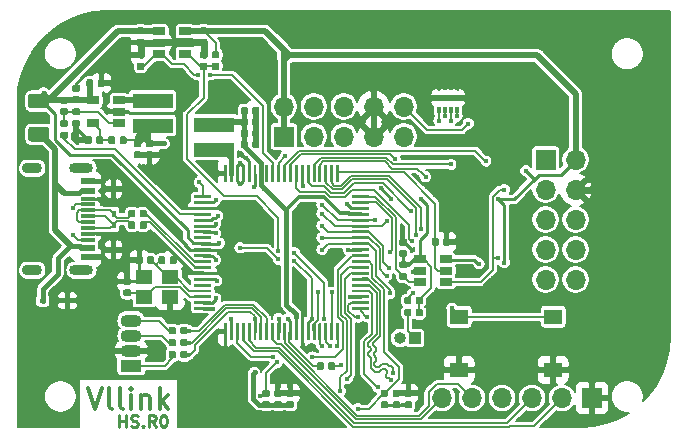
<source format=gbr>
G04 #@! TF.GenerationSoftware,KiCad,Pcbnew,(5.1.5)-3*
G04 #@! TF.CreationDate,2020-04-08T14:33:05+08:00*
G04 #@! TF.ProjectId,vllink_highspeed.r0,766c6c69-6e6b-45f6-9869-676873706565,rev?*
G04 #@! TF.SameCoordinates,Original*
G04 #@! TF.FileFunction,Copper,L1,Top*
G04 #@! TF.FilePolarity,Positive*
%FSLAX46Y46*%
G04 Gerber Fmt 4.6, Leading zero omitted, Abs format (unit mm)*
G04 Created by KiCad (PCBNEW (5.1.5)-3) date 2020-04-08 14:33:05*
%MOMM*%
%LPD*%
G04 APERTURE LIST*
%ADD10C,0.254000*%
%ADD11C,0.304800*%
%ADD12R,1.400000X1.200000*%
%ADD13C,0.101600*%
%ADD14O,1.700000X1.700000*%
%ADD15R,1.700000X1.700000*%
%ADD16R,1.550000X1.300000*%
%ADD17R,0.450000X0.600000*%
%ADD18R,0.600000X0.450000*%
%ADD19O,1.000000X1.000000*%
%ADD20R,1.000000X1.000000*%
%ADD21R,3.400000X1.300000*%
%ADD22R,1.060000X0.650000*%
%ADD23R,0.320000X0.500000*%
%ADD24R,1.160000X0.600000*%
%ADD25R,1.160000X0.300000*%
%ADD26O,1.700000X0.900000*%
%ADD27O,2.000000X0.900000*%
%ADD28O,1.800000X1.070000*%
%ADD29R,1.800000X1.070000*%
%ADD30C,0.406400*%
%ADD31C,0.609600*%
%ADD32C,0.508000*%
%ADD33C,0.406400*%
%ADD34C,0.152400*%
%ADD35C,0.203200*%
G04 APERTURE END LIST*
D10*
X108964790Y-135587619D02*
X108964790Y-134571619D01*
X108964790Y-135055428D02*
X109545361Y-135055428D01*
X109545361Y-135587619D02*
X109545361Y-134571619D01*
X109980790Y-135539238D02*
X110125933Y-135587619D01*
X110367838Y-135587619D01*
X110464600Y-135539238D01*
X110512980Y-135490857D01*
X110561361Y-135394095D01*
X110561361Y-135297333D01*
X110512980Y-135200571D01*
X110464600Y-135152190D01*
X110367838Y-135103809D01*
X110174314Y-135055428D01*
X110077552Y-135007047D01*
X110029171Y-134958666D01*
X109980790Y-134861904D01*
X109980790Y-134765142D01*
X110029171Y-134668380D01*
X110077552Y-134620000D01*
X110174314Y-134571619D01*
X110416219Y-134571619D01*
X110561361Y-134620000D01*
X110996790Y-135490857D02*
X111045171Y-135539238D01*
X110996790Y-135587619D01*
X110948409Y-135539238D01*
X110996790Y-135490857D01*
X110996790Y-135587619D01*
X112061171Y-135587619D02*
X111722504Y-135103809D01*
X111480600Y-135587619D02*
X111480600Y-134571619D01*
X111867647Y-134571619D01*
X111964409Y-134620000D01*
X112012790Y-134668380D01*
X112061171Y-134765142D01*
X112061171Y-134910285D01*
X112012790Y-135007047D01*
X111964409Y-135055428D01*
X111867647Y-135103809D01*
X111480600Y-135103809D01*
X112690123Y-134571619D02*
X112786885Y-134571619D01*
X112883647Y-134620000D01*
X112932028Y-134668380D01*
X112980409Y-134765142D01*
X113028790Y-134958666D01*
X113028790Y-135200571D01*
X112980409Y-135394095D01*
X112932028Y-135490857D01*
X112883647Y-135539238D01*
X112786885Y-135587619D01*
X112690123Y-135587619D01*
X112593361Y-135539238D01*
X112544980Y-135490857D01*
X112496600Y-135394095D01*
X112448219Y-135200571D01*
X112448219Y-134958666D01*
X112496600Y-134765142D01*
X112544980Y-134668380D01*
X112593361Y-134620000D01*
X112690123Y-134571619D01*
D11*
X106332866Y-132249333D02*
X106925533Y-134027333D01*
X107518200Y-132249333D01*
X108364866Y-134027333D02*
X108195533Y-133942666D01*
X108110866Y-133773333D01*
X108110866Y-132249333D01*
X109296200Y-134027333D02*
X109126866Y-133942666D01*
X109042200Y-133773333D01*
X109042200Y-132249333D01*
X109973533Y-134027333D02*
X109973533Y-132842000D01*
X109973533Y-132249333D02*
X109888866Y-132334000D01*
X109973533Y-132418666D01*
X110058200Y-132334000D01*
X109973533Y-132249333D01*
X109973533Y-132418666D01*
X110820200Y-132842000D02*
X110820200Y-134027333D01*
X110820200Y-133011333D02*
X110904866Y-132926666D01*
X111074200Y-132842000D01*
X111328200Y-132842000D01*
X111497533Y-132926666D01*
X111582200Y-133096000D01*
X111582200Y-134027333D01*
X112428866Y-134027333D02*
X112428866Y-132249333D01*
X112598200Y-133350000D02*
X113106200Y-134027333D01*
X113106200Y-132842000D02*
X112428866Y-133519333D01*
D12*
X113292000Y-124599000D03*
X111092000Y-124599000D03*
X111092000Y-122899000D03*
X113292000Y-122899000D03*
G04 #@! TA.AperFunction,SMDPad,CuDef*
D13*
G36*
X133206758Y-120612110D02*
G01*
X133221076Y-120614234D01*
X133235117Y-120617751D01*
X133248746Y-120622628D01*
X133261831Y-120628817D01*
X133274247Y-120636258D01*
X133285873Y-120644881D01*
X133296598Y-120654602D01*
X133306319Y-120665327D01*
X133314942Y-120676953D01*
X133322383Y-120689369D01*
X133328572Y-120702454D01*
X133333449Y-120716083D01*
X133336966Y-120730124D01*
X133339090Y-120744442D01*
X133339800Y-120758900D01*
X133339800Y-121053900D01*
X133339090Y-121068358D01*
X133336966Y-121082676D01*
X133333449Y-121096717D01*
X133328572Y-121110346D01*
X133322383Y-121123431D01*
X133314942Y-121135847D01*
X133306319Y-121147473D01*
X133296598Y-121158198D01*
X133285873Y-121167919D01*
X133274247Y-121176542D01*
X133261831Y-121183983D01*
X133248746Y-121190172D01*
X133235117Y-121195049D01*
X133221076Y-121198566D01*
X133206758Y-121200690D01*
X133192300Y-121201400D01*
X132847300Y-121201400D01*
X132832842Y-121200690D01*
X132818524Y-121198566D01*
X132804483Y-121195049D01*
X132790854Y-121190172D01*
X132777769Y-121183983D01*
X132765353Y-121176542D01*
X132753727Y-121167919D01*
X132743002Y-121158198D01*
X132733281Y-121147473D01*
X132724658Y-121135847D01*
X132717217Y-121123431D01*
X132711028Y-121110346D01*
X132706151Y-121096717D01*
X132702634Y-121082676D01*
X132700510Y-121068358D01*
X132699800Y-121053900D01*
X132699800Y-120758900D01*
X132700510Y-120744442D01*
X132702634Y-120730124D01*
X132706151Y-120716083D01*
X132711028Y-120702454D01*
X132717217Y-120689369D01*
X132724658Y-120676953D01*
X132733281Y-120665327D01*
X132743002Y-120654602D01*
X132753727Y-120644881D01*
X132765353Y-120636258D01*
X132777769Y-120628817D01*
X132790854Y-120622628D01*
X132804483Y-120617751D01*
X132818524Y-120614234D01*
X132832842Y-120612110D01*
X132847300Y-120611400D01*
X133192300Y-120611400D01*
X133206758Y-120612110D01*
G37*
G04 #@! TD.AperFunction*
G04 #@! TA.AperFunction,SMDPad,CuDef*
G36*
X133206758Y-119642110D02*
G01*
X133221076Y-119644234D01*
X133235117Y-119647751D01*
X133248746Y-119652628D01*
X133261831Y-119658817D01*
X133274247Y-119666258D01*
X133285873Y-119674881D01*
X133296598Y-119684602D01*
X133306319Y-119695327D01*
X133314942Y-119706953D01*
X133322383Y-119719369D01*
X133328572Y-119732454D01*
X133333449Y-119746083D01*
X133336966Y-119760124D01*
X133339090Y-119774442D01*
X133339800Y-119788900D01*
X133339800Y-120083900D01*
X133339090Y-120098358D01*
X133336966Y-120112676D01*
X133333449Y-120126717D01*
X133328572Y-120140346D01*
X133322383Y-120153431D01*
X133314942Y-120165847D01*
X133306319Y-120177473D01*
X133296598Y-120188198D01*
X133285873Y-120197919D01*
X133274247Y-120206542D01*
X133261831Y-120213983D01*
X133248746Y-120220172D01*
X133235117Y-120225049D01*
X133221076Y-120228566D01*
X133206758Y-120230690D01*
X133192300Y-120231400D01*
X132847300Y-120231400D01*
X132832842Y-120230690D01*
X132818524Y-120228566D01*
X132804483Y-120225049D01*
X132790854Y-120220172D01*
X132777769Y-120213983D01*
X132765353Y-120206542D01*
X132753727Y-120197919D01*
X132743002Y-120188198D01*
X132733281Y-120177473D01*
X132724658Y-120165847D01*
X132717217Y-120153431D01*
X132711028Y-120140346D01*
X132706151Y-120126717D01*
X132702634Y-120112676D01*
X132700510Y-120098358D01*
X132699800Y-120083900D01*
X132699800Y-119788900D01*
X132700510Y-119774442D01*
X132702634Y-119760124D01*
X132706151Y-119746083D01*
X132711028Y-119732454D01*
X132717217Y-119719369D01*
X132724658Y-119706953D01*
X132733281Y-119695327D01*
X132743002Y-119684602D01*
X132753727Y-119674881D01*
X132765353Y-119666258D01*
X132777769Y-119658817D01*
X132790854Y-119652628D01*
X132804483Y-119647751D01*
X132818524Y-119644234D01*
X132832842Y-119642110D01*
X132847300Y-119641400D01*
X133192300Y-119641400D01*
X133206758Y-119642110D01*
G37*
G04 #@! TD.AperFunction*
G04 #@! TA.AperFunction,SMDPad,CuDef*
G36*
X130101626Y-115953301D02*
G01*
X130107693Y-115954201D01*
X130113643Y-115955691D01*
X130119418Y-115957758D01*
X130124962Y-115960380D01*
X130130223Y-115963533D01*
X130135150Y-115967187D01*
X130139694Y-115971306D01*
X130143813Y-115975850D01*
X130147467Y-115980777D01*
X130150620Y-115986038D01*
X130153242Y-115991582D01*
X130155309Y-115997357D01*
X130156799Y-116003307D01*
X130157699Y-116009374D01*
X130158000Y-116015500D01*
X130158000Y-116140500D01*
X130157699Y-116146626D01*
X130156799Y-116152693D01*
X130155309Y-116158643D01*
X130153242Y-116164418D01*
X130150620Y-116169962D01*
X130147467Y-116175223D01*
X130143813Y-116180150D01*
X130139694Y-116184694D01*
X130135150Y-116188813D01*
X130130223Y-116192467D01*
X130124962Y-116195620D01*
X130119418Y-116198242D01*
X130113643Y-116200309D01*
X130107693Y-116201799D01*
X130101626Y-116202699D01*
X130095500Y-116203000D01*
X128745500Y-116203000D01*
X128739374Y-116202699D01*
X128733307Y-116201799D01*
X128727357Y-116200309D01*
X128721582Y-116198242D01*
X128716038Y-116195620D01*
X128710777Y-116192467D01*
X128705850Y-116188813D01*
X128701306Y-116184694D01*
X128697187Y-116180150D01*
X128693533Y-116175223D01*
X128690380Y-116169962D01*
X128687758Y-116164418D01*
X128685691Y-116158643D01*
X128684201Y-116152693D01*
X128683301Y-116146626D01*
X128683000Y-116140500D01*
X128683000Y-116015500D01*
X128683301Y-116009374D01*
X128684201Y-116003307D01*
X128685691Y-115997357D01*
X128687758Y-115991582D01*
X128690380Y-115986038D01*
X128693533Y-115980777D01*
X128697187Y-115975850D01*
X128701306Y-115971306D01*
X128705850Y-115967187D01*
X128710777Y-115963533D01*
X128716038Y-115960380D01*
X128721582Y-115957758D01*
X128727357Y-115955691D01*
X128733307Y-115954201D01*
X128739374Y-115953301D01*
X128745500Y-115953000D01*
X130095500Y-115953000D01*
X130101626Y-115953301D01*
G37*
G04 #@! TD.AperFunction*
G04 #@! TA.AperFunction,SMDPad,CuDef*
G36*
X130101626Y-116453301D02*
G01*
X130107693Y-116454201D01*
X130113643Y-116455691D01*
X130119418Y-116457758D01*
X130124962Y-116460380D01*
X130130223Y-116463533D01*
X130135150Y-116467187D01*
X130139694Y-116471306D01*
X130143813Y-116475850D01*
X130147467Y-116480777D01*
X130150620Y-116486038D01*
X130153242Y-116491582D01*
X130155309Y-116497357D01*
X130156799Y-116503307D01*
X130157699Y-116509374D01*
X130158000Y-116515500D01*
X130158000Y-116640500D01*
X130157699Y-116646626D01*
X130156799Y-116652693D01*
X130155309Y-116658643D01*
X130153242Y-116664418D01*
X130150620Y-116669962D01*
X130147467Y-116675223D01*
X130143813Y-116680150D01*
X130139694Y-116684694D01*
X130135150Y-116688813D01*
X130130223Y-116692467D01*
X130124962Y-116695620D01*
X130119418Y-116698242D01*
X130113643Y-116700309D01*
X130107693Y-116701799D01*
X130101626Y-116702699D01*
X130095500Y-116703000D01*
X128745500Y-116703000D01*
X128739374Y-116702699D01*
X128733307Y-116701799D01*
X128727357Y-116700309D01*
X128721582Y-116698242D01*
X128716038Y-116695620D01*
X128710777Y-116692467D01*
X128705850Y-116688813D01*
X128701306Y-116684694D01*
X128697187Y-116680150D01*
X128693533Y-116675223D01*
X128690380Y-116669962D01*
X128687758Y-116664418D01*
X128685691Y-116658643D01*
X128684201Y-116652693D01*
X128683301Y-116646626D01*
X128683000Y-116640500D01*
X128683000Y-116515500D01*
X128683301Y-116509374D01*
X128684201Y-116503307D01*
X128685691Y-116497357D01*
X128687758Y-116491582D01*
X128690380Y-116486038D01*
X128693533Y-116480777D01*
X128697187Y-116475850D01*
X128701306Y-116471306D01*
X128705850Y-116467187D01*
X128710777Y-116463533D01*
X128716038Y-116460380D01*
X128721582Y-116457758D01*
X128727357Y-116455691D01*
X128733307Y-116454201D01*
X128739374Y-116453301D01*
X128745500Y-116453000D01*
X130095500Y-116453000D01*
X130101626Y-116453301D01*
G37*
G04 #@! TD.AperFunction*
G04 #@! TA.AperFunction,SMDPad,CuDef*
G36*
X130101626Y-116953301D02*
G01*
X130107693Y-116954201D01*
X130113643Y-116955691D01*
X130119418Y-116957758D01*
X130124962Y-116960380D01*
X130130223Y-116963533D01*
X130135150Y-116967187D01*
X130139694Y-116971306D01*
X130143813Y-116975850D01*
X130147467Y-116980777D01*
X130150620Y-116986038D01*
X130153242Y-116991582D01*
X130155309Y-116997357D01*
X130156799Y-117003307D01*
X130157699Y-117009374D01*
X130158000Y-117015500D01*
X130158000Y-117140500D01*
X130157699Y-117146626D01*
X130156799Y-117152693D01*
X130155309Y-117158643D01*
X130153242Y-117164418D01*
X130150620Y-117169962D01*
X130147467Y-117175223D01*
X130143813Y-117180150D01*
X130139694Y-117184694D01*
X130135150Y-117188813D01*
X130130223Y-117192467D01*
X130124962Y-117195620D01*
X130119418Y-117198242D01*
X130113643Y-117200309D01*
X130107693Y-117201799D01*
X130101626Y-117202699D01*
X130095500Y-117203000D01*
X128745500Y-117203000D01*
X128739374Y-117202699D01*
X128733307Y-117201799D01*
X128727357Y-117200309D01*
X128721582Y-117198242D01*
X128716038Y-117195620D01*
X128710777Y-117192467D01*
X128705850Y-117188813D01*
X128701306Y-117184694D01*
X128697187Y-117180150D01*
X128693533Y-117175223D01*
X128690380Y-117169962D01*
X128687758Y-117164418D01*
X128685691Y-117158643D01*
X128684201Y-117152693D01*
X128683301Y-117146626D01*
X128683000Y-117140500D01*
X128683000Y-117015500D01*
X128683301Y-117009374D01*
X128684201Y-117003307D01*
X128685691Y-116997357D01*
X128687758Y-116991582D01*
X128690380Y-116986038D01*
X128693533Y-116980777D01*
X128697187Y-116975850D01*
X128701306Y-116971306D01*
X128705850Y-116967187D01*
X128710777Y-116963533D01*
X128716038Y-116960380D01*
X128721582Y-116957758D01*
X128727357Y-116955691D01*
X128733307Y-116954201D01*
X128739374Y-116953301D01*
X128745500Y-116953000D01*
X130095500Y-116953000D01*
X130101626Y-116953301D01*
G37*
G04 #@! TD.AperFunction*
G04 #@! TA.AperFunction,SMDPad,CuDef*
G36*
X130101626Y-117453301D02*
G01*
X130107693Y-117454201D01*
X130113643Y-117455691D01*
X130119418Y-117457758D01*
X130124962Y-117460380D01*
X130130223Y-117463533D01*
X130135150Y-117467187D01*
X130139694Y-117471306D01*
X130143813Y-117475850D01*
X130147467Y-117480777D01*
X130150620Y-117486038D01*
X130153242Y-117491582D01*
X130155309Y-117497357D01*
X130156799Y-117503307D01*
X130157699Y-117509374D01*
X130158000Y-117515500D01*
X130158000Y-117640500D01*
X130157699Y-117646626D01*
X130156799Y-117652693D01*
X130155309Y-117658643D01*
X130153242Y-117664418D01*
X130150620Y-117669962D01*
X130147467Y-117675223D01*
X130143813Y-117680150D01*
X130139694Y-117684694D01*
X130135150Y-117688813D01*
X130130223Y-117692467D01*
X130124962Y-117695620D01*
X130119418Y-117698242D01*
X130113643Y-117700309D01*
X130107693Y-117701799D01*
X130101626Y-117702699D01*
X130095500Y-117703000D01*
X128745500Y-117703000D01*
X128739374Y-117702699D01*
X128733307Y-117701799D01*
X128727357Y-117700309D01*
X128721582Y-117698242D01*
X128716038Y-117695620D01*
X128710777Y-117692467D01*
X128705850Y-117688813D01*
X128701306Y-117684694D01*
X128697187Y-117680150D01*
X128693533Y-117675223D01*
X128690380Y-117669962D01*
X128687758Y-117664418D01*
X128685691Y-117658643D01*
X128684201Y-117652693D01*
X128683301Y-117646626D01*
X128683000Y-117640500D01*
X128683000Y-117515500D01*
X128683301Y-117509374D01*
X128684201Y-117503307D01*
X128685691Y-117497357D01*
X128687758Y-117491582D01*
X128690380Y-117486038D01*
X128693533Y-117480777D01*
X128697187Y-117475850D01*
X128701306Y-117471306D01*
X128705850Y-117467187D01*
X128710777Y-117463533D01*
X128716038Y-117460380D01*
X128721582Y-117457758D01*
X128727357Y-117455691D01*
X128733307Y-117454201D01*
X128739374Y-117453301D01*
X128745500Y-117453000D01*
X130095500Y-117453000D01*
X130101626Y-117453301D01*
G37*
G04 #@! TD.AperFunction*
G04 #@! TA.AperFunction,SMDPad,CuDef*
G36*
X130101626Y-117953301D02*
G01*
X130107693Y-117954201D01*
X130113643Y-117955691D01*
X130119418Y-117957758D01*
X130124962Y-117960380D01*
X130130223Y-117963533D01*
X130135150Y-117967187D01*
X130139694Y-117971306D01*
X130143813Y-117975850D01*
X130147467Y-117980777D01*
X130150620Y-117986038D01*
X130153242Y-117991582D01*
X130155309Y-117997357D01*
X130156799Y-118003307D01*
X130157699Y-118009374D01*
X130158000Y-118015500D01*
X130158000Y-118140500D01*
X130157699Y-118146626D01*
X130156799Y-118152693D01*
X130155309Y-118158643D01*
X130153242Y-118164418D01*
X130150620Y-118169962D01*
X130147467Y-118175223D01*
X130143813Y-118180150D01*
X130139694Y-118184694D01*
X130135150Y-118188813D01*
X130130223Y-118192467D01*
X130124962Y-118195620D01*
X130119418Y-118198242D01*
X130113643Y-118200309D01*
X130107693Y-118201799D01*
X130101626Y-118202699D01*
X130095500Y-118203000D01*
X128745500Y-118203000D01*
X128739374Y-118202699D01*
X128733307Y-118201799D01*
X128727357Y-118200309D01*
X128721582Y-118198242D01*
X128716038Y-118195620D01*
X128710777Y-118192467D01*
X128705850Y-118188813D01*
X128701306Y-118184694D01*
X128697187Y-118180150D01*
X128693533Y-118175223D01*
X128690380Y-118169962D01*
X128687758Y-118164418D01*
X128685691Y-118158643D01*
X128684201Y-118152693D01*
X128683301Y-118146626D01*
X128683000Y-118140500D01*
X128683000Y-118015500D01*
X128683301Y-118009374D01*
X128684201Y-118003307D01*
X128685691Y-117997357D01*
X128687758Y-117991582D01*
X128690380Y-117986038D01*
X128693533Y-117980777D01*
X128697187Y-117975850D01*
X128701306Y-117971306D01*
X128705850Y-117967187D01*
X128710777Y-117963533D01*
X128716038Y-117960380D01*
X128721582Y-117957758D01*
X128727357Y-117955691D01*
X128733307Y-117954201D01*
X128739374Y-117953301D01*
X128745500Y-117953000D01*
X130095500Y-117953000D01*
X130101626Y-117953301D01*
G37*
G04 #@! TD.AperFunction*
G04 #@! TA.AperFunction,SMDPad,CuDef*
G36*
X130101626Y-118453301D02*
G01*
X130107693Y-118454201D01*
X130113643Y-118455691D01*
X130119418Y-118457758D01*
X130124962Y-118460380D01*
X130130223Y-118463533D01*
X130135150Y-118467187D01*
X130139694Y-118471306D01*
X130143813Y-118475850D01*
X130147467Y-118480777D01*
X130150620Y-118486038D01*
X130153242Y-118491582D01*
X130155309Y-118497357D01*
X130156799Y-118503307D01*
X130157699Y-118509374D01*
X130158000Y-118515500D01*
X130158000Y-118640500D01*
X130157699Y-118646626D01*
X130156799Y-118652693D01*
X130155309Y-118658643D01*
X130153242Y-118664418D01*
X130150620Y-118669962D01*
X130147467Y-118675223D01*
X130143813Y-118680150D01*
X130139694Y-118684694D01*
X130135150Y-118688813D01*
X130130223Y-118692467D01*
X130124962Y-118695620D01*
X130119418Y-118698242D01*
X130113643Y-118700309D01*
X130107693Y-118701799D01*
X130101626Y-118702699D01*
X130095500Y-118703000D01*
X128745500Y-118703000D01*
X128739374Y-118702699D01*
X128733307Y-118701799D01*
X128727357Y-118700309D01*
X128721582Y-118698242D01*
X128716038Y-118695620D01*
X128710777Y-118692467D01*
X128705850Y-118688813D01*
X128701306Y-118684694D01*
X128697187Y-118680150D01*
X128693533Y-118675223D01*
X128690380Y-118669962D01*
X128687758Y-118664418D01*
X128685691Y-118658643D01*
X128684201Y-118652693D01*
X128683301Y-118646626D01*
X128683000Y-118640500D01*
X128683000Y-118515500D01*
X128683301Y-118509374D01*
X128684201Y-118503307D01*
X128685691Y-118497357D01*
X128687758Y-118491582D01*
X128690380Y-118486038D01*
X128693533Y-118480777D01*
X128697187Y-118475850D01*
X128701306Y-118471306D01*
X128705850Y-118467187D01*
X128710777Y-118463533D01*
X128716038Y-118460380D01*
X128721582Y-118457758D01*
X128727357Y-118455691D01*
X128733307Y-118454201D01*
X128739374Y-118453301D01*
X128745500Y-118453000D01*
X130095500Y-118453000D01*
X130101626Y-118453301D01*
G37*
G04 #@! TD.AperFunction*
G04 #@! TA.AperFunction,SMDPad,CuDef*
G36*
X130101626Y-118953301D02*
G01*
X130107693Y-118954201D01*
X130113643Y-118955691D01*
X130119418Y-118957758D01*
X130124962Y-118960380D01*
X130130223Y-118963533D01*
X130135150Y-118967187D01*
X130139694Y-118971306D01*
X130143813Y-118975850D01*
X130147467Y-118980777D01*
X130150620Y-118986038D01*
X130153242Y-118991582D01*
X130155309Y-118997357D01*
X130156799Y-119003307D01*
X130157699Y-119009374D01*
X130158000Y-119015500D01*
X130158000Y-119140500D01*
X130157699Y-119146626D01*
X130156799Y-119152693D01*
X130155309Y-119158643D01*
X130153242Y-119164418D01*
X130150620Y-119169962D01*
X130147467Y-119175223D01*
X130143813Y-119180150D01*
X130139694Y-119184694D01*
X130135150Y-119188813D01*
X130130223Y-119192467D01*
X130124962Y-119195620D01*
X130119418Y-119198242D01*
X130113643Y-119200309D01*
X130107693Y-119201799D01*
X130101626Y-119202699D01*
X130095500Y-119203000D01*
X128745500Y-119203000D01*
X128739374Y-119202699D01*
X128733307Y-119201799D01*
X128727357Y-119200309D01*
X128721582Y-119198242D01*
X128716038Y-119195620D01*
X128710777Y-119192467D01*
X128705850Y-119188813D01*
X128701306Y-119184694D01*
X128697187Y-119180150D01*
X128693533Y-119175223D01*
X128690380Y-119169962D01*
X128687758Y-119164418D01*
X128685691Y-119158643D01*
X128684201Y-119152693D01*
X128683301Y-119146626D01*
X128683000Y-119140500D01*
X128683000Y-119015500D01*
X128683301Y-119009374D01*
X128684201Y-119003307D01*
X128685691Y-118997357D01*
X128687758Y-118991582D01*
X128690380Y-118986038D01*
X128693533Y-118980777D01*
X128697187Y-118975850D01*
X128701306Y-118971306D01*
X128705850Y-118967187D01*
X128710777Y-118963533D01*
X128716038Y-118960380D01*
X128721582Y-118957758D01*
X128727357Y-118955691D01*
X128733307Y-118954201D01*
X128739374Y-118953301D01*
X128745500Y-118953000D01*
X130095500Y-118953000D01*
X130101626Y-118953301D01*
G37*
G04 #@! TD.AperFunction*
G04 #@! TA.AperFunction,SMDPad,CuDef*
G36*
X130101626Y-119453301D02*
G01*
X130107693Y-119454201D01*
X130113643Y-119455691D01*
X130119418Y-119457758D01*
X130124962Y-119460380D01*
X130130223Y-119463533D01*
X130135150Y-119467187D01*
X130139694Y-119471306D01*
X130143813Y-119475850D01*
X130147467Y-119480777D01*
X130150620Y-119486038D01*
X130153242Y-119491582D01*
X130155309Y-119497357D01*
X130156799Y-119503307D01*
X130157699Y-119509374D01*
X130158000Y-119515500D01*
X130158000Y-119640500D01*
X130157699Y-119646626D01*
X130156799Y-119652693D01*
X130155309Y-119658643D01*
X130153242Y-119664418D01*
X130150620Y-119669962D01*
X130147467Y-119675223D01*
X130143813Y-119680150D01*
X130139694Y-119684694D01*
X130135150Y-119688813D01*
X130130223Y-119692467D01*
X130124962Y-119695620D01*
X130119418Y-119698242D01*
X130113643Y-119700309D01*
X130107693Y-119701799D01*
X130101626Y-119702699D01*
X130095500Y-119703000D01*
X128745500Y-119703000D01*
X128739374Y-119702699D01*
X128733307Y-119701799D01*
X128727357Y-119700309D01*
X128721582Y-119698242D01*
X128716038Y-119695620D01*
X128710777Y-119692467D01*
X128705850Y-119688813D01*
X128701306Y-119684694D01*
X128697187Y-119680150D01*
X128693533Y-119675223D01*
X128690380Y-119669962D01*
X128687758Y-119664418D01*
X128685691Y-119658643D01*
X128684201Y-119652693D01*
X128683301Y-119646626D01*
X128683000Y-119640500D01*
X128683000Y-119515500D01*
X128683301Y-119509374D01*
X128684201Y-119503307D01*
X128685691Y-119497357D01*
X128687758Y-119491582D01*
X128690380Y-119486038D01*
X128693533Y-119480777D01*
X128697187Y-119475850D01*
X128701306Y-119471306D01*
X128705850Y-119467187D01*
X128710777Y-119463533D01*
X128716038Y-119460380D01*
X128721582Y-119457758D01*
X128727357Y-119455691D01*
X128733307Y-119454201D01*
X128739374Y-119453301D01*
X128745500Y-119453000D01*
X130095500Y-119453000D01*
X130101626Y-119453301D01*
G37*
G04 #@! TD.AperFunction*
G04 #@! TA.AperFunction,SMDPad,CuDef*
G36*
X130101626Y-119953301D02*
G01*
X130107693Y-119954201D01*
X130113643Y-119955691D01*
X130119418Y-119957758D01*
X130124962Y-119960380D01*
X130130223Y-119963533D01*
X130135150Y-119967187D01*
X130139694Y-119971306D01*
X130143813Y-119975850D01*
X130147467Y-119980777D01*
X130150620Y-119986038D01*
X130153242Y-119991582D01*
X130155309Y-119997357D01*
X130156799Y-120003307D01*
X130157699Y-120009374D01*
X130158000Y-120015500D01*
X130158000Y-120140500D01*
X130157699Y-120146626D01*
X130156799Y-120152693D01*
X130155309Y-120158643D01*
X130153242Y-120164418D01*
X130150620Y-120169962D01*
X130147467Y-120175223D01*
X130143813Y-120180150D01*
X130139694Y-120184694D01*
X130135150Y-120188813D01*
X130130223Y-120192467D01*
X130124962Y-120195620D01*
X130119418Y-120198242D01*
X130113643Y-120200309D01*
X130107693Y-120201799D01*
X130101626Y-120202699D01*
X130095500Y-120203000D01*
X128745500Y-120203000D01*
X128739374Y-120202699D01*
X128733307Y-120201799D01*
X128727357Y-120200309D01*
X128721582Y-120198242D01*
X128716038Y-120195620D01*
X128710777Y-120192467D01*
X128705850Y-120188813D01*
X128701306Y-120184694D01*
X128697187Y-120180150D01*
X128693533Y-120175223D01*
X128690380Y-120169962D01*
X128687758Y-120164418D01*
X128685691Y-120158643D01*
X128684201Y-120152693D01*
X128683301Y-120146626D01*
X128683000Y-120140500D01*
X128683000Y-120015500D01*
X128683301Y-120009374D01*
X128684201Y-120003307D01*
X128685691Y-119997357D01*
X128687758Y-119991582D01*
X128690380Y-119986038D01*
X128693533Y-119980777D01*
X128697187Y-119975850D01*
X128701306Y-119971306D01*
X128705850Y-119967187D01*
X128710777Y-119963533D01*
X128716038Y-119960380D01*
X128721582Y-119957758D01*
X128727357Y-119955691D01*
X128733307Y-119954201D01*
X128739374Y-119953301D01*
X128745500Y-119953000D01*
X130095500Y-119953000D01*
X130101626Y-119953301D01*
G37*
G04 #@! TD.AperFunction*
G04 #@! TA.AperFunction,SMDPad,CuDef*
G36*
X130101626Y-120453301D02*
G01*
X130107693Y-120454201D01*
X130113643Y-120455691D01*
X130119418Y-120457758D01*
X130124962Y-120460380D01*
X130130223Y-120463533D01*
X130135150Y-120467187D01*
X130139694Y-120471306D01*
X130143813Y-120475850D01*
X130147467Y-120480777D01*
X130150620Y-120486038D01*
X130153242Y-120491582D01*
X130155309Y-120497357D01*
X130156799Y-120503307D01*
X130157699Y-120509374D01*
X130158000Y-120515500D01*
X130158000Y-120640500D01*
X130157699Y-120646626D01*
X130156799Y-120652693D01*
X130155309Y-120658643D01*
X130153242Y-120664418D01*
X130150620Y-120669962D01*
X130147467Y-120675223D01*
X130143813Y-120680150D01*
X130139694Y-120684694D01*
X130135150Y-120688813D01*
X130130223Y-120692467D01*
X130124962Y-120695620D01*
X130119418Y-120698242D01*
X130113643Y-120700309D01*
X130107693Y-120701799D01*
X130101626Y-120702699D01*
X130095500Y-120703000D01*
X128745500Y-120703000D01*
X128739374Y-120702699D01*
X128733307Y-120701799D01*
X128727357Y-120700309D01*
X128721582Y-120698242D01*
X128716038Y-120695620D01*
X128710777Y-120692467D01*
X128705850Y-120688813D01*
X128701306Y-120684694D01*
X128697187Y-120680150D01*
X128693533Y-120675223D01*
X128690380Y-120669962D01*
X128687758Y-120664418D01*
X128685691Y-120658643D01*
X128684201Y-120652693D01*
X128683301Y-120646626D01*
X128683000Y-120640500D01*
X128683000Y-120515500D01*
X128683301Y-120509374D01*
X128684201Y-120503307D01*
X128685691Y-120497357D01*
X128687758Y-120491582D01*
X128690380Y-120486038D01*
X128693533Y-120480777D01*
X128697187Y-120475850D01*
X128701306Y-120471306D01*
X128705850Y-120467187D01*
X128710777Y-120463533D01*
X128716038Y-120460380D01*
X128721582Y-120457758D01*
X128727357Y-120455691D01*
X128733307Y-120454201D01*
X128739374Y-120453301D01*
X128745500Y-120453000D01*
X130095500Y-120453000D01*
X130101626Y-120453301D01*
G37*
G04 #@! TD.AperFunction*
G04 #@! TA.AperFunction,SMDPad,CuDef*
G36*
X130101626Y-120953301D02*
G01*
X130107693Y-120954201D01*
X130113643Y-120955691D01*
X130119418Y-120957758D01*
X130124962Y-120960380D01*
X130130223Y-120963533D01*
X130135150Y-120967187D01*
X130139694Y-120971306D01*
X130143813Y-120975850D01*
X130147467Y-120980777D01*
X130150620Y-120986038D01*
X130153242Y-120991582D01*
X130155309Y-120997357D01*
X130156799Y-121003307D01*
X130157699Y-121009374D01*
X130158000Y-121015500D01*
X130158000Y-121140500D01*
X130157699Y-121146626D01*
X130156799Y-121152693D01*
X130155309Y-121158643D01*
X130153242Y-121164418D01*
X130150620Y-121169962D01*
X130147467Y-121175223D01*
X130143813Y-121180150D01*
X130139694Y-121184694D01*
X130135150Y-121188813D01*
X130130223Y-121192467D01*
X130124962Y-121195620D01*
X130119418Y-121198242D01*
X130113643Y-121200309D01*
X130107693Y-121201799D01*
X130101626Y-121202699D01*
X130095500Y-121203000D01*
X128745500Y-121203000D01*
X128739374Y-121202699D01*
X128733307Y-121201799D01*
X128727357Y-121200309D01*
X128721582Y-121198242D01*
X128716038Y-121195620D01*
X128710777Y-121192467D01*
X128705850Y-121188813D01*
X128701306Y-121184694D01*
X128697187Y-121180150D01*
X128693533Y-121175223D01*
X128690380Y-121169962D01*
X128687758Y-121164418D01*
X128685691Y-121158643D01*
X128684201Y-121152693D01*
X128683301Y-121146626D01*
X128683000Y-121140500D01*
X128683000Y-121015500D01*
X128683301Y-121009374D01*
X128684201Y-121003307D01*
X128685691Y-120997357D01*
X128687758Y-120991582D01*
X128690380Y-120986038D01*
X128693533Y-120980777D01*
X128697187Y-120975850D01*
X128701306Y-120971306D01*
X128705850Y-120967187D01*
X128710777Y-120963533D01*
X128716038Y-120960380D01*
X128721582Y-120957758D01*
X128727357Y-120955691D01*
X128733307Y-120954201D01*
X128739374Y-120953301D01*
X128745500Y-120953000D01*
X130095500Y-120953000D01*
X130101626Y-120953301D01*
G37*
G04 #@! TD.AperFunction*
G04 #@! TA.AperFunction,SMDPad,CuDef*
G36*
X130101626Y-121453301D02*
G01*
X130107693Y-121454201D01*
X130113643Y-121455691D01*
X130119418Y-121457758D01*
X130124962Y-121460380D01*
X130130223Y-121463533D01*
X130135150Y-121467187D01*
X130139694Y-121471306D01*
X130143813Y-121475850D01*
X130147467Y-121480777D01*
X130150620Y-121486038D01*
X130153242Y-121491582D01*
X130155309Y-121497357D01*
X130156799Y-121503307D01*
X130157699Y-121509374D01*
X130158000Y-121515500D01*
X130158000Y-121640500D01*
X130157699Y-121646626D01*
X130156799Y-121652693D01*
X130155309Y-121658643D01*
X130153242Y-121664418D01*
X130150620Y-121669962D01*
X130147467Y-121675223D01*
X130143813Y-121680150D01*
X130139694Y-121684694D01*
X130135150Y-121688813D01*
X130130223Y-121692467D01*
X130124962Y-121695620D01*
X130119418Y-121698242D01*
X130113643Y-121700309D01*
X130107693Y-121701799D01*
X130101626Y-121702699D01*
X130095500Y-121703000D01*
X128745500Y-121703000D01*
X128739374Y-121702699D01*
X128733307Y-121701799D01*
X128727357Y-121700309D01*
X128721582Y-121698242D01*
X128716038Y-121695620D01*
X128710777Y-121692467D01*
X128705850Y-121688813D01*
X128701306Y-121684694D01*
X128697187Y-121680150D01*
X128693533Y-121675223D01*
X128690380Y-121669962D01*
X128687758Y-121664418D01*
X128685691Y-121658643D01*
X128684201Y-121652693D01*
X128683301Y-121646626D01*
X128683000Y-121640500D01*
X128683000Y-121515500D01*
X128683301Y-121509374D01*
X128684201Y-121503307D01*
X128685691Y-121497357D01*
X128687758Y-121491582D01*
X128690380Y-121486038D01*
X128693533Y-121480777D01*
X128697187Y-121475850D01*
X128701306Y-121471306D01*
X128705850Y-121467187D01*
X128710777Y-121463533D01*
X128716038Y-121460380D01*
X128721582Y-121457758D01*
X128727357Y-121455691D01*
X128733307Y-121454201D01*
X128739374Y-121453301D01*
X128745500Y-121453000D01*
X130095500Y-121453000D01*
X130101626Y-121453301D01*
G37*
G04 #@! TD.AperFunction*
G04 #@! TA.AperFunction,SMDPad,CuDef*
G36*
X130101626Y-121953301D02*
G01*
X130107693Y-121954201D01*
X130113643Y-121955691D01*
X130119418Y-121957758D01*
X130124962Y-121960380D01*
X130130223Y-121963533D01*
X130135150Y-121967187D01*
X130139694Y-121971306D01*
X130143813Y-121975850D01*
X130147467Y-121980777D01*
X130150620Y-121986038D01*
X130153242Y-121991582D01*
X130155309Y-121997357D01*
X130156799Y-122003307D01*
X130157699Y-122009374D01*
X130158000Y-122015500D01*
X130158000Y-122140500D01*
X130157699Y-122146626D01*
X130156799Y-122152693D01*
X130155309Y-122158643D01*
X130153242Y-122164418D01*
X130150620Y-122169962D01*
X130147467Y-122175223D01*
X130143813Y-122180150D01*
X130139694Y-122184694D01*
X130135150Y-122188813D01*
X130130223Y-122192467D01*
X130124962Y-122195620D01*
X130119418Y-122198242D01*
X130113643Y-122200309D01*
X130107693Y-122201799D01*
X130101626Y-122202699D01*
X130095500Y-122203000D01*
X128745500Y-122203000D01*
X128739374Y-122202699D01*
X128733307Y-122201799D01*
X128727357Y-122200309D01*
X128721582Y-122198242D01*
X128716038Y-122195620D01*
X128710777Y-122192467D01*
X128705850Y-122188813D01*
X128701306Y-122184694D01*
X128697187Y-122180150D01*
X128693533Y-122175223D01*
X128690380Y-122169962D01*
X128687758Y-122164418D01*
X128685691Y-122158643D01*
X128684201Y-122152693D01*
X128683301Y-122146626D01*
X128683000Y-122140500D01*
X128683000Y-122015500D01*
X128683301Y-122009374D01*
X128684201Y-122003307D01*
X128685691Y-121997357D01*
X128687758Y-121991582D01*
X128690380Y-121986038D01*
X128693533Y-121980777D01*
X128697187Y-121975850D01*
X128701306Y-121971306D01*
X128705850Y-121967187D01*
X128710777Y-121963533D01*
X128716038Y-121960380D01*
X128721582Y-121957758D01*
X128727357Y-121955691D01*
X128733307Y-121954201D01*
X128739374Y-121953301D01*
X128745500Y-121953000D01*
X130095500Y-121953000D01*
X130101626Y-121953301D01*
G37*
G04 #@! TD.AperFunction*
G04 #@! TA.AperFunction,SMDPad,CuDef*
G36*
X130101626Y-122453301D02*
G01*
X130107693Y-122454201D01*
X130113643Y-122455691D01*
X130119418Y-122457758D01*
X130124962Y-122460380D01*
X130130223Y-122463533D01*
X130135150Y-122467187D01*
X130139694Y-122471306D01*
X130143813Y-122475850D01*
X130147467Y-122480777D01*
X130150620Y-122486038D01*
X130153242Y-122491582D01*
X130155309Y-122497357D01*
X130156799Y-122503307D01*
X130157699Y-122509374D01*
X130158000Y-122515500D01*
X130158000Y-122640500D01*
X130157699Y-122646626D01*
X130156799Y-122652693D01*
X130155309Y-122658643D01*
X130153242Y-122664418D01*
X130150620Y-122669962D01*
X130147467Y-122675223D01*
X130143813Y-122680150D01*
X130139694Y-122684694D01*
X130135150Y-122688813D01*
X130130223Y-122692467D01*
X130124962Y-122695620D01*
X130119418Y-122698242D01*
X130113643Y-122700309D01*
X130107693Y-122701799D01*
X130101626Y-122702699D01*
X130095500Y-122703000D01*
X128745500Y-122703000D01*
X128739374Y-122702699D01*
X128733307Y-122701799D01*
X128727357Y-122700309D01*
X128721582Y-122698242D01*
X128716038Y-122695620D01*
X128710777Y-122692467D01*
X128705850Y-122688813D01*
X128701306Y-122684694D01*
X128697187Y-122680150D01*
X128693533Y-122675223D01*
X128690380Y-122669962D01*
X128687758Y-122664418D01*
X128685691Y-122658643D01*
X128684201Y-122652693D01*
X128683301Y-122646626D01*
X128683000Y-122640500D01*
X128683000Y-122515500D01*
X128683301Y-122509374D01*
X128684201Y-122503307D01*
X128685691Y-122497357D01*
X128687758Y-122491582D01*
X128690380Y-122486038D01*
X128693533Y-122480777D01*
X128697187Y-122475850D01*
X128701306Y-122471306D01*
X128705850Y-122467187D01*
X128710777Y-122463533D01*
X128716038Y-122460380D01*
X128721582Y-122457758D01*
X128727357Y-122455691D01*
X128733307Y-122454201D01*
X128739374Y-122453301D01*
X128745500Y-122453000D01*
X130095500Y-122453000D01*
X130101626Y-122453301D01*
G37*
G04 #@! TD.AperFunction*
G04 #@! TA.AperFunction,SMDPad,CuDef*
G36*
X130101626Y-122953301D02*
G01*
X130107693Y-122954201D01*
X130113643Y-122955691D01*
X130119418Y-122957758D01*
X130124962Y-122960380D01*
X130130223Y-122963533D01*
X130135150Y-122967187D01*
X130139694Y-122971306D01*
X130143813Y-122975850D01*
X130147467Y-122980777D01*
X130150620Y-122986038D01*
X130153242Y-122991582D01*
X130155309Y-122997357D01*
X130156799Y-123003307D01*
X130157699Y-123009374D01*
X130158000Y-123015500D01*
X130158000Y-123140500D01*
X130157699Y-123146626D01*
X130156799Y-123152693D01*
X130155309Y-123158643D01*
X130153242Y-123164418D01*
X130150620Y-123169962D01*
X130147467Y-123175223D01*
X130143813Y-123180150D01*
X130139694Y-123184694D01*
X130135150Y-123188813D01*
X130130223Y-123192467D01*
X130124962Y-123195620D01*
X130119418Y-123198242D01*
X130113643Y-123200309D01*
X130107693Y-123201799D01*
X130101626Y-123202699D01*
X130095500Y-123203000D01*
X128745500Y-123203000D01*
X128739374Y-123202699D01*
X128733307Y-123201799D01*
X128727357Y-123200309D01*
X128721582Y-123198242D01*
X128716038Y-123195620D01*
X128710777Y-123192467D01*
X128705850Y-123188813D01*
X128701306Y-123184694D01*
X128697187Y-123180150D01*
X128693533Y-123175223D01*
X128690380Y-123169962D01*
X128687758Y-123164418D01*
X128685691Y-123158643D01*
X128684201Y-123152693D01*
X128683301Y-123146626D01*
X128683000Y-123140500D01*
X128683000Y-123015500D01*
X128683301Y-123009374D01*
X128684201Y-123003307D01*
X128685691Y-122997357D01*
X128687758Y-122991582D01*
X128690380Y-122986038D01*
X128693533Y-122980777D01*
X128697187Y-122975850D01*
X128701306Y-122971306D01*
X128705850Y-122967187D01*
X128710777Y-122963533D01*
X128716038Y-122960380D01*
X128721582Y-122957758D01*
X128727357Y-122955691D01*
X128733307Y-122954201D01*
X128739374Y-122953301D01*
X128745500Y-122953000D01*
X130095500Y-122953000D01*
X130101626Y-122953301D01*
G37*
G04 #@! TD.AperFunction*
G04 #@! TA.AperFunction,SMDPad,CuDef*
G36*
X130101626Y-123453301D02*
G01*
X130107693Y-123454201D01*
X130113643Y-123455691D01*
X130119418Y-123457758D01*
X130124962Y-123460380D01*
X130130223Y-123463533D01*
X130135150Y-123467187D01*
X130139694Y-123471306D01*
X130143813Y-123475850D01*
X130147467Y-123480777D01*
X130150620Y-123486038D01*
X130153242Y-123491582D01*
X130155309Y-123497357D01*
X130156799Y-123503307D01*
X130157699Y-123509374D01*
X130158000Y-123515500D01*
X130158000Y-123640500D01*
X130157699Y-123646626D01*
X130156799Y-123652693D01*
X130155309Y-123658643D01*
X130153242Y-123664418D01*
X130150620Y-123669962D01*
X130147467Y-123675223D01*
X130143813Y-123680150D01*
X130139694Y-123684694D01*
X130135150Y-123688813D01*
X130130223Y-123692467D01*
X130124962Y-123695620D01*
X130119418Y-123698242D01*
X130113643Y-123700309D01*
X130107693Y-123701799D01*
X130101626Y-123702699D01*
X130095500Y-123703000D01*
X128745500Y-123703000D01*
X128739374Y-123702699D01*
X128733307Y-123701799D01*
X128727357Y-123700309D01*
X128721582Y-123698242D01*
X128716038Y-123695620D01*
X128710777Y-123692467D01*
X128705850Y-123688813D01*
X128701306Y-123684694D01*
X128697187Y-123680150D01*
X128693533Y-123675223D01*
X128690380Y-123669962D01*
X128687758Y-123664418D01*
X128685691Y-123658643D01*
X128684201Y-123652693D01*
X128683301Y-123646626D01*
X128683000Y-123640500D01*
X128683000Y-123515500D01*
X128683301Y-123509374D01*
X128684201Y-123503307D01*
X128685691Y-123497357D01*
X128687758Y-123491582D01*
X128690380Y-123486038D01*
X128693533Y-123480777D01*
X128697187Y-123475850D01*
X128701306Y-123471306D01*
X128705850Y-123467187D01*
X128710777Y-123463533D01*
X128716038Y-123460380D01*
X128721582Y-123457758D01*
X128727357Y-123455691D01*
X128733307Y-123454201D01*
X128739374Y-123453301D01*
X128745500Y-123453000D01*
X130095500Y-123453000D01*
X130101626Y-123453301D01*
G37*
G04 #@! TD.AperFunction*
G04 #@! TA.AperFunction,SMDPad,CuDef*
G36*
X130101626Y-123953301D02*
G01*
X130107693Y-123954201D01*
X130113643Y-123955691D01*
X130119418Y-123957758D01*
X130124962Y-123960380D01*
X130130223Y-123963533D01*
X130135150Y-123967187D01*
X130139694Y-123971306D01*
X130143813Y-123975850D01*
X130147467Y-123980777D01*
X130150620Y-123986038D01*
X130153242Y-123991582D01*
X130155309Y-123997357D01*
X130156799Y-124003307D01*
X130157699Y-124009374D01*
X130158000Y-124015500D01*
X130158000Y-124140500D01*
X130157699Y-124146626D01*
X130156799Y-124152693D01*
X130155309Y-124158643D01*
X130153242Y-124164418D01*
X130150620Y-124169962D01*
X130147467Y-124175223D01*
X130143813Y-124180150D01*
X130139694Y-124184694D01*
X130135150Y-124188813D01*
X130130223Y-124192467D01*
X130124962Y-124195620D01*
X130119418Y-124198242D01*
X130113643Y-124200309D01*
X130107693Y-124201799D01*
X130101626Y-124202699D01*
X130095500Y-124203000D01*
X128745500Y-124203000D01*
X128739374Y-124202699D01*
X128733307Y-124201799D01*
X128727357Y-124200309D01*
X128721582Y-124198242D01*
X128716038Y-124195620D01*
X128710777Y-124192467D01*
X128705850Y-124188813D01*
X128701306Y-124184694D01*
X128697187Y-124180150D01*
X128693533Y-124175223D01*
X128690380Y-124169962D01*
X128687758Y-124164418D01*
X128685691Y-124158643D01*
X128684201Y-124152693D01*
X128683301Y-124146626D01*
X128683000Y-124140500D01*
X128683000Y-124015500D01*
X128683301Y-124009374D01*
X128684201Y-124003307D01*
X128685691Y-123997357D01*
X128687758Y-123991582D01*
X128690380Y-123986038D01*
X128693533Y-123980777D01*
X128697187Y-123975850D01*
X128701306Y-123971306D01*
X128705850Y-123967187D01*
X128710777Y-123963533D01*
X128716038Y-123960380D01*
X128721582Y-123957758D01*
X128727357Y-123955691D01*
X128733307Y-123954201D01*
X128739374Y-123953301D01*
X128745500Y-123953000D01*
X130095500Y-123953000D01*
X130101626Y-123953301D01*
G37*
G04 #@! TD.AperFunction*
G04 #@! TA.AperFunction,SMDPad,CuDef*
G36*
X130101626Y-124453301D02*
G01*
X130107693Y-124454201D01*
X130113643Y-124455691D01*
X130119418Y-124457758D01*
X130124962Y-124460380D01*
X130130223Y-124463533D01*
X130135150Y-124467187D01*
X130139694Y-124471306D01*
X130143813Y-124475850D01*
X130147467Y-124480777D01*
X130150620Y-124486038D01*
X130153242Y-124491582D01*
X130155309Y-124497357D01*
X130156799Y-124503307D01*
X130157699Y-124509374D01*
X130158000Y-124515500D01*
X130158000Y-124640500D01*
X130157699Y-124646626D01*
X130156799Y-124652693D01*
X130155309Y-124658643D01*
X130153242Y-124664418D01*
X130150620Y-124669962D01*
X130147467Y-124675223D01*
X130143813Y-124680150D01*
X130139694Y-124684694D01*
X130135150Y-124688813D01*
X130130223Y-124692467D01*
X130124962Y-124695620D01*
X130119418Y-124698242D01*
X130113643Y-124700309D01*
X130107693Y-124701799D01*
X130101626Y-124702699D01*
X130095500Y-124703000D01*
X128745500Y-124703000D01*
X128739374Y-124702699D01*
X128733307Y-124701799D01*
X128727357Y-124700309D01*
X128721582Y-124698242D01*
X128716038Y-124695620D01*
X128710777Y-124692467D01*
X128705850Y-124688813D01*
X128701306Y-124684694D01*
X128697187Y-124680150D01*
X128693533Y-124675223D01*
X128690380Y-124669962D01*
X128687758Y-124664418D01*
X128685691Y-124658643D01*
X128684201Y-124652693D01*
X128683301Y-124646626D01*
X128683000Y-124640500D01*
X128683000Y-124515500D01*
X128683301Y-124509374D01*
X128684201Y-124503307D01*
X128685691Y-124497357D01*
X128687758Y-124491582D01*
X128690380Y-124486038D01*
X128693533Y-124480777D01*
X128697187Y-124475850D01*
X128701306Y-124471306D01*
X128705850Y-124467187D01*
X128710777Y-124463533D01*
X128716038Y-124460380D01*
X128721582Y-124457758D01*
X128727357Y-124455691D01*
X128733307Y-124454201D01*
X128739374Y-124453301D01*
X128745500Y-124453000D01*
X130095500Y-124453000D01*
X130101626Y-124453301D01*
G37*
G04 #@! TD.AperFunction*
G04 #@! TA.AperFunction,SMDPad,CuDef*
G36*
X130101626Y-124953301D02*
G01*
X130107693Y-124954201D01*
X130113643Y-124955691D01*
X130119418Y-124957758D01*
X130124962Y-124960380D01*
X130130223Y-124963533D01*
X130135150Y-124967187D01*
X130139694Y-124971306D01*
X130143813Y-124975850D01*
X130147467Y-124980777D01*
X130150620Y-124986038D01*
X130153242Y-124991582D01*
X130155309Y-124997357D01*
X130156799Y-125003307D01*
X130157699Y-125009374D01*
X130158000Y-125015500D01*
X130158000Y-125140500D01*
X130157699Y-125146626D01*
X130156799Y-125152693D01*
X130155309Y-125158643D01*
X130153242Y-125164418D01*
X130150620Y-125169962D01*
X130147467Y-125175223D01*
X130143813Y-125180150D01*
X130139694Y-125184694D01*
X130135150Y-125188813D01*
X130130223Y-125192467D01*
X130124962Y-125195620D01*
X130119418Y-125198242D01*
X130113643Y-125200309D01*
X130107693Y-125201799D01*
X130101626Y-125202699D01*
X130095500Y-125203000D01*
X128745500Y-125203000D01*
X128739374Y-125202699D01*
X128733307Y-125201799D01*
X128727357Y-125200309D01*
X128721582Y-125198242D01*
X128716038Y-125195620D01*
X128710777Y-125192467D01*
X128705850Y-125188813D01*
X128701306Y-125184694D01*
X128697187Y-125180150D01*
X128693533Y-125175223D01*
X128690380Y-125169962D01*
X128687758Y-125164418D01*
X128685691Y-125158643D01*
X128684201Y-125152693D01*
X128683301Y-125146626D01*
X128683000Y-125140500D01*
X128683000Y-125015500D01*
X128683301Y-125009374D01*
X128684201Y-125003307D01*
X128685691Y-124997357D01*
X128687758Y-124991582D01*
X128690380Y-124986038D01*
X128693533Y-124980777D01*
X128697187Y-124975850D01*
X128701306Y-124971306D01*
X128705850Y-124967187D01*
X128710777Y-124963533D01*
X128716038Y-124960380D01*
X128721582Y-124957758D01*
X128727357Y-124955691D01*
X128733307Y-124954201D01*
X128739374Y-124953301D01*
X128745500Y-124953000D01*
X130095500Y-124953000D01*
X130101626Y-124953301D01*
G37*
G04 #@! TD.AperFunction*
G04 #@! TA.AperFunction,SMDPad,CuDef*
G36*
X130101626Y-125453301D02*
G01*
X130107693Y-125454201D01*
X130113643Y-125455691D01*
X130119418Y-125457758D01*
X130124962Y-125460380D01*
X130130223Y-125463533D01*
X130135150Y-125467187D01*
X130139694Y-125471306D01*
X130143813Y-125475850D01*
X130147467Y-125480777D01*
X130150620Y-125486038D01*
X130153242Y-125491582D01*
X130155309Y-125497357D01*
X130156799Y-125503307D01*
X130157699Y-125509374D01*
X130158000Y-125515500D01*
X130158000Y-125640500D01*
X130157699Y-125646626D01*
X130156799Y-125652693D01*
X130155309Y-125658643D01*
X130153242Y-125664418D01*
X130150620Y-125669962D01*
X130147467Y-125675223D01*
X130143813Y-125680150D01*
X130139694Y-125684694D01*
X130135150Y-125688813D01*
X130130223Y-125692467D01*
X130124962Y-125695620D01*
X130119418Y-125698242D01*
X130113643Y-125700309D01*
X130107693Y-125701799D01*
X130101626Y-125702699D01*
X130095500Y-125703000D01*
X128745500Y-125703000D01*
X128739374Y-125702699D01*
X128733307Y-125701799D01*
X128727357Y-125700309D01*
X128721582Y-125698242D01*
X128716038Y-125695620D01*
X128710777Y-125692467D01*
X128705850Y-125688813D01*
X128701306Y-125684694D01*
X128697187Y-125680150D01*
X128693533Y-125675223D01*
X128690380Y-125669962D01*
X128687758Y-125664418D01*
X128685691Y-125658643D01*
X128684201Y-125652693D01*
X128683301Y-125646626D01*
X128683000Y-125640500D01*
X128683000Y-125515500D01*
X128683301Y-125509374D01*
X128684201Y-125503307D01*
X128685691Y-125497357D01*
X128687758Y-125491582D01*
X128690380Y-125486038D01*
X128693533Y-125480777D01*
X128697187Y-125475850D01*
X128701306Y-125471306D01*
X128705850Y-125467187D01*
X128710777Y-125463533D01*
X128716038Y-125460380D01*
X128721582Y-125457758D01*
X128727357Y-125455691D01*
X128733307Y-125454201D01*
X128739374Y-125453301D01*
X128745500Y-125453000D01*
X130095500Y-125453000D01*
X130101626Y-125453301D01*
G37*
G04 #@! TD.AperFunction*
G04 #@! TA.AperFunction,SMDPad,CuDef*
G36*
X127551626Y-126778301D02*
G01*
X127557693Y-126779201D01*
X127563643Y-126780691D01*
X127569418Y-126782758D01*
X127574962Y-126785380D01*
X127580223Y-126788533D01*
X127585150Y-126792187D01*
X127589694Y-126796306D01*
X127593813Y-126800850D01*
X127597467Y-126805777D01*
X127600620Y-126811038D01*
X127603242Y-126816582D01*
X127605309Y-126822357D01*
X127606799Y-126828307D01*
X127607699Y-126834374D01*
X127608000Y-126840500D01*
X127608000Y-128190500D01*
X127607699Y-128196626D01*
X127606799Y-128202693D01*
X127605309Y-128208643D01*
X127603242Y-128214418D01*
X127600620Y-128219962D01*
X127597467Y-128225223D01*
X127593813Y-128230150D01*
X127589694Y-128234694D01*
X127585150Y-128238813D01*
X127580223Y-128242467D01*
X127574962Y-128245620D01*
X127569418Y-128248242D01*
X127563643Y-128250309D01*
X127557693Y-128251799D01*
X127551626Y-128252699D01*
X127545500Y-128253000D01*
X127420500Y-128253000D01*
X127414374Y-128252699D01*
X127408307Y-128251799D01*
X127402357Y-128250309D01*
X127396582Y-128248242D01*
X127391038Y-128245620D01*
X127385777Y-128242467D01*
X127380850Y-128238813D01*
X127376306Y-128234694D01*
X127372187Y-128230150D01*
X127368533Y-128225223D01*
X127365380Y-128219962D01*
X127362758Y-128214418D01*
X127360691Y-128208643D01*
X127359201Y-128202693D01*
X127358301Y-128196626D01*
X127358000Y-128190500D01*
X127358000Y-126840500D01*
X127358301Y-126834374D01*
X127359201Y-126828307D01*
X127360691Y-126822357D01*
X127362758Y-126816582D01*
X127365380Y-126811038D01*
X127368533Y-126805777D01*
X127372187Y-126800850D01*
X127376306Y-126796306D01*
X127380850Y-126792187D01*
X127385777Y-126788533D01*
X127391038Y-126785380D01*
X127396582Y-126782758D01*
X127402357Y-126780691D01*
X127408307Y-126779201D01*
X127414374Y-126778301D01*
X127420500Y-126778000D01*
X127545500Y-126778000D01*
X127551626Y-126778301D01*
G37*
G04 #@! TD.AperFunction*
G04 #@! TA.AperFunction,SMDPad,CuDef*
G36*
X127051626Y-126778301D02*
G01*
X127057693Y-126779201D01*
X127063643Y-126780691D01*
X127069418Y-126782758D01*
X127074962Y-126785380D01*
X127080223Y-126788533D01*
X127085150Y-126792187D01*
X127089694Y-126796306D01*
X127093813Y-126800850D01*
X127097467Y-126805777D01*
X127100620Y-126811038D01*
X127103242Y-126816582D01*
X127105309Y-126822357D01*
X127106799Y-126828307D01*
X127107699Y-126834374D01*
X127108000Y-126840500D01*
X127108000Y-128190500D01*
X127107699Y-128196626D01*
X127106799Y-128202693D01*
X127105309Y-128208643D01*
X127103242Y-128214418D01*
X127100620Y-128219962D01*
X127097467Y-128225223D01*
X127093813Y-128230150D01*
X127089694Y-128234694D01*
X127085150Y-128238813D01*
X127080223Y-128242467D01*
X127074962Y-128245620D01*
X127069418Y-128248242D01*
X127063643Y-128250309D01*
X127057693Y-128251799D01*
X127051626Y-128252699D01*
X127045500Y-128253000D01*
X126920500Y-128253000D01*
X126914374Y-128252699D01*
X126908307Y-128251799D01*
X126902357Y-128250309D01*
X126896582Y-128248242D01*
X126891038Y-128245620D01*
X126885777Y-128242467D01*
X126880850Y-128238813D01*
X126876306Y-128234694D01*
X126872187Y-128230150D01*
X126868533Y-128225223D01*
X126865380Y-128219962D01*
X126862758Y-128214418D01*
X126860691Y-128208643D01*
X126859201Y-128202693D01*
X126858301Y-128196626D01*
X126858000Y-128190500D01*
X126858000Y-126840500D01*
X126858301Y-126834374D01*
X126859201Y-126828307D01*
X126860691Y-126822357D01*
X126862758Y-126816582D01*
X126865380Y-126811038D01*
X126868533Y-126805777D01*
X126872187Y-126800850D01*
X126876306Y-126796306D01*
X126880850Y-126792187D01*
X126885777Y-126788533D01*
X126891038Y-126785380D01*
X126896582Y-126782758D01*
X126902357Y-126780691D01*
X126908307Y-126779201D01*
X126914374Y-126778301D01*
X126920500Y-126778000D01*
X127045500Y-126778000D01*
X127051626Y-126778301D01*
G37*
G04 #@! TD.AperFunction*
G04 #@! TA.AperFunction,SMDPad,CuDef*
G36*
X126551626Y-126778301D02*
G01*
X126557693Y-126779201D01*
X126563643Y-126780691D01*
X126569418Y-126782758D01*
X126574962Y-126785380D01*
X126580223Y-126788533D01*
X126585150Y-126792187D01*
X126589694Y-126796306D01*
X126593813Y-126800850D01*
X126597467Y-126805777D01*
X126600620Y-126811038D01*
X126603242Y-126816582D01*
X126605309Y-126822357D01*
X126606799Y-126828307D01*
X126607699Y-126834374D01*
X126608000Y-126840500D01*
X126608000Y-128190500D01*
X126607699Y-128196626D01*
X126606799Y-128202693D01*
X126605309Y-128208643D01*
X126603242Y-128214418D01*
X126600620Y-128219962D01*
X126597467Y-128225223D01*
X126593813Y-128230150D01*
X126589694Y-128234694D01*
X126585150Y-128238813D01*
X126580223Y-128242467D01*
X126574962Y-128245620D01*
X126569418Y-128248242D01*
X126563643Y-128250309D01*
X126557693Y-128251799D01*
X126551626Y-128252699D01*
X126545500Y-128253000D01*
X126420500Y-128253000D01*
X126414374Y-128252699D01*
X126408307Y-128251799D01*
X126402357Y-128250309D01*
X126396582Y-128248242D01*
X126391038Y-128245620D01*
X126385777Y-128242467D01*
X126380850Y-128238813D01*
X126376306Y-128234694D01*
X126372187Y-128230150D01*
X126368533Y-128225223D01*
X126365380Y-128219962D01*
X126362758Y-128214418D01*
X126360691Y-128208643D01*
X126359201Y-128202693D01*
X126358301Y-128196626D01*
X126358000Y-128190500D01*
X126358000Y-126840500D01*
X126358301Y-126834374D01*
X126359201Y-126828307D01*
X126360691Y-126822357D01*
X126362758Y-126816582D01*
X126365380Y-126811038D01*
X126368533Y-126805777D01*
X126372187Y-126800850D01*
X126376306Y-126796306D01*
X126380850Y-126792187D01*
X126385777Y-126788533D01*
X126391038Y-126785380D01*
X126396582Y-126782758D01*
X126402357Y-126780691D01*
X126408307Y-126779201D01*
X126414374Y-126778301D01*
X126420500Y-126778000D01*
X126545500Y-126778000D01*
X126551626Y-126778301D01*
G37*
G04 #@! TD.AperFunction*
G04 #@! TA.AperFunction,SMDPad,CuDef*
G36*
X126051626Y-126778301D02*
G01*
X126057693Y-126779201D01*
X126063643Y-126780691D01*
X126069418Y-126782758D01*
X126074962Y-126785380D01*
X126080223Y-126788533D01*
X126085150Y-126792187D01*
X126089694Y-126796306D01*
X126093813Y-126800850D01*
X126097467Y-126805777D01*
X126100620Y-126811038D01*
X126103242Y-126816582D01*
X126105309Y-126822357D01*
X126106799Y-126828307D01*
X126107699Y-126834374D01*
X126108000Y-126840500D01*
X126108000Y-128190500D01*
X126107699Y-128196626D01*
X126106799Y-128202693D01*
X126105309Y-128208643D01*
X126103242Y-128214418D01*
X126100620Y-128219962D01*
X126097467Y-128225223D01*
X126093813Y-128230150D01*
X126089694Y-128234694D01*
X126085150Y-128238813D01*
X126080223Y-128242467D01*
X126074962Y-128245620D01*
X126069418Y-128248242D01*
X126063643Y-128250309D01*
X126057693Y-128251799D01*
X126051626Y-128252699D01*
X126045500Y-128253000D01*
X125920500Y-128253000D01*
X125914374Y-128252699D01*
X125908307Y-128251799D01*
X125902357Y-128250309D01*
X125896582Y-128248242D01*
X125891038Y-128245620D01*
X125885777Y-128242467D01*
X125880850Y-128238813D01*
X125876306Y-128234694D01*
X125872187Y-128230150D01*
X125868533Y-128225223D01*
X125865380Y-128219962D01*
X125862758Y-128214418D01*
X125860691Y-128208643D01*
X125859201Y-128202693D01*
X125858301Y-128196626D01*
X125858000Y-128190500D01*
X125858000Y-126840500D01*
X125858301Y-126834374D01*
X125859201Y-126828307D01*
X125860691Y-126822357D01*
X125862758Y-126816582D01*
X125865380Y-126811038D01*
X125868533Y-126805777D01*
X125872187Y-126800850D01*
X125876306Y-126796306D01*
X125880850Y-126792187D01*
X125885777Y-126788533D01*
X125891038Y-126785380D01*
X125896582Y-126782758D01*
X125902357Y-126780691D01*
X125908307Y-126779201D01*
X125914374Y-126778301D01*
X125920500Y-126778000D01*
X126045500Y-126778000D01*
X126051626Y-126778301D01*
G37*
G04 #@! TD.AperFunction*
G04 #@! TA.AperFunction,SMDPad,CuDef*
G36*
X125551626Y-126778301D02*
G01*
X125557693Y-126779201D01*
X125563643Y-126780691D01*
X125569418Y-126782758D01*
X125574962Y-126785380D01*
X125580223Y-126788533D01*
X125585150Y-126792187D01*
X125589694Y-126796306D01*
X125593813Y-126800850D01*
X125597467Y-126805777D01*
X125600620Y-126811038D01*
X125603242Y-126816582D01*
X125605309Y-126822357D01*
X125606799Y-126828307D01*
X125607699Y-126834374D01*
X125608000Y-126840500D01*
X125608000Y-128190500D01*
X125607699Y-128196626D01*
X125606799Y-128202693D01*
X125605309Y-128208643D01*
X125603242Y-128214418D01*
X125600620Y-128219962D01*
X125597467Y-128225223D01*
X125593813Y-128230150D01*
X125589694Y-128234694D01*
X125585150Y-128238813D01*
X125580223Y-128242467D01*
X125574962Y-128245620D01*
X125569418Y-128248242D01*
X125563643Y-128250309D01*
X125557693Y-128251799D01*
X125551626Y-128252699D01*
X125545500Y-128253000D01*
X125420500Y-128253000D01*
X125414374Y-128252699D01*
X125408307Y-128251799D01*
X125402357Y-128250309D01*
X125396582Y-128248242D01*
X125391038Y-128245620D01*
X125385777Y-128242467D01*
X125380850Y-128238813D01*
X125376306Y-128234694D01*
X125372187Y-128230150D01*
X125368533Y-128225223D01*
X125365380Y-128219962D01*
X125362758Y-128214418D01*
X125360691Y-128208643D01*
X125359201Y-128202693D01*
X125358301Y-128196626D01*
X125358000Y-128190500D01*
X125358000Y-126840500D01*
X125358301Y-126834374D01*
X125359201Y-126828307D01*
X125360691Y-126822357D01*
X125362758Y-126816582D01*
X125365380Y-126811038D01*
X125368533Y-126805777D01*
X125372187Y-126800850D01*
X125376306Y-126796306D01*
X125380850Y-126792187D01*
X125385777Y-126788533D01*
X125391038Y-126785380D01*
X125396582Y-126782758D01*
X125402357Y-126780691D01*
X125408307Y-126779201D01*
X125414374Y-126778301D01*
X125420500Y-126778000D01*
X125545500Y-126778000D01*
X125551626Y-126778301D01*
G37*
G04 #@! TD.AperFunction*
G04 #@! TA.AperFunction,SMDPad,CuDef*
G36*
X125051626Y-126778301D02*
G01*
X125057693Y-126779201D01*
X125063643Y-126780691D01*
X125069418Y-126782758D01*
X125074962Y-126785380D01*
X125080223Y-126788533D01*
X125085150Y-126792187D01*
X125089694Y-126796306D01*
X125093813Y-126800850D01*
X125097467Y-126805777D01*
X125100620Y-126811038D01*
X125103242Y-126816582D01*
X125105309Y-126822357D01*
X125106799Y-126828307D01*
X125107699Y-126834374D01*
X125108000Y-126840500D01*
X125108000Y-128190500D01*
X125107699Y-128196626D01*
X125106799Y-128202693D01*
X125105309Y-128208643D01*
X125103242Y-128214418D01*
X125100620Y-128219962D01*
X125097467Y-128225223D01*
X125093813Y-128230150D01*
X125089694Y-128234694D01*
X125085150Y-128238813D01*
X125080223Y-128242467D01*
X125074962Y-128245620D01*
X125069418Y-128248242D01*
X125063643Y-128250309D01*
X125057693Y-128251799D01*
X125051626Y-128252699D01*
X125045500Y-128253000D01*
X124920500Y-128253000D01*
X124914374Y-128252699D01*
X124908307Y-128251799D01*
X124902357Y-128250309D01*
X124896582Y-128248242D01*
X124891038Y-128245620D01*
X124885777Y-128242467D01*
X124880850Y-128238813D01*
X124876306Y-128234694D01*
X124872187Y-128230150D01*
X124868533Y-128225223D01*
X124865380Y-128219962D01*
X124862758Y-128214418D01*
X124860691Y-128208643D01*
X124859201Y-128202693D01*
X124858301Y-128196626D01*
X124858000Y-128190500D01*
X124858000Y-126840500D01*
X124858301Y-126834374D01*
X124859201Y-126828307D01*
X124860691Y-126822357D01*
X124862758Y-126816582D01*
X124865380Y-126811038D01*
X124868533Y-126805777D01*
X124872187Y-126800850D01*
X124876306Y-126796306D01*
X124880850Y-126792187D01*
X124885777Y-126788533D01*
X124891038Y-126785380D01*
X124896582Y-126782758D01*
X124902357Y-126780691D01*
X124908307Y-126779201D01*
X124914374Y-126778301D01*
X124920500Y-126778000D01*
X125045500Y-126778000D01*
X125051626Y-126778301D01*
G37*
G04 #@! TD.AperFunction*
G04 #@! TA.AperFunction,SMDPad,CuDef*
G36*
X124551626Y-126778301D02*
G01*
X124557693Y-126779201D01*
X124563643Y-126780691D01*
X124569418Y-126782758D01*
X124574962Y-126785380D01*
X124580223Y-126788533D01*
X124585150Y-126792187D01*
X124589694Y-126796306D01*
X124593813Y-126800850D01*
X124597467Y-126805777D01*
X124600620Y-126811038D01*
X124603242Y-126816582D01*
X124605309Y-126822357D01*
X124606799Y-126828307D01*
X124607699Y-126834374D01*
X124608000Y-126840500D01*
X124608000Y-128190500D01*
X124607699Y-128196626D01*
X124606799Y-128202693D01*
X124605309Y-128208643D01*
X124603242Y-128214418D01*
X124600620Y-128219962D01*
X124597467Y-128225223D01*
X124593813Y-128230150D01*
X124589694Y-128234694D01*
X124585150Y-128238813D01*
X124580223Y-128242467D01*
X124574962Y-128245620D01*
X124569418Y-128248242D01*
X124563643Y-128250309D01*
X124557693Y-128251799D01*
X124551626Y-128252699D01*
X124545500Y-128253000D01*
X124420500Y-128253000D01*
X124414374Y-128252699D01*
X124408307Y-128251799D01*
X124402357Y-128250309D01*
X124396582Y-128248242D01*
X124391038Y-128245620D01*
X124385777Y-128242467D01*
X124380850Y-128238813D01*
X124376306Y-128234694D01*
X124372187Y-128230150D01*
X124368533Y-128225223D01*
X124365380Y-128219962D01*
X124362758Y-128214418D01*
X124360691Y-128208643D01*
X124359201Y-128202693D01*
X124358301Y-128196626D01*
X124358000Y-128190500D01*
X124358000Y-126840500D01*
X124358301Y-126834374D01*
X124359201Y-126828307D01*
X124360691Y-126822357D01*
X124362758Y-126816582D01*
X124365380Y-126811038D01*
X124368533Y-126805777D01*
X124372187Y-126800850D01*
X124376306Y-126796306D01*
X124380850Y-126792187D01*
X124385777Y-126788533D01*
X124391038Y-126785380D01*
X124396582Y-126782758D01*
X124402357Y-126780691D01*
X124408307Y-126779201D01*
X124414374Y-126778301D01*
X124420500Y-126778000D01*
X124545500Y-126778000D01*
X124551626Y-126778301D01*
G37*
G04 #@! TD.AperFunction*
G04 #@! TA.AperFunction,SMDPad,CuDef*
G36*
X124051626Y-126778301D02*
G01*
X124057693Y-126779201D01*
X124063643Y-126780691D01*
X124069418Y-126782758D01*
X124074962Y-126785380D01*
X124080223Y-126788533D01*
X124085150Y-126792187D01*
X124089694Y-126796306D01*
X124093813Y-126800850D01*
X124097467Y-126805777D01*
X124100620Y-126811038D01*
X124103242Y-126816582D01*
X124105309Y-126822357D01*
X124106799Y-126828307D01*
X124107699Y-126834374D01*
X124108000Y-126840500D01*
X124108000Y-128190500D01*
X124107699Y-128196626D01*
X124106799Y-128202693D01*
X124105309Y-128208643D01*
X124103242Y-128214418D01*
X124100620Y-128219962D01*
X124097467Y-128225223D01*
X124093813Y-128230150D01*
X124089694Y-128234694D01*
X124085150Y-128238813D01*
X124080223Y-128242467D01*
X124074962Y-128245620D01*
X124069418Y-128248242D01*
X124063643Y-128250309D01*
X124057693Y-128251799D01*
X124051626Y-128252699D01*
X124045500Y-128253000D01*
X123920500Y-128253000D01*
X123914374Y-128252699D01*
X123908307Y-128251799D01*
X123902357Y-128250309D01*
X123896582Y-128248242D01*
X123891038Y-128245620D01*
X123885777Y-128242467D01*
X123880850Y-128238813D01*
X123876306Y-128234694D01*
X123872187Y-128230150D01*
X123868533Y-128225223D01*
X123865380Y-128219962D01*
X123862758Y-128214418D01*
X123860691Y-128208643D01*
X123859201Y-128202693D01*
X123858301Y-128196626D01*
X123858000Y-128190500D01*
X123858000Y-126840500D01*
X123858301Y-126834374D01*
X123859201Y-126828307D01*
X123860691Y-126822357D01*
X123862758Y-126816582D01*
X123865380Y-126811038D01*
X123868533Y-126805777D01*
X123872187Y-126800850D01*
X123876306Y-126796306D01*
X123880850Y-126792187D01*
X123885777Y-126788533D01*
X123891038Y-126785380D01*
X123896582Y-126782758D01*
X123902357Y-126780691D01*
X123908307Y-126779201D01*
X123914374Y-126778301D01*
X123920500Y-126778000D01*
X124045500Y-126778000D01*
X124051626Y-126778301D01*
G37*
G04 #@! TD.AperFunction*
G04 #@! TA.AperFunction,SMDPad,CuDef*
G36*
X123551626Y-126778301D02*
G01*
X123557693Y-126779201D01*
X123563643Y-126780691D01*
X123569418Y-126782758D01*
X123574962Y-126785380D01*
X123580223Y-126788533D01*
X123585150Y-126792187D01*
X123589694Y-126796306D01*
X123593813Y-126800850D01*
X123597467Y-126805777D01*
X123600620Y-126811038D01*
X123603242Y-126816582D01*
X123605309Y-126822357D01*
X123606799Y-126828307D01*
X123607699Y-126834374D01*
X123608000Y-126840500D01*
X123608000Y-128190500D01*
X123607699Y-128196626D01*
X123606799Y-128202693D01*
X123605309Y-128208643D01*
X123603242Y-128214418D01*
X123600620Y-128219962D01*
X123597467Y-128225223D01*
X123593813Y-128230150D01*
X123589694Y-128234694D01*
X123585150Y-128238813D01*
X123580223Y-128242467D01*
X123574962Y-128245620D01*
X123569418Y-128248242D01*
X123563643Y-128250309D01*
X123557693Y-128251799D01*
X123551626Y-128252699D01*
X123545500Y-128253000D01*
X123420500Y-128253000D01*
X123414374Y-128252699D01*
X123408307Y-128251799D01*
X123402357Y-128250309D01*
X123396582Y-128248242D01*
X123391038Y-128245620D01*
X123385777Y-128242467D01*
X123380850Y-128238813D01*
X123376306Y-128234694D01*
X123372187Y-128230150D01*
X123368533Y-128225223D01*
X123365380Y-128219962D01*
X123362758Y-128214418D01*
X123360691Y-128208643D01*
X123359201Y-128202693D01*
X123358301Y-128196626D01*
X123358000Y-128190500D01*
X123358000Y-126840500D01*
X123358301Y-126834374D01*
X123359201Y-126828307D01*
X123360691Y-126822357D01*
X123362758Y-126816582D01*
X123365380Y-126811038D01*
X123368533Y-126805777D01*
X123372187Y-126800850D01*
X123376306Y-126796306D01*
X123380850Y-126792187D01*
X123385777Y-126788533D01*
X123391038Y-126785380D01*
X123396582Y-126782758D01*
X123402357Y-126780691D01*
X123408307Y-126779201D01*
X123414374Y-126778301D01*
X123420500Y-126778000D01*
X123545500Y-126778000D01*
X123551626Y-126778301D01*
G37*
G04 #@! TD.AperFunction*
G04 #@! TA.AperFunction,SMDPad,CuDef*
G36*
X123051626Y-126778301D02*
G01*
X123057693Y-126779201D01*
X123063643Y-126780691D01*
X123069418Y-126782758D01*
X123074962Y-126785380D01*
X123080223Y-126788533D01*
X123085150Y-126792187D01*
X123089694Y-126796306D01*
X123093813Y-126800850D01*
X123097467Y-126805777D01*
X123100620Y-126811038D01*
X123103242Y-126816582D01*
X123105309Y-126822357D01*
X123106799Y-126828307D01*
X123107699Y-126834374D01*
X123108000Y-126840500D01*
X123108000Y-128190500D01*
X123107699Y-128196626D01*
X123106799Y-128202693D01*
X123105309Y-128208643D01*
X123103242Y-128214418D01*
X123100620Y-128219962D01*
X123097467Y-128225223D01*
X123093813Y-128230150D01*
X123089694Y-128234694D01*
X123085150Y-128238813D01*
X123080223Y-128242467D01*
X123074962Y-128245620D01*
X123069418Y-128248242D01*
X123063643Y-128250309D01*
X123057693Y-128251799D01*
X123051626Y-128252699D01*
X123045500Y-128253000D01*
X122920500Y-128253000D01*
X122914374Y-128252699D01*
X122908307Y-128251799D01*
X122902357Y-128250309D01*
X122896582Y-128248242D01*
X122891038Y-128245620D01*
X122885777Y-128242467D01*
X122880850Y-128238813D01*
X122876306Y-128234694D01*
X122872187Y-128230150D01*
X122868533Y-128225223D01*
X122865380Y-128219962D01*
X122862758Y-128214418D01*
X122860691Y-128208643D01*
X122859201Y-128202693D01*
X122858301Y-128196626D01*
X122858000Y-128190500D01*
X122858000Y-126840500D01*
X122858301Y-126834374D01*
X122859201Y-126828307D01*
X122860691Y-126822357D01*
X122862758Y-126816582D01*
X122865380Y-126811038D01*
X122868533Y-126805777D01*
X122872187Y-126800850D01*
X122876306Y-126796306D01*
X122880850Y-126792187D01*
X122885777Y-126788533D01*
X122891038Y-126785380D01*
X122896582Y-126782758D01*
X122902357Y-126780691D01*
X122908307Y-126779201D01*
X122914374Y-126778301D01*
X122920500Y-126778000D01*
X123045500Y-126778000D01*
X123051626Y-126778301D01*
G37*
G04 #@! TD.AperFunction*
G04 #@! TA.AperFunction,SMDPad,CuDef*
G36*
X122551626Y-126778301D02*
G01*
X122557693Y-126779201D01*
X122563643Y-126780691D01*
X122569418Y-126782758D01*
X122574962Y-126785380D01*
X122580223Y-126788533D01*
X122585150Y-126792187D01*
X122589694Y-126796306D01*
X122593813Y-126800850D01*
X122597467Y-126805777D01*
X122600620Y-126811038D01*
X122603242Y-126816582D01*
X122605309Y-126822357D01*
X122606799Y-126828307D01*
X122607699Y-126834374D01*
X122608000Y-126840500D01*
X122608000Y-128190500D01*
X122607699Y-128196626D01*
X122606799Y-128202693D01*
X122605309Y-128208643D01*
X122603242Y-128214418D01*
X122600620Y-128219962D01*
X122597467Y-128225223D01*
X122593813Y-128230150D01*
X122589694Y-128234694D01*
X122585150Y-128238813D01*
X122580223Y-128242467D01*
X122574962Y-128245620D01*
X122569418Y-128248242D01*
X122563643Y-128250309D01*
X122557693Y-128251799D01*
X122551626Y-128252699D01*
X122545500Y-128253000D01*
X122420500Y-128253000D01*
X122414374Y-128252699D01*
X122408307Y-128251799D01*
X122402357Y-128250309D01*
X122396582Y-128248242D01*
X122391038Y-128245620D01*
X122385777Y-128242467D01*
X122380850Y-128238813D01*
X122376306Y-128234694D01*
X122372187Y-128230150D01*
X122368533Y-128225223D01*
X122365380Y-128219962D01*
X122362758Y-128214418D01*
X122360691Y-128208643D01*
X122359201Y-128202693D01*
X122358301Y-128196626D01*
X122358000Y-128190500D01*
X122358000Y-126840500D01*
X122358301Y-126834374D01*
X122359201Y-126828307D01*
X122360691Y-126822357D01*
X122362758Y-126816582D01*
X122365380Y-126811038D01*
X122368533Y-126805777D01*
X122372187Y-126800850D01*
X122376306Y-126796306D01*
X122380850Y-126792187D01*
X122385777Y-126788533D01*
X122391038Y-126785380D01*
X122396582Y-126782758D01*
X122402357Y-126780691D01*
X122408307Y-126779201D01*
X122414374Y-126778301D01*
X122420500Y-126778000D01*
X122545500Y-126778000D01*
X122551626Y-126778301D01*
G37*
G04 #@! TD.AperFunction*
G04 #@! TA.AperFunction,SMDPad,CuDef*
G36*
X122051626Y-126778301D02*
G01*
X122057693Y-126779201D01*
X122063643Y-126780691D01*
X122069418Y-126782758D01*
X122074962Y-126785380D01*
X122080223Y-126788533D01*
X122085150Y-126792187D01*
X122089694Y-126796306D01*
X122093813Y-126800850D01*
X122097467Y-126805777D01*
X122100620Y-126811038D01*
X122103242Y-126816582D01*
X122105309Y-126822357D01*
X122106799Y-126828307D01*
X122107699Y-126834374D01*
X122108000Y-126840500D01*
X122108000Y-128190500D01*
X122107699Y-128196626D01*
X122106799Y-128202693D01*
X122105309Y-128208643D01*
X122103242Y-128214418D01*
X122100620Y-128219962D01*
X122097467Y-128225223D01*
X122093813Y-128230150D01*
X122089694Y-128234694D01*
X122085150Y-128238813D01*
X122080223Y-128242467D01*
X122074962Y-128245620D01*
X122069418Y-128248242D01*
X122063643Y-128250309D01*
X122057693Y-128251799D01*
X122051626Y-128252699D01*
X122045500Y-128253000D01*
X121920500Y-128253000D01*
X121914374Y-128252699D01*
X121908307Y-128251799D01*
X121902357Y-128250309D01*
X121896582Y-128248242D01*
X121891038Y-128245620D01*
X121885777Y-128242467D01*
X121880850Y-128238813D01*
X121876306Y-128234694D01*
X121872187Y-128230150D01*
X121868533Y-128225223D01*
X121865380Y-128219962D01*
X121862758Y-128214418D01*
X121860691Y-128208643D01*
X121859201Y-128202693D01*
X121858301Y-128196626D01*
X121858000Y-128190500D01*
X121858000Y-126840500D01*
X121858301Y-126834374D01*
X121859201Y-126828307D01*
X121860691Y-126822357D01*
X121862758Y-126816582D01*
X121865380Y-126811038D01*
X121868533Y-126805777D01*
X121872187Y-126800850D01*
X121876306Y-126796306D01*
X121880850Y-126792187D01*
X121885777Y-126788533D01*
X121891038Y-126785380D01*
X121896582Y-126782758D01*
X121902357Y-126780691D01*
X121908307Y-126779201D01*
X121914374Y-126778301D01*
X121920500Y-126778000D01*
X122045500Y-126778000D01*
X122051626Y-126778301D01*
G37*
G04 #@! TD.AperFunction*
G04 #@! TA.AperFunction,SMDPad,CuDef*
G36*
X121551626Y-126778301D02*
G01*
X121557693Y-126779201D01*
X121563643Y-126780691D01*
X121569418Y-126782758D01*
X121574962Y-126785380D01*
X121580223Y-126788533D01*
X121585150Y-126792187D01*
X121589694Y-126796306D01*
X121593813Y-126800850D01*
X121597467Y-126805777D01*
X121600620Y-126811038D01*
X121603242Y-126816582D01*
X121605309Y-126822357D01*
X121606799Y-126828307D01*
X121607699Y-126834374D01*
X121608000Y-126840500D01*
X121608000Y-128190500D01*
X121607699Y-128196626D01*
X121606799Y-128202693D01*
X121605309Y-128208643D01*
X121603242Y-128214418D01*
X121600620Y-128219962D01*
X121597467Y-128225223D01*
X121593813Y-128230150D01*
X121589694Y-128234694D01*
X121585150Y-128238813D01*
X121580223Y-128242467D01*
X121574962Y-128245620D01*
X121569418Y-128248242D01*
X121563643Y-128250309D01*
X121557693Y-128251799D01*
X121551626Y-128252699D01*
X121545500Y-128253000D01*
X121420500Y-128253000D01*
X121414374Y-128252699D01*
X121408307Y-128251799D01*
X121402357Y-128250309D01*
X121396582Y-128248242D01*
X121391038Y-128245620D01*
X121385777Y-128242467D01*
X121380850Y-128238813D01*
X121376306Y-128234694D01*
X121372187Y-128230150D01*
X121368533Y-128225223D01*
X121365380Y-128219962D01*
X121362758Y-128214418D01*
X121360691Y-128208643D01*
X121359201Y-128202693D01*
X121358301Y-128196626D01*
X121358000Y-128190500D01*
X121358000Y-126840500D01*
X121358301Y-126834374D01*
X121359201Y-126828307D01*
X121360691Y-126822357D01*
X121362758Y-126816582D01*
X121365380Y-126811038D01*
X121368533Y-126805777D01*
X121372187Y-126800850D01*
X121376306Y-126796306D01*
X121380850Y-126792187D01*
X121385777Y-126788533D01*
X121391038Y-126785380D01*
X121396582Y-126782758D01*
X121402357Y-126780691D01*
X121408307Y-126779201D01*
X121414374Y-126778301D01*
X121420500Y-126778000D01*
X121545500Y-126778000D01*
X121551626Y-126778301D01*
G37*
G04 #@! TD.AperFunction*
G04 #@! TA.AperFunction,SMDPad,CuDef*
G36*
X121051626Y-126778301D02*
G01*
X121057693Y-126779201D01*
X121063643Y-126780691D01*
X121069418Y-126782758D01*
X121074962Y-126785380D01*
X121080223Y-126788533D01*
X121085150Y-126792187D01*
X121089694Y-126796306D01*
X121093813Y-126800850D01*
X121097467Y-126805777D01*
X121100620Y-126811038D01*
X121103242Y-126816582D01*
X121105309Y-126822357D01*
X121106799Y-126828307D01*
X121107699Y-126834374D01*
X121108000Y-126840500D01*
X121108000Y-128190500D01*
X121107699Y-128196626D01*
X121106799Y-128202693D01*
X121105309Y-128208643D01*
X121103242Y-128214418D01*
X121100620Y-128219962D01*
X121097467Y-128225223D01*
X121093813Y-128230150D01*
X121089694Y-128234694D01*
X121085150Y-128238813D01*
X121080223Y-128242467D01*
X121074962Y-128245620D01*
X121069418Y-128248242D01*
X121063643Y-128250309D01*
X121057693Y-128251799D01*
X121051626Y-128252699D01*
X121045500Y-128253000D01*
X120920500Y-128253000D01*
X120914374Y-128252699D01*
X120908307Y-128251799D01*
X120902357Y-128250309D01*
X120896582Y-128248242D01*
X120891038Y-128245620D01*
X120885777Y-128242467D01*
X120880850Y-128238813D01*
X120876306Y-128234694D01*
X120872187Y-128230150D01*
X120868533Y-128225223D01*
X120865380Y-128219962D01*
X120862758Y-128214418D01*
X120860691Y-128208643D01*
X120859201Y-128202693D01*
X120858301Y-128196626D01*
X120858000Y-128190500D01*
X120858000Y-126840500D01*
X120858301Y-126834374D01*
X120859201Y-126828307D01*
X120860691Y-126822357D01*
X120862758Y-126816582D01*
X120865380Y-126811038D01*
X120868533Y-126805777D01*
X120872187Y-126800850D01*
X120876306Y-126796306D01*
X120880850Y-126792187D01*
X120885777Y-126788533D01*
X120891038Y-126785380D01*
X120896582Y-126782758D01*
X120902357Y-126780691D01*
X120908307Y-126779201D01*
X120914374Y-126778301D01*
X120920500Y-126778000D01*
X121045500Y-126778000D01*
X121051626Y-126778301D01*
G37*
G04 #@! TD.AperFunction*
G04 #@! TA.AperFunction,SMDPad,CuDef*
G36*
X120551626Y-126778301D02*
G01*
X120557693Y-126779201D01*
X120563643Y-126780691D01*
X120569418Y-126782758D01*
X120574962Y-126785380D01*
X120580223Y-126788533D01*
X120585150Y-126792187D01*
X120589694Y-126796306D01*
X120593813Y-126800850D01*
X120597467Y-126805777D01*
X120600620Y-126811038D01*
X120603242Y-126816582D01*
X120605309Y-126822357D01*
X120606799Y-126828307D01*
X120607699Y-126834374D01*
X120608000Y-126840500D01*
X120608000Y-128190500D01*
X120607699Y-128196626D01*
X120606799Y-128202693D01*
X120605309Y-128208643D01*
X120603242Y-128214418D01*
X120600620Y-128219962D01*
X120597467Y-128225223D01*
X120593813Y-128230150D01*
X120589694Y-128234694D01*
X120585150Y-128238813D01*
X120580223Y-128242467D01*
X120574962Y-128245620D01*
X120569418Y-128248242D01*
X120563643Y-128250309D01*
X120557693Y-128251799D01*
X120551626Y-128252699D01*
X120545500Y-128253000D01*
X120420500Y-128253000D01*
X120414374Y-128252699D01*
X120408307Y-128251799D01*
X120402357Y-128250309D01*
X120396582Y-128248242D01*
X120391038Y-128245620D01*
X120385777Y-128242467D01*
X120380850Y-128238813D01*
X120376306Y-128234694D01*
X120372187Y-128230150D01*
X120368533Y-128225223D01*
X120365380Y-128219962D01*
X120362758Y-128214418D01*
X120360691Y-128208643D01*
X120359201Y-128202693D01*
X120358301Y-128196626D01*
X120358000Y-128190500D01*
X120358000Y-126840500D01*
X120358301Y-126834374D01*
X120359201Y-126828307D01*
X120360691Y-126822357D01*
X120362758Y-126816582D01*
X120365380Y-126811038D01*
X120368533Y-126805777D01*
X120372187Y-126800850D01*
X120376306Y-126796306D01*
X120380850Y-126792187D01*
X120385777Y-126788533D01*
X120391038Y-126785380D01*
X120396582Y-126782758D01*
X120402357Y-126780691D01*
X120408307Y-126779201D01*
X120414374Y-126778301D01*
X120420500Y-126778000D01*
X120545500Y-126778000D01*
X120551626Y-126778301D01*
G37*
G04 #@! TD.AperFunction*
G04 #@! TA.AperFunction,SMDPad,CuDef*
G36*
X120051626Y-126778301D02*
G01*
X120057693Y-126779201D01*
X120063643Y-126780691D01*
X120069418Y-126782758D01*
X120074962Y-126785380D01*
X120080223Y-126788533D01*
X120085150Y-126792187D01*
X120089694Y-126796306D01*
X120093813Y-126800850D01*
X120097467Y-126805777D01*
X120100620Y-126811038D01*
X120103242Y-126816582D01*
X120105309Y-126822357D01*
X120106799Y-126828307D01*
X120107699Y-126834374D01*
X120108000Y-126840500D01*
X120108000Y-128190500D01*
X120107699Y-128196626D01*
X120106799Y-128202693D01*
X120105309Y-128208643D01*
X120103242Y-128214418D01*
X120100620Y-128219962D01*
X120097467Y-128225223D01*
X120093813Y-128230150D01*
X120089694Y-128234694D01*
X120085150Y-128238813D01*
X120080223Y-128242467D01*
X120074962Y-128245620D01*
X120069418Y-128248242D01*
X120063643Y-128250309D01*
X120057693Y-128251799D01*
X120051626Y-128252699D01*
X120045500Y-128253000D01*
X119920500Y-128253000D01*
X119914374Y-128252699D01*
X119908307Y-128251799D01*
X119902357Y-128250309D01*
X119896582Y-128248242D01*
X119891038Y-128245620D01*
X119885777Y-128242467D01*
X119880850Y-128238813D01*
X119876306Y-128234694D01*
X119872187Y-128230150D01*
X119868533Y-128225223D01*
X119865380Y-128219962D01*
X119862758Y-128214418D01*
X119860691Y-128208643D01*
X119859201Y-128202693D01*
X119858301Y-128196626D01*
X119858000Y-128190500D01*
X119858000Y-126840500D01*
X119858301Y-126834374D01*
X119859201Y-126828307D01*
X119860691Y-126822357D01*
X119862758Y-126816582D01*
X119865380Y-126811038D01*
X119868533Y-126805777D01*
X119872187Y-126800850D01*
X119876306Y-126796306D01*
X119880850Y-126792187D01*
X119885777Y-126788533D01*
X119891038Y-126785380D01*
X119896582Y-126782758D01*
X119902357Y-126780691D01*
X119908307Y-126779201D01*
X119914374Y-126778301D01*
X119920500Y-126778000D01*
X120045500Y-126778000D01*
X120051626Y-126778301D01*
G37*
G04 #@! TD.AperFunction*
G04 #@! TA.AperFunction,SMDPad,CuDef*
G36*
X119551626Y-126778301D02*
G01*
X119557693Y-126779201D01*
X119563643Y-126780691D01*
X119569418Y-126782758D01*
X119574962Y-126785380D01*
X119580223Y-126788533D01*
X119585150Y-126792187D01*
X119589694Y-126796306D01*
X119593813Y-126800850D01*
X119597467Y-126805777D01*
X119600620Y-126811038D01*
X119603242Y-126816582D01*
X119605309Y-126822357D01*
X119606799Y-126828307D01*
X119607699Y-126834374D01*
X119608000Y-126840500D01*
X119608000Y-128190500D01*
X119607699Y-128196626D01*
X119606799Y-128202693D01*
X119605309Y-128208643D01*
X119603242Y-128214418D01*
X119600620Y-128219962D01*
X119597467Y-128225223D01*
X119593813Y-128230150D01*
X119589694Y-128234694D01*
X119585150Y-128238813D01*
X119580223Y-128242467D01*
X119574962Y-128245620D01*
X119569418Y-128248242D01*
X119563643Y-128250309D01*
X119557693Y-128251799D01*
X119551626Y-128252699D01*
X119545500Y-128253000D01*
X119420500Y-128253000D01*
X119414374Y-128252699D01*
X119408307Y-128251799D01*
X119402357Y-128250309D01*
X119396582Y-128248242D01*
X119391038Y-128245620D01*
X119385777Y-128242467D01*
X119380850Y-128238813D01*
X119376306Y-128234694D01*
X119372187Y-128230150D01*
X119368533Y-128225223D01*
X119365380Y-128219962D01*
X119362758Y-128214418D01*
X119360691Y-128208643D01*
X119359201Y-128202693D01*
X119358301Y-128196626D01*
X119358000Y-128190500D01*
X119358000Y-126840500D01*
X119358301Y-126834374D01*
X119359201Y-126828307D01*
X119360691Y-126822357D01*
X119362758Y-126816582D01*
X119365380Y-126811038D01*
X119368533Y-126805777D01*
X119372187Y-126800850D01*
X119376306Y-126796306D01*
X119380850Y-126792187D01*
X119385777Y-126788533D01*
X119391038Y-126785380D01*
X119396582Y-126782758D01*
X119402357Y-126780691D01*
X119408307Y-126779201D01*
X119414374Y-126778301D01*
X119420500Y-126778000D01*
X119545500Y-126778000D01*
X119551626Y-126778301D01*
G37*
G04 #@! TD.AperFunction*
G04 #@! TA.AperFunction,SMDPad,CuDef*
G36*
X119051626Y-126778301D02*
G01*
X119057693Y-126779201D01*
X119063643Y-126780691D01*
X119069418Y-126782758D01*
X119074962Y-126785380D01*
X119080223Y-126788533D01*
X119085150Y-126792187D01*
X119089694Y-126796306D01*
X119093813Y-126800850D01*
X119097467Y-126805777D01*
X119100620Y-126811038D01*
X119103242Y-126816582D01*
X119105309Y-126822357D01*
X119106799Y-126828307D01*
X119107699Y-126834374D01*
X119108000Y-126840500D01*
X119108000Y-128190500D01*
X119107699Y-128196626D01*
X119106799Y-128202693D01*
X119105309Y-128208643D01*
X119103242Y-128214418D01*
X119100620Y-128219962D01*
X119097467Y-128225223D01*
X119093813Y-128230150D01*
X119089694Y-128234694D01*
X119085150Y-128238813D01*
X119080223Y-128242467D01*
X119074962Y-128245620D01*
X119069418Y-128248242D01*
X119063643Y-128250309D01*
X119057693Y-128251799D01*
X119051626Y-128252699D01*
X119045500Y-128253000D01*
X118920500Y-128253000D01*
X118914374Y-128252699D01*
X118908307Y-128251799D01*
X118902357Y-128250309D01*
X118896582Y-128248242D01*
X118891038Y-128245620D01*
X118885777Y-128242467D01*
X118880850Y-128238813D01*
X118876306Y-128234694D01*
X118872187Y-128230150D01*
X118868533Y-128225223D01*
X118865380Y-128219962D01*
X118862758Y-128214418D01*
X118860691Y-128208643D01*
X118859201Y-128202693D01*
X118858301Y-128196626D01*
X118858000Y-128190500D01*
X118858000Y-126840500D01*
X118858301Y-126834374D01*
X118859201Y-126828307D01*
X118860691Y-126822357D01*
X118862758Y-126816582D01*
X118865380Y-126811038D01*
X118868533Y-126805777D01*
X118872187Y-126800850D01*
X118876306Y-126796306D01*
X118880850Y-126792187D01*
X118885777Y-126788533D01*
X118891038Y-126785380D01*
X118896582Y-126782758D01*
X118902357Y-126780691D01*
X118908307Y-126779201D01*
X118914374Y-126778301D01*
X118920500Y-126778000D01*
X119045500Y-126778000D01*
X119051626Y-126778301D01*
G37*
G04 #@! TD.AperFunction*
G04 #@! TA.AperFunction,SMDPad,CuDef*
G36*
X118551626Y-126778301D02*
G01*
X118557693Y-126779201D01*
X118563643Y-126780691D01*
X118569418Y-126782758D01*
X118574962Y-126785380D01*
X118580223Y-126788533D01*
X118585150Y-126792187D01*
X118589694Y-126796306D01*
X118593813Y-126800850D01*
X118597467Y-126805777D01*
X118600620Y-126811038D01*
X118603242Y-126816582D01*
X118605309Y-126822357D01*
X118606799Y-126828307D01*
X118607699Y-126834374D01*
X118608000Y-126840500D01*
X118608000Y-128190500D01*
X118607699Y-128196626D01*
X118606799Y-128202693D01*
X118605309Y-128208643D01*
X118603242Y-128214418D01*
X118600620Y-128219962D01*
X118597467Y-128225223D01*
X118593813Y-128230150D01*
X118589694Y-128234694D01*
X118585150Y-128238813D01*
X118580223Y-128242467D01*
X118574962Y-128245620D01*
X118569418Y-128248242D01*
X118563643Y-128250309D01*
X118557693Y-128251799D01*
X118551626Y-128252699D01*
X118545500Y-128253000D01*
X118420500Y-128253000D01*
X118414374Y-128252699D01*
X118408307Y-128251799D01*
X118402357Y-128250309D01*
X118396582Y-128248242D01*
X118391038Y-128245620D01*
X118385777Y-128242467D01*
X118380850Y-128238813D01*
X118376306Y-128234694D01*
X118372187Y-128230150D01*
X118368533Y-128225223D01*
X118365380Y-128219962D01*
X118362758Y-128214418D01*
X118360691Y-128208643D01*
X118359201Y-128202693D01*
X118358301Y-128196626D01*
X118358000Y-128190500D01*
X118358000Y-126840500D01*
X118358301Y-126834374D01*
X118359201Y-126828307D01*
X118360691Y-126822357D01*
X118362758Y-126816582D01*
X118365380Y-126811038D01*
X118368533Y-126805777D01*
X118372187Y-126800850D01*
X118376306Y-126796306D01*
X118380850Y-126792187D01*
X118385777Y-126788533D01*
X118391038Y-126785380D01*
X118396582Y-126782758D01*
X118402357Y-126780691D01*
X118408307Y-126779201D01*
X118414374Y-126778301D01*
X118420500Y-126778000D01*
X118545500Y-126778000D01*
X118551626Y-126778301D01*
G37*
G04 #@! TD.AperFunction*
G04 #@! TA.AperFunction,SMDPad,CuDef*
G36*
X118051626Y-126778301D02*
G01*
X118057693Y-126779201D01*
X118063643Y-126780691D01*
X118069418Y-126782758D01*
X118074962Y-126785380D01*
X118080223Y-126788533D01*
X118085150Y-126792187D01*
X118089694Y-126796306D01*
X118093813Y-126800850D01*
X118097467Y-126805777D01*
X118100620Y-126811038D01*
X118103242Y-126816582D01*
X118105309Y-126822357D01*
X118106799Y-126828307D01*
X118107699Y-126834374D01*
X118108000Y-126840500D01*
X118108000Y-128190500D01*
X118107699Y-128196626D01*
X118106799Y-128202693D01*
X118105309Y-128208643D01*
X118103242Y-128214418D01*
X118100620Y-128219962D01*
X118097467Y-128225223D01*
X118093813Y-128230150D01*
X118089694Y-128234694D01*
X118085150Y-128238813D01*
X118080223Y-128242467D01*
X118074962Y-128245620D01*
X118069418Y-128248242D01*
X118063643Y-128250309D01*
X118057693Y-128251799D01*
X118051626Y-128252699D01*
X118045500Y-128253000D01*
X117920500Y-128253000D01*
X117914374Y-128252699D01*
X117908307Y-128251799D01*
X117902357Y-128250309D01*
X117896582Y-128248242D01*
X117891038Y-128245620D01*
X117885777Y-128242467D01*
X117880850Y-128238813D01*
X117876306Y-128234694D01*
X117872187Y-128230150D01*
X117868533Y-128225223D01*
X117865380Y-128219962D01*
X117862758Y-128214418D01*
X117860691Y-128208643D01*
X117859201Y-128202693D01*
X117858301Y-128196626D01*
X117858000Y-128190500D01*
X117858000Y-126840500D01*
X117858301Y-126834374D01*
X117859201Y-126828307D01*
X117860691Y-126822357D01*
X117862758Y-126816582D01*
X117865380Y-126811038D01*
X117868533Y-126805777D01*
X117872187Y-126800850D01*
X117876306Y-126796306D01*
X117880850Y-126792187D01*
X117885777Y-126788533D01*
X117891038Y-126785380D01*
X117896582Y-126782758D01*
X117902357Y-126780691D01*
X117908307Y-126779201D01*
X117914374Y-126778301D01*
X117920500Y-126778000D01*
X118045500Y-126778000D01*
X118051626Y-126778301D01*
G37*
G04 #@! TD.AperFunction*
G04 #@! TA.AperFunction,SMDPad,CuDef*
G36*
X116726626Y-125453301D02*
G01*
X116732693Y-125454201D01*
X116738643Y-125455691D01*
X116744418Y-125457758D01*
X116749962Y-125460380D01*
X116755223Y-125463533D01*
X116760150Y-125467187D01*
X116764694Y-125471306D01*
X116768813Y-125475850D01*
X116772467Y-125480777D01*
X116775620Y-125486038D01*
X116778242Y-125491582D01*
X116780309Y-125497357D01*
X116781799Y-125503307D01*
X116782699Y-125509374D01*
X116783000Y-125515500D01*
X116783000Y-125640500D01*
X116782699Y-125646626D01*
X116781799Y-125652693D01*
X116780309Y-125658643D01*
X116778242Y-125664418D01*
X116775620Y-125669962D01*
X116772467Y-125675223D01*
X116768813Y-125680150D01*
X116764694Y-125684694D01*
X116760150Y-125688813D01*
X116755223Y-125692467D01*
X116749962Y-125695620D01*
X116744418Y-125698242D01*
X116738643Y-125700309D01*
X116732693Y-125701799D01*
X116726626Y-125702699D01*
X116720500Y-125703000D01*
X115370500Y-125703000D01*
X115364374Y-125702699D01*
X115358307Y-125701799D01*
X115352357Y-125700309D01*
X115346582Y-125698242D01*
X115341038Y-125695620D01*
X115335777Y-125692467D01*
X115330850Y-125688813D01*
X115326306Y-125684694D01*
X115322187Y-125680150D01*
X115318533Y-125675223D01*
X115315380Y-125669962D01*
X115312758Y-125664418D01*
X115310691Y-125658643D01*
X115309201Y-125652693D01*
X115308301Y-125646626D01*
X115308000Y-125640500D01*
X115308000Y-125515500D01*
X115308301Y-125509374D01*
X115309201Y-125503307D01*
X115310691Y-125497357D01*
X115312758Y-125491582D01*
X115315380Y-125486038D01*
X115318533Y-125480777D01*
X115322187Y-125475850D01*
X115326306Y-125471306D01*
X115330850Y-125467187D01*
X115335777Y-125463533D01*
X115341038Y-125460380D01*
X115346582Y-125457758D01*
X115352357Y-125455691D01*
X115358307Y-125454201D01*
X115364374Y-125453301D01*
X115370500Y-125453000D01*
X116720500Y-125453000D01*
X116726626Y-125453301D01*
G37*
G04 #@! TD.AperFunction*
G04 #@! TA.AperFunction,SMDPad,CuDef*
G36*
X116726626Y-124953301D02*
G01*
X116732693Y-124954201D01*
X116738643Y-124955691D01*
X116744418Y-124957758D01*
X116749962Y-124960380D01*
X116755223Y-124963533D01*
X116760150Y-124967187D01*
X116764694Y-124971306D01*
X116768813Y-124975850D01*
X116772467Y-124980777D01*
X116775620Y-124986038D01*
X116778242Y-124991582D01*
X116780309Y-124997357D01*
X116781799Y-125003307D01*
X116782699Y-125009374D01*
X116783000Y-125015500D01*
X116783000Y-125140500D01*
X116782699Y-125146626D01*
X116781799Y-125152693D01*
X116780309Y-125158643D01*
X116778242Y-125164418D01*
X116775620Y-125169962D01*
X116772467Y-125175223D01*
X116768813Y-125180150D01*
X116764694Y-125184694D01*
X116760150Y-125188813D01*
X116755223Y-125192467D01*
X116749962Y-125195620D01*
X116744418Y-125198242D01*
X116738643Y-125200309D01*
X116732693Y-125201799D01*
X116726626Y-125202699D01*
X116720500Y-125203000D01*
X115370500Y-125203000D01*
X115364374Y-125202699D01*
X115358307Y-125201799D01*
X115352357Y-125200309D01*
X115346582Y-125198242D01*
X115341038Y-125195620D01*
X115335777Y-125192467D01*
X115330850Y-125188813D01*
X115326306Y-125184694D01*
X115322187Y-125180150D01*
X115318533Y-125175223D01*
X115315380Y-125169962D01*
X115312758Y-125164418D01*
X115310691Y-125158643D01*
X115309201Y-125152693D01*
X115308301Y-125146626D01*
X115308000Y-125140500D01*
X115308000Y-125015500D01*
X115308301Y-125009374D01*
X115309201Y-125003307D01*
X115310691Y-124997357D01*
X115312758Y-124991582D01*
X115315380Y-124986038D01*
X115318533Y-124980777D01*
X115322187Y-124975850D01*
X115326306Y-124971306D01*
X115330850Y-124967187D01*
X115335777Y-124963533D01*
X115341038Y-124960380D01*
X115346582Y-124957758D01*
X115352357Y-124955691D01*
X115358307Y-124954201D01*
X115364374Y-124953301D01*
X115370500Y-124953000D01*
X116720500Y-124953000D01*
X116726626Y-124953301D01*
G37*
G04 #@! TD.AperFunction*
G04 #@! TA.AperFunction,SMDPad,CuDef*
G36*
X116726626Y-124453301D02*
G01*
X116732693Y-124454201D01*
X116738643Y-124455691D01*
X116744418Y-124457758D01*
X116749962Y-124460380D01*
X116755223Y-124463533D01*
X116760150Y-124467187D01*
X116764694Y-124471306D01*
X116768813Y-124475850D01*
X116772467Y-124480777D01*
X116775620Y-124486038D01*
X116778242Y-124491582D01*
X116780309Y-124497357D01*
X116781799Y-124503307D01*
X116782699Y-124509374D01*
X116783000Y-124515500D01*
X116783000Y-124640500D01*
X116782699Y-124646626D01*
X116781799Y-124652693D01*
X116780309Y-124658643D01*
X116778242Y-124664418D01*
X116775620Y-124669962D01*
X116772467Y-124675223D01*
X116768813Y-124680150D01*
X116764694Y-124684694D01*
X116760150Y-124688813D01*
X116755223Y-124692467D01*
X116749962Y-124695620D01*
X116744418Y-124698242D01*
X116738643Y-124700309D01*
X116732693Y-124701799D01*
X116726626Y-124702699D01*
X116720500Y-124703000D01*
X115370500Y-124703000D01*
X115364374Y-124702699D01*
X115358307Y-124701799D01*
X115352357Y-124700309D01*
X115346582Y-124698242D01*
X115341038Y-124695620D01*
X115335777Y-124692467D01*
X115330850Y-124688813D01*
X115326306Y-124684694D01*
X115322187Y-124680150D01*
X115318533Y-124675223D01*
X115315380Y-124669962D01*
X115312758Y-124664418D01*
X115310691Y-124658643D01*
X115309201Y-124652693D01*
X115308301Y-124646626D01*
X115308000Y-124640500D01*
X115308000Y-124515500D01*
X115308301Y-124509374D01*
X115309201Y-124503307D01*
X115310691Y-124497357D01*
X115312758Y-124491582D01*
X115315380Y-124486038D01*
X115318533Y-124480777D01*
X115322187Y-124475850D01*
X115326306Y-124471306D01*
X115330850Y-124467187D01*
X115335777Y-124463533D01*
X115341038Y-124460380D01*
X115346582Y-124457758D01*
X115352357Y-124455691D01*
X115358307Y-124454201D01*
X115364374Y-124453301D01*
X115370500Y-124453000D01*
X116720500Y-124453000D01*
X116726626Y-124453301D01*
G37*
G04 #@! TD.AperFunction*
G04 #@! TA.AperFunction,SMDPad,CuDef*
G36*
X116726626Y-123953301D02*
G01*
X116732693Y-123954201D01*
X116738643Y-123955691D01*
X116744418Y-123957758D01*
X116749962Y-123960380D01*
X116755223Y-123963533D01*
X116760150Y-123967187D01*
X116764694Y-123971306D01*
X116768813Y-123975850D01*
X116772467Y-123980777D01*
X116775620Y-123986038D01*
X116778242Y-123991582D01*
X116780309Y-123997357D01*
X116781799Y-124003307D01*
X116782699Y-124009374D01*
X116783000Y-124015500D01*
X116783000Y-124140500D01*
X116782699Y-124146626D01*
X116781799Y-124152693D01*
X116780309Y-124158643D01*
X116778242Y-124164418D01*
X116775620Y-124169962D01*
X116772467Y-124175223D01*
X116768813Y-124180150D01*
X116764694Y-124184694D01*
X116760150Y-124188813D01*
X116755223Y-124192467D01*
X116749962Y-124195620D01*
X116744418Y-124198242D01*
X116738643Y-124200309D01*
X116732693Y-124201799D01*
X116726626Y-124202699D01*
X116720500Y-124203000D01*
X115370500Y-124203000D01*
X115364374Y-124202699D01*
X115358307Y-124201799D01*
X115352357Y-124200309D01*
X115346582Y-124198242D01*
X115341038Y-124195620D01*
X115335777Y-124192467D01*
X115330850Y-124188813D01*
X115326306Y-124184694D01*
X115322187Y-124180150D01*
X115318533Y-124175223D01*
X115315380Y-124169962D01*
X115312758Y-124164418D01*
X115310691Y-124158643D01*
X115309201Y-124152693D01*
X115308301Y-124146626D01*
X115308000Y-124140500D01*
X115308000Y-124015500D01*
X115308301Y-124009374D01*
X115309201Y-124003307D01*
X115310691Y-123997357D01*
X115312758Y-123991582D01*
X115315380Y-123986038D01*
X115318533Y-123980777D01*
X115322187Y-123975850D01*
X115326306Y-123971306D01*
X115330850Y-123967187D01*
X115335777Y-123963533D01*
X115341038Y-123960380D01*
X115346582Y-123957758D01*
X115352357Y-123955691D01*
X115358307Y-123954201D01*
X115364374Y-123953301D01*
X115370500Y-123953000D01*
X116720500Y-123953000D01*
X116726626Y-123953301D01*
G37*
G04 #@! TD.AperFunction*
G04 #@! TA.AperFunction,SMDPad,CuDef*
G36*
X116726626Y-123453301D02*
G01*
X116732693Y-123454201D01*
X116738643Y-123455691D01*
X116744418Y-123457758D01*
X116749962Y-123460380D01*
X116755223Y-123463533D01*
X116760150Y-123467187D01*
X116764694Y-123471306D01*
X116768813Y-123475850D01*
X116772467Y-123480777D01*
X116775620Y-123486038D01*
X116778242Y-123491582D01*
X116780309Y-123497357D01*
X116781799Y-123503307D01*
X116782699Y-123509374D01*
X116783000Y-123515500D01*
X116783000Y-123640500D01*
X116782699Y-123646626D01*
X116781799Y-123652693D01*
X116780309Y-123658643D01*
X116778242Y-123664418D01*
X116775620Y-123669962D01*
X116772467Y-123675223D01*
X116768813Y-123680150D01*
X116764694Y-123684694D01*
X116760150Y-123688813D01*
X116755223Y-123692467D01*
X116749962Y-123695620D01*
X116744418Y-123698242D01*
X116738643Y-123700309D01*
X116732693Y-123701799D01*
X116726626Y-123702699D01*
X116720500Y-123703000D01*
X115370500Y-123703000D01*
X115364374Y-123702699D01*
X115358307Y-123701799D01*
X115352357Y-123700309D01*
X115346582Y-123698242D01*
X115341038Y-123695620D01*
X115335777Y-123692467D01*
X115330850Y-123688813D01*
X115326306Y-123684694D01*
X115322187Y-123680150D01*
X115318533Y-123675223D01*
X115315380Y-123669962D01*
X115312758Y-123664418D01*
X115310691Y-123658643D01*
X115309201Y-123652693D01*
X115308301Y-123646626D01*
X115308000Y-123640500D01*
X115308000Y-123515500D01*
X115308301Y-123509374D01*
X115309201Y-123503307D01*
X115310691Y-123497357D01*
X115312758Y-123491582D01*
X115315380Y-123486038D01*
X115318533Y-123480777D01*
X115322187Y-123475850D01*
X115326306Y-123471306D01*
X115330850Y-123467187D01*
X115335777Y-123463533D01*
X115341038Y-123460380D01*
X115346582Y-123457758D01*
X115352357Y-123455691D01*
X115358307Y-123454201D01*
X115364374Y-123453301D01*
X115370500Y-123453000D01*
X116720500Y-123453000D01*
X116726626Y-123453301D01*
G37*
G04 #@! TD.AperFunction*
G04 #@! TA.AperFunction,SMDPad,CuDef*
G36*
X116726626Y-122953301D02*
G01*
X116732693Y-122954201D01*
X116738643Y-122955691D01*
X116744418Y-122957758D01*
X116749962Y-122960380D01*
X116755223Y-122963533D01*
X116760150Y-122967187D01*
X116764694Y-122971306D01*
X116768813Y-122975850D01*
X116772467Y-122980777D01*
X116775620Y-122986038D01*
X116778242Y-122991582D01*
X116780309Y-122997357D01*
X116781799Y-123003307D01*
X116782699Y-123009374D01*
X116783000Y-123015500D01*
X116783000Y-123140500D01*
X116782699Y-123146626D01*
X116781799Y-123152693D01*
X116780309Y-123158643D01*
X116778242Y-123164418D01*
X116775620Y-123169962D01*
X116772467Y-123175223D01*
X116768813Y-123180150D01*
X116764694Y-123184694D01*
X116760150Y-123188813D01*
X116755223Y-123192467D01*
X116749962Y-123195620D01*
X116744418Y-123198242D01*
X116738643Y-123200309D01*
X116732693Y-123201799D01*
X116726626Y-123202699D01*
X116720500Y-123203000D01*
X115370500Y-123203000D01*
X115364374Y-123202699D01*
X115358307Y-123201799D01*
X115352357Y-123200309D01*
X115346582Y-123198242D01*
X115341038Y-123195620D01*
X115335777Y-123192467D01*
X115330850Y-123188813D01*
X115326306Y-123184694D01*
X115322187Y-123180150D01*
X115318533Y-123175223D01*
X115315380Y-123169962D01*
X115312758Y-123164418D01*
X115310691Y-123158643D01*
X115309201Y-123152693D01*
X115308301Y-123146626D01*
X115308000Y-123140500D01*
X115308000Y-123015500D01*
X115308301Y-123009374D01*
X115309201Y-123003307D01*
X115310691Y-122997357D01*
X115312758Y-122991582D01*
X115315380Y-122986038D01*
X115318533Y-122980777D01*
X115322187Y-122975850D01*
X115326306Y-122971306D01*
X115330850Y-122967187D01*
X115335777Y-122963533D01*
X115341038Y-122960380D01*
X115346582Y-122957758D01*
X115352357Y-122955691D01*
X115358307Y-122954201D01*
X115364374Y-122953301D01*
X115370500Y-122953000D01*
X116720500Y-122953000D01*
X116726626Y-122953301D01*
G37*
G04 #@! TD.AperFunction*
G04 #@! TA.AperFunction,SMDPad,CuDef*
G36*
X116726626Y-122453301D02*
G01*
X116732693Y-122454201D01*
X116738643Y-122455691D01*
X116744418Y-122457758D01*
X116749962Y-122460380D01*
X116755223Y-122463533D01*
X116760150Y-122467187D01*
X116764694Y-122471306D01*
X116768813Y-122475850D01*
X116772467Y-122480777D01*
X116775620Y-122486038D01*
X116778242Y-122491582D01*
X116780309Y-122497357D01*
X116781799Y-122503307D01*
X116782699Y-122509374D01*
X116783000Y-122515500D01*
X116783000Y-122640500D01*
X116782699Y-122646626D01*
X116781799Y-122652693D01*
X116780309Y-122658643D01*
X116778242Y-122664418D01*
X116775620Y-122669962D01*
X116772467Y-122675223D01*
X116768813Y-122680150D01*
X116764694Y-122684694D01*
X116760150Y-122688813D01*
X116755223Y-122692467D01*
X116749962Y-122695620D01*
X116744418Y-122698242D01*
X116738643Y-122700309D01*
X116732693Y-122701799D01*
X116726626Y-122702699D01*
X116720500Y-122703000D01*
X115370500Y-122703000D01*
X115364374Y-122702699D01*
X115358307Y-122701799D01*
X115352357Y-122700309D01*
X115346582Y-122698242D01*
X115341038Y-122695620D01*
X115335777Y-122692467D01*
X115330850Y-122688813D01*
X115326306Y-122684694D01*
X115322187Y-122680150D01*
X115318533Y-122675223D01*
X115315380Y-122669962D01*
X115312758Y-122664418D01*
X115310691Y-122658643D01*
X115309201Y-122652693D01*
X115308301Y-122646626D01*
X115308000Y-122640500D01*
X115308000Y-122515500D01*
X115308301Y-122509374D01*
X115309201Y-122503307D01*
X115310691Y-122497357D01*
X115312758Y-122491582D01*
X115315380Y-122486038D01*
X115318533Y-122480777D01*
X115322187Y-122475850D01*
X115326306Y-122471306D01*
X115330850Y-122467187D01*
X115335777Y-122463533D01*
X115341038Y-122460380D01*
X115346582Y-122457758D01*
X115352357Y-122455691D01*
X115358307Y-122454201D01*
X115364374Y-122453301D01*
X115370500Y-122453000D01*
X116720500Y-122453000D01*
X116726626Y-122453301D01*
G37*
G04 #@! TD.AperFunction*
G04 #@! TA.AperFunction,SMDPad,CuDef*
G36*
X116726626Y-121953301D02*
G01*
X116732693Y-121954201D01*
X116738643Y-121955691D01*
X116744418Y-121957758D01*
X116749962Y-121960380D01*
X116755223Y-121963533D01*
X116760150Y-121967187D01*
X116764694Y-121971306D01*
X116768813Y-121975850D01*
X116772467Y-121980777D01*
X116775620Y-121986038D01*
X116778242Y-121991582D01*
X116780309Y-121997357D01*
X116781799Y-122003307D01*
X116782699Y-122009374D01*
X116783000Y-122015500D01*
X116783000Y-122140500D01*
X116782699Y-122146626D01*
X116781799Y-122152693D01*
X116780309Y-122158643D01*
X116778242Y-122164418D01*
X116775620Y-122169962D01*
X116772467Y-122175223D01*
X116768813Y-122180150D01*
X116764694Y-122184694D01*
X116760150Y-122188813D01*
X116755223Y-122192467D01*
X116749962Y-122195620D01*
X116744418Y-122198242D01*
X116738643Y-122200309D01*
X116732693Y-122201799D01*
X116726626Y-122202699D01*
X116720500Y-122203000D01*
X115370500Y-122203000D01*
X115364374Y-122202699D01*
X115358307Y-122201799D01*
X115352357Y-122200309D01*
X115346582Y-122198242D01*
X115341038Y-122195620D01*
X115335777Y-122192467D01*
X115330850Y-122188813D01*
X115326306Y-122184694D01*
X115322187Y-122180150D01*
X115318533Y-122175223D01*
X115315380Y-122169962D01*
X115312758Y-122164418D01*
X115310691Y-122158643D01*
X115309201Y-122152693D01*
X115308301Y-122146626D01*
X115308000Y-122140500D01*
X115308000Y-122015500D01*
X115308301Y-122009374D01*
X115309201Y-122003307D01*
X115310691Y-121997357D01*
X115312758Y-121991582D01*
X115315380Y-121986038D01*
X115318533Y-121980777D01*
X115322187Y-121975850D01*
X115326306Y-121971306D01*
X115330850Y-121967187D01*
X115335777Y-121963533D01*
X115341038Y-121960380D01*
X115346582Y-121957758D01*
X115352357Y-121955691D01*
X115358307Y-121954201D01*
X115364374Y-121953301D01*
X115370500Y-121953000D01*
X116720500Y-121953000D01*
X116726626Y-121953301D01*
G37*
G04 #@! TD.AperFunction*
G04 #@! TA.AperFunction,SMDPad,CuDef*
G36*
X116726626Y-121453301D02*
G01*
X116732693Y-121454201D01*
X116738643Y-121455691D01*
X116744418Y-121457758D01*
X116749962Y-121460380D01*
X116755223Y-121463533D01*
X116760150Y-121467187D01*
X116764694Y-121471306D01*
X116768813Y-121475850D01*
X116772467Y-121480777D01*
X116775620Y-121486038D01*
X116778242Y-121491582D01*
X116780309Y-121497357D01*
X116781799Y-121503307D01*
X116782699Y-121509374D01*
X116783000Y-121515500D01*
X116783000Y-121640500D01*
X116782699Y-121646626D01*
X116781799Y-121652693D01*
X116780309Y-121658643D01*
X116778242Y-121664418D01*
X116775620Y-121669962D01*
X116772467Y-121675223D01*
X116768813Y-121680150D01*
X116764694Y-121684694D01*
X116760150Y-121688813D01*
X116755223Y-121692467D01*
X116749962Y-121695620D01*
X116744418Y-121698242D01*
X116738643Y-121700309D01*
X116732693Y-121701799D01*
X116726626Y-121702699D01*
X116720500Y-121703000D01*
X115370500Y-121703000D01*
X115364374Y-121702699D01*
X115358307Y-121701799D01*
X115352357Y-121700309D01*
X115346582Y-121698242D01*
X115341038Y-121695620D01*
X115335777Y-121692467D01*
X115330850Y-121688813D01*
X115326306Y-121684694D01*
X115322187Y-121680150D01*
X115318533Y-121675223D01*
X115315380Y-121669962D01*
X115312758Y-121664418D01*
X115310691Y-121658643D01*
X115309201Y-121652693D01*
X115308301Y-121646626D01*
X115308000Y-121640500D01*
X115308000Y-121515500D01*
X115308301Y-121509374D01*
X115309201Y-121503307D01*
X115310691Y-121497357D01*
X115312758Y-121491582D01*
X115315380Y-121486038D01*
X115318533Y-121480777D01*
X115322187Y-121475850D01*
X115326306Y-121471306D01*
X115330850Y-121467187D01*
X115335777Y-121463533D01*
X115341038Y-121460380D01*
X115346582Y-121457758D01*
X115352357Y-121455691D01*
X115358307Y-121454201D01*
X115364374Y-121453301D01*
X115370500Y-121453000D01*
X116720500Y-121453000D01*
X116726626Y-121453301D01*
G37*
G04 #@! TD.AperFunction*
G04 #@! TA.AperFunction,SMDPad,CuDef*
G36*
X116726626Y-120953301D02*
G01*
X116732693Y-120954201D01*
X116738643Y-120955691D01*
X116744418Y-120957758D01*
X116749962Y-120960380D01*
X116755223Y-120963533D01*
X116760150Y-120967187D01*
X116764694Y-120971306D01*
X116768813Y-120975850D01*
X116772467Y-120980777D01*
X116775620Y-120986038D01*
X116778242Y-120991582D01*
X116780309Y-120997357D01*
X116781799Y-121003307D01*
X116782699Y-121009374D01*
X116783000Y-121015500D01*
X116783000Y-121140500D01*
X116782699Y-121146626D01*
X116781799Y-121152693D01*
X116780309Y-121158643D01*
X116778242Y-121164418D01*
X116775620Y-121169962D01*
X116772467Y-121175223D01*
X116768813Y-121180150D01*
X116764694Y-121184694D01*
X116760150Y-121188813D01*
X116755223Y-121192467D01*
X116749962Y-121195620D01*
X116744418Y-121198242D01*
X116738643Y-121200309D01*
X116732693Y-121201799D01*
X116726626Y-121202699D01*
X116720500Y-121203000D01*
X115370500Y-121203000D01*
X115364374Y-121202699D01*
X115358307Y-121201799D01*
X115352357Y-121200309D01*
X115346582Y-121198242D01*
X115341038Y-121195620D01*
X115335777Y-121192467D01*
X115330850Y-121188813D01*
X115326306Y-121184694D01*
X115322187Y-121180150D01*
X115318533Y-121175223D01*
X115315380Y-121169962D01*
X115312758Y-121164418D01*
X115310691Y-121158643D01*
X115309201Y-121152693D01*
X115308301Y-121146626D01*
X115308000Y-121140500D01*
X115308000Y-121015500D01*
X115308301Y-121009374D01*
X115309201Y-121003307D01*
X115310691Y-120997357D01*
X115312758Y-120991582D01*
X115315380Y-120986038D01*
X115318533Y-120980777D01*
X115322187Y-120975850D01*
X115326306Y-120971306D01*
X115330850Y-120967187D01*
X115335777Y-120963533D01*
X115341038Y-120960380D01*
X115346582Y-120957758D01*
X115352357Y-120955691D01*
X115358307Y-120954201D01*
X115364374Y-120953301D01*
X115370500Y-120953000D01*
X116720500Y-120953000D01*
X116726626Y-120953301D01*
G37*
G04 #@! TD.AperFunction*
G04 #@! TA.AperFunction,SMDPad,CuDef*
G36*
X116726626Y-120453301D02*
G01*
X116732693Y-120454201D01*
X116738643Y-120455691D01*
X116744418Y-120457758D01*
X116749962Y-120460380D01*
X116755223Y-120463533D01*
X116760150Y-120467187D01*
X116764694Y-120471306D01*
X116768813Y-120475850D01*
X116772467Y-120480777D01*
X116775620Y-120486038D01*
X116778242Y-120491582D01*
X116780309Y-120497357D01*
X116781799Y-120503307D01*
X116782699Y-120509374D01*
X116783000Y-120515500D01*
X116783000Y-120640500D01*
X116782699Y-120646626D01*
X116781799Y-120652693D01*
X116780309Y-120658643D01*
X116778242Y-120664418D01*
X116775620Y-120669962D01*
X116772467Y-120675223D01*
X116768813Y-120680150D01*
X116764694Y-120684694D01*
X116760150Y-120688813D01*
X116755223Y-120692467D01*
X116749962Y-120695620D01*
X116744418Y-120698242D01*
X116738643Y-120700309D01*
X116732693Y-120701799D01*
X116726626Y-120702699D01*
X116720500Y-120703000D01*
X115370500Y-120703000D01*
X115364374Y-120702699D01*
X115358307Y-120701799D01*
X115352357Y-120700309D01*
X115346582Y-120698242D01*
X115341038Y-120695620D01*
X115335777Y-120692467D01*
X115330850Y-120688813D01*
X115326306Y-120684694D01*
X115322187Y-120680150D01*
X115318533Y-120675223D01*
X115315380Y-120669962D01*
X115312758Y-120664418D01*
X115310691Y-120658643D01*
X115309201Y-120652693D01*
X115308301Y-120646626D01*
X115308000Y-120640500D01*
X115308000Y-120515500D01*
X115308301Y-120509374D01*
X115309201Y-120503307D01*
X115310691Y-120497357D01*
X115312758Y-120491582D01*
X115315380Y-120486038D01*
X115318533Y-120480777D01*
X115322187Y-120475850D01*
X115326306Y-120471306D01*
X115330850Y-120467187D01*
X115335777Y-120463533D01*
X115341038Y-120460380D01*
X115346582Y-120457758D01*
X115352357Y-120455691D01*
X115358307Y-120454201D01*
X115364374Y-120453301D01*
X115370500Y-120453000D01*
X116720500Y-120453000D01*
X116726626Y-120453301D01*
G37*
G04 #@! TD.AperFunction*
G04 #@! TA.AperFunction,SMDPad,CuDef*
G36*
X116726626Y-119953301D02*
G01*
X116732693Y-119954201D01*
X116738643Y-119955691D01*
X116744418Y-119957758D01*
X116749962Y-119960380D01*
X116755223Y-119963533D01*
X116760150Y-119967187D01*
X116764694Y-119971306D01*
X116768813Y-119975850D01*
X116772467Y-119980777D01*
X116775620Y-119986038D01*
X116778242Y-119991582D01*
X116780309Y-119997357D01*
X116781799Y-120003307D01*
X116782699Y-120009374D01*
X116783000Y-120015500D01*
X116783000Y-120140500D01*
X116782699Y-120146626D01*
X116781799Y-120152693D01*
X116780309Y-120158643D01*
X116778242Y-120164418D01*
X116775620Y-120169962D01*
X116772467Y-120175223D01*
X116768813Y-120180150D01*
X116764694Y-120184694D01*
X116760150Y-120188813D01*
X116755223Y-120192467D01*
X116749962Y-120195620D01*
X116744418Y-120198242D01*
X116738643Y-120200309D01*
X116732693Y-120201799D01*
X116726626Y-120202699D01*
X116720500Y-120203000D01*
X115370500Y-120203000D01*
X115364374Y-120202699D01*
X115358307Y-120201799D01*
X115352357Y-120200309D01*
X115346582Y-120198242D01*
X115341038Y-120195620D01*
X115335777Y-120192467D01*
X115330850Y-120188813D01*
X115326306Y-120184694D01*
X115322187Y-120180150D01*
X115318533Y-120175223D01*
X115315380Y-120169962D01*
X115312758Y-120164418D01*
X115310691Y-120158643D01*
X115309201Y-120152693D01*
X115308301Y-120146626D01*
X115308000Y-120140500D01*
X115308000Y-120015500D01*
X115308301Y-120009374D01*
X115309201Y-120003307D01*
X115310691Y-119997357D01*
X115312758Y-119991582D01*
X115315380Y-119986038D01*
X115318533Y-119980777D01*
X115322187Y-119975850D01*
X115326306Y-119971306D01*
X115330850Y-119967187D01*
X115335777Y-119963533D01*
X115341038Y-119960380D01*
X115346582Y-119957758D01*
X115352357Y-119955691D01*
X115358307Y-119954201D01*
X115364374Y-119953301D01*
X115370500Y-119953000D01*
X116720500Y-119953000D01*
X116726626Y-119953301D01*
G37*
G04 #@! TD.AperFunction*
G04 #@! TA.AperFunction,SMDPad,CuDef*
G36*
X116726626Y-119453301D02*
G01*
X116732693Y-119454201D01*
X116738643Y-119455691D01*
X116744418Y-119457758D01*
X116749962Y-119460380D01*
X116755223Y-119463533D01*
X116760150Y-119467187D01*
X116764694Y-119471306D01*
X116768813Y-119475850D01*
X116772467Y-119480777D01*
X116775620Y-119486038D01*
X116778242Y-119491582D01*
X116780309Y-119497357D01*
X116781799Y-119503307D01*
X116782699Y-119509374D01*
X116783000Y-119515500D01*
X116783000Y-119640500D01*
X116782699Y-119646626D01*
X116781799Y-119652693D01*
X116780309Y-119658643D01*
X116778242Y-119664418D01*
X116775620Y-119669962D01*
X116772467Y-119675223D01*
X116768813Y-119680150D01*
X116764694Y-119684694D01*
X116760150Y-119688813D01*
X116755223Y-119692467D01*
X116749962Y-119695620D01*
X116744418Y-119698242D01*
X116738643Y-119700309D01*
X116732693Y-119701799D01*
X116726626Y-119702699D01*
X116720500Y-119703000D01*
X115370500Y-119703000D01*
X115364374Y-119702699D01*
X115358307Y-119701799D01*
X115352357Y-119700309D01*
X115346582Y-119698242D01*
X115341038Y-119695620D01*
X115335777Y-119692467D01*
X115330850Y-119688813D01*
X115326306Y-119684694D01*
X115322187Y-119680150D01*
X115318533Y-119675223D01*
X115315380Y-119669962D01*
X115312758Y-119664418D01*
X115310691Y-119658643D01*
X115309201Y-119652693D01*
X115308301Y-119646626D01*
X115308000Y-119640500D01*
X115308000Y-119515500D01*
X115308301Y-119509374D01*
X115309201Y-119503307D01*
X115310691Y-119497357D01*
X115312758Y-119491582D01*
X115315380Y-119486038D01*
X115318533Y-119480777D01*
X115322187Y-119475850D01*
X115326306Y-119471306D01*
X115330850Y-119467187D01*
X115335777Y-119463533D01*
X115341038Y-119460380D01*
X115346582Y-119457758D01*
X115352357Y-119455691D01*
X115358307Y-119454201D01*
X115364374Y-119453301D01*
X115370500Y-119453000D01*
X116720500Y-119453000D01*
X116726626Y-119453301D01*
G37*
G04 #@! TD.AperFunction*
G04 #@! TA.AperFunction,SMDPad,CuDef*
G36*
X116726626Y-118953301D02*
G01*
X116732693Y-118954201D01*
X116738643Y-118955691D01*
X116744418Y-118957758D01*
X116749962Y-118960380D01*
X116755223Y-118963533D01*
X116760150Y-118967187D01*
X116764694Y-118971306D01*
X116768813Y-118975850D01*
X116772467Y-118980777D01*
X116775620Y-118986038D01*
X116778242Y-118991582D01*
X116780309Y-118997357D01*
X116781799Y-119003307D01*
X116782699Y-119009374D01*
X116783000Y-119015500D01*
X116783000Y-119140500D01*
X116782699Y-119146626D01*
X116781799Y-119152693D01*
X116780309Y-119158643D01*
X116778242Y-119164418D01*
X116775620Y-119169962D01*
X116772467Y-119175223D01*
X116768813Y-119180150D01*
X116764694Y-119184694D01*
X116760150Y-119188813D01*
X116755223Y-119192467D01*
X116749962Y-119195620D01*
X116744418Y-119198242D01*
X116738643Y-119200309D01*
X116732693Y-119201799D01*
X116726626Y-119202699D01*
X116720500Y-119203000D01*
X115370500Y-119203000D01*
X115364374Y-119202699D01*
X115358307Y-119201799D01*
X115352357Y-119200309D01*
X115346582Y-119198242D01*
X115341038Y-119195620D01*
X115335777Y-119192467D01*
X115330850Y-119188813D01*
X115326306Y-119184694D01*
X115322187Y-119180150D01*
X115318533Y-119175223D01*
X115315380Y-119169962D01*
X115312758Y-119164418D01*
X115310691Y-119158643D01*
X115309201Y-119152693D01*
X115308301Y-119146626D01*
X115308000Y-119140500D01*
X115308000Y-119015500D01*
X115308301Y-119009374D01*
X115309201Y-119003307D01*
X115310691Y-118997357D01*
X115312758Y-118991582D01*
X115315380Y-118986038D01*
X115318533Y-118980777D01*
X115322187Y-118975850D01*
X115326306Y-118971306D01*
X115330850Y-118967187D01*
X115335777Y-118963533D01*
X115341038Y-118960380D01*
X115346582Y-118957758D01*
X115352357Y-118955691D01*
X115358307Y-118954201D01*
X115364374Y-118953301D01*
X115370500Y-118953000D01*
X116720500Y-118953000D01*
X116726626Y-118953301D01*
G37*
G04 #@! TD.AperFunction*
G04 #@! TA.AperFunction,SMDPad,CuDef*
G36*
X116726626Y-118453301D02*
G01*
X116732693Y-118454201D01*
X116738643Y-118455691D01*
X116744418Y-118457758D01*
X116749962Y-118460380D01*
X116755223Y-118463533D01*
X116760150Y-118467187D01*
X116764694Y-118471306D01*
X116768813Y-118475850D01*
X116772467Y-118480777D01*
X116775620Y-118486038D01*
X116778242Y-118491582D01*
X116780309Y-118497357D01*
X116781799Y-118503307D01*
X116782699Y-118509374D01*
X116783000Y-118515500D01*
X116783000Y-118640500D01*
X116782699Y-118646626D01*
X116781799Y-118652693D01*
X116780309Y-118658643D01*
X116778242Y-118664418D01*
X116775620Y-118669962D01*
X116772467Y-118675223D01*
X116768813Y-118680150D01*
X116764694Y-118684694D01*
X116760150Y-118688813D01*
X116755223Y-118692467D01*
X116749962Y-118695620D01*
X116744418Y-118698242D01*
X116738643Y-118700309D01*
X116732693Y-118701799D01*
X116726626Y-118702699D01*
X116720500Y-118703000D01*
X115370500Y-118703000D01*
X115364374Y-118702699D01*
X115358307Y-118701799D01*
X115352357Y-118700309D01*
X115346582Y-118698242D01*
X115341038Y-118695620D01*
X115335777Y-118692467D01*
X115330850Y-118688813D01*
X115326306Y-118684694D01*
X115322187Y-118680150D01*
X115318533Y-118675223D01*
X115315380Y-118669962D01*
X115312758Y-118664418D01*
X115310691Y-118658643D01*
X115309201Y-118652693D01*
X115308301Y-118646626D01*
X115308000Y-118640500D01*
X115308000Y-118515500D01*
X115308301Y-118509374D01*
X115309201Y-118503307D01*
X115310691Y-118497357D01*
X115312758Y-118491582D01*
X115315380Y-118486038D01*
X115318533Y-118480777D01*
X115322187Y-118475850D01*
X115326306Y-118471306D01*
X115330850Y-118467187D01*
X115335777Y-118463533D01*
X115341038Y-118460380D01*
X115346582Y-118457758D01*
X115352357Y-118455691D01*
X115358307Y-118454201D01*
X115364374Y-118453301D01*
X115370500Y-118453000D01*
X116720500Y-118453000D01*
X116726626Y-118453301D01*
G37*
G04 #@! TD.AperFunction*
G04 #@! TA.AperFunction,SMDPad,CuDef*
G36*
X116726626Y-117953301D02*
G01*
X116732693Y-117954201D01*
X116738643Y-117955691D01*
X116744418Y-117957758D01*
X116749962Y-117960380D01*
X116755223Y-117963533D01*
X116760150Y-117967187D01*
X116764694Y-117971306D01*
X116768813Y-117975850D01*
X116772467Y-117980777D01*
X116775620Y-117986038D01*
X116778242Y-117991582D01*
X116780309Y-117997357D01*
X116781799Y-118003307D01*
X116782699Y-118009374D01*
X116783000Y-118015500D01*
X116783000Y-118140500D01*
X116782699Y-118146626D01*
X116781799Y-118152693D01*
X116780309Y-118158643D01*
X116778242Y-118164418D01*
X116775620Y-118169962D01*
X116772467Y-118175223D01*
X116768813Y-118180150D01*
X116764694Y-118184694D01*
X116760150Y-118188813D01*
X116755223Y-118192467D01*
X116749962Y-118195620D01*
X116744418Y-118198242D01*
X116738643Y-118200309D01*
X116732693Y-118201799D01*
X116726626Y-118202699D01*
X116720500Y-118203000D01*
X115370500Y-118203000D01*
X115364374Y-118202699D01*
X115358307Y-118201799D01*
X115352357Y-118200309D01*
X115346582Y-118198242D01*
X115341038Y-118195620D01*
X115335777Y-118192467D01*
X115330850Y-118188813D01*
X115326306Y-118184694D01*
X115322187Y-118180150D01*
X115318533Y-118175223D01*
X115315380Y-118169962D01*
X115312758Y-118164418D01*
X115310691Y-118158643D01*
X115309201Y-118152693D01*
X115308301Y-118146626D01*
X115308000Y-118140500D01*
X115308000Y-118015500D01*
X115308301Y-118009374D01*
X115309201Y-118003307D01*
X115310691Y-117997357D01*
X115312758Y-117991582D01*
X115315380Y-117986038D01*
X115318533Y-117980777D01*
X115322187Y-117975850D01*
X115326306Y-117971306D01*
X115330850Y-117967187D01*
X115335777Y-117963533D01*
X115341038Y-117960380D01*
X115346582Y-117957758D01*
X115352357Y-117955691D01*
X115358307Y-117954201D01*
X115364374Y-117953301D01*
X115370500Y-117953000D01*
X116720500Y-117953000D01*
X116726626Y-117953301D01*
G37*
G04 #@! TD.AperFunction*
G04 #@! TA.AperFunction,SMDPad,CuDef*
G36*
X116726626Y-117453301D02*
G01*
X116732693Y-117454201D01*
X116738643Y-117455691D01*
X116744418Y-117457758D01*
X116749962Y-117460380D01*
X116755223Y-117463533D01*
X116760150Y-117467187D01*
X116764694Y-117471306D01*
X116768813Y-117475850D01*
X116772467Y-117480777D01*
X116775620Y-117486038D01*
X116778242Y-117491582D01*
X116780309Y-117497357D01*
X116781799Y-117503307D01*
X116782699Y-117509374D01*
X116783000Y-117515500D01*
X116783000Y-117640500D01*
X116782699Y-117646626D01*
X116781799Y-117652693D01*
X116780309Y-117658643D01*
X116778242Y-117664418D01*
X116775620Y-117669962D01*
X116772467Y-117675223D01*
X116768813Y-117680150D01*
X116764694Y-117684694D01*
X116760150Y-117688813D01*
X116755223Y-117692467D01*
X116749962Y-117695620D01*
X116744418Y-117698242D01*
X116738643Y-117700309D01*
X116732693Y-117701799D01*
X116726626Y-117702699D01*
X116720500Y-117703000D01*
X115370500Y-117703000D01*
X115364374Y-117702699D01*
X115358307Y-117701799D01*
X115352357Y-117700309D01*
X115346582Y-117698242D01*
X115341038Y-117695620D01*
X115335777Y-117692467D01*
X115330850Y-117688813D01*
X115326306Y-117684694D01*
X115322187Y-117680150D01*
X115318533Y-117675223D01*
X115315380Y-117669962D01*
X115312758Y-117664418D01*
X115310691Y-117658643D01*
X115309201Y-117652693D01*
X115308301Y-117646626D01*
X115308000Y-117640500D01*
X115308000Y-117515500D01*
X115308301Y-117509374D01*
X115309201Y-117503307D01*
X115310691Y-117497357D01*
X115312758Y-117491582D01*
X115315380Y-117486038D01*
X115318533Y-117480777D01*
X115322187Y-117475850D01*
X115326306Y-117471306D01*
X115330850Y-117467187D01*
X115335777Y-117463533D01*
X115341038Y-117460380D01*
X115346582Y-117457758D01*
X115352357Y-117455691D01*
X115358307Y-117454201D01*
X115364374Y-117453301D01*
X115370500Y-117453000D01*
X116720500Y-117453000D01*
X116726626Y-117453301D01*
G37*
G04 #@! TD.AperFunction*
G04 #@! TA.AperFunction,SMDPad,CuDef*
G36*
X116726626Y-116953301D02*
G01*
X116732693Y-116954201D01*
X116738643Y-116955691D01*
X116744418Y-116957758D01*
X116749962Y-116960380D01*
X116755223Y-116963533D01*
X116760150Y-116967187D01*
X116764694Y-116971306D01*
X116768813Y-116975850D01*
X116772467Y-116980777D01*
X116775620Y-116986038D01*
X116778242Y-116991582D01*
X116780309Y-116997357D01*
X116781799Y-117003307D01*
X116782699Y-117009374D01*
X116783000Y-117015500D01*
X116783000Y-117140500D01*
X116782699Y-117146626D01*
X116781799Y-117152693D01*
X116780309Y-117158643D01*
X116778242Y-117164418D01*
X116775620Y-117169962D01*
X116772467Y-117175223D01*
X116768813Y-117180150D01*
X116764694Y-117184694D01*
X116760150Y-117188813D01*
X116755223Y-117192467D01*
X116749962Y-117195620D01*
X116744418Y-117198242D01*
X116738643Y-117200309D01*
X116732693Y-117201799D01*
X116726626Y-117202699D01*
X116720500Y-117203000D01*
X115370500Y-117203000D01*
X115364374Y-117202699D01*
X115358307Y-117201799D01*
X115352357Y-117200309D01*
X115346582Y-117198242D01*
X115341038Y-117195620D01*
X115335777Y-117192467D01*
X115330850Y-117188813D01*
X115326306Y-117184694D01*
X115322187Y-117180150D01*
X115318533Y-117175223D01*
X115315380Y-117169962D01*
X115312758Y-117164418D01*
X115310691Y-117158643D01*
X115309201Y-117152693D01*
X115308301Y-117146626D01*
X115308000Y-117140500D01*
X115308000Y-117015500D01*
X115308301Y-117009374D01*
X115309201Y-117003307D01*
X115310691Y-116997357D01*
X115312758Y-116991582D01*
X115315380Y-116986038D01*
X115318533Y-116980777D01*
X115322187Y-116975850D01*
X115326306Y-116971306D01*
X115330850Y-116967187D01*
X115335777Y-116963533D01*
X115341038Y-116960380D01*
X115346582Y-116957758D01*
X115352357Y-116955691D01*
X115358307Y-116954201D01*
X115364374Y-116953301D01*
X115370500Y-116953000D01*
X116720500Y-116953000D01*
X116726626Y-116953301D01*
G37*
G04 #@! TD.AperFunction*
G04 #@! TA.AperFunction,SMDPad,CuDef*
G36*
X116726626Y-116453301D02*
G01*
X116732693Y-116454201D01*
X116738643Y-116455691D01*
X116744418Y-116457758D01*
X116749962Y-116460380D01*
X116755223Y-116463533D01*
X116760150Y-116467187D01*
X116764694Y-116471306D01*
X116768813Y-116475850D01*
X116772467Y-116480777D01*
X116775620Y-116486038D01*
X116778242Y-116491582D01*
X116780309Y-116497357D01*
X116781799Y-116503307D01*
X116782699Y-116509374D01*
X116783000Y-116515500D01*
X116783000Y-116640500D01*
X116782699Y-116646626D01*
X116781799Y-116652693D01*
X116780309Y-116658643D01*
X116778242Y-116664418D01*
X116775620Y-116669962D01*
X116772467Y-116675223D01*
X116768813Y-116680150D01*
X116764694Y-116684694D01*
X116760150Y-116688813D01*
X116755223Y-116692467D01*
X116749962Y-116695620D01*
X116744418Y-116698242D01*
X116738643Y-116700309D01*
X116732693Y-116701799D01*
X116726626Y-116702699D01*
X116720500Y-116703000D01*
X115370500Y-116703000D01*
X115364374Y-116702699D01*
X115358307Y-116701799D01*
X115352357Y-116700309D01*
X115346582Y-116698242D01*
X115341038Y-116695620D01*
X115335777Y-116692467D01*
X115330850Y-116688813D01*
X115326306Y-116684694D01*
X115322187Y-116680150D01*
X115318533Y-116675223D01*
X115315380Y-116669962D01*
X115312758Y-116664418D01*
X115310691Y-116658643D01*
X115309201Y-116652693D01*
X115308301Y-116646626D01*
X115308000Y-116640500D01*
X115308000Y-116515500D01*
X115308301Y-116509374D01*
X115309201Y-116503307D01*
X115310691Y-116497357D01*
X115312758Y-116491582D01*
X115315380Y-116486038D01*
X115318533Y-116480777D01*
X115322187Y-116475850D01*
X115326306Y-116471306D01*
X115330850Y-116467187D01*
X115335777Y-116463533D01*
X115341038Y-116460380D01*
X115346582Y-116457758D01*
X115352357Y-116455691D01*
X115358307Y-116454201D01*
X115364374Y-116453301D01*
X115370500Y-116453000D01*
X116720500Y-116453000D01*
X116726626Y-116453301D01*
G37*
G04 #@! TD.AperFunction*
G04 #@! TA.AperFunction,SMDPad,CuDef*
G36*
X116726626Y-115953301D02*
G01*
X116732693Y-115954201D01*
X116738643Y-115955691D01*
X116744418Y-115957758D01*
X116749962Y-115960380D01*
X116755223Y-115963533D01*
X116760150Y-115967187D01*
X116764694Y-115971306D01*
X116768813Y-115975850D01*
X116772467Y-115980777D01*
X116775620Y-115986038D01*
X116778242Y-115991582D01*
X116780309Y-115997357D01*
X116781799Y-116003307D01*
X116782699Y-116009374D01*
X116783000Y-116015500D01*
X116783000Y-116140500D01*
X116782699Y-116146626D01*
X116781799Y-116152693D01*
X116780309Y-116158643D01*
X116778242Y-116164418D01*
X116775620Y-116169962D01*
X116772467Y-116175223D01*
X116768813Y-116180150D01*
X116764694Y-116184694D01*
X116760150Y-116188813D01*
X116755223Y-116192467D01*
X116749962Y-116195620D01*
X116744418Y-116198242D01*
X116738643Y-116200309D01*
X116732693Y-116201799D01*
X116726626Y-116202699D01*
X116720500Y-116203000D01*
X115370500Y-116203000D01*
X115364374Y-116202699D01*
X115358307Y-116201799D01*
X115352357Y-116200309D01*
X115346582Y-116198242D01*
X115341038Y-116195620D01*
X115335777Y-116192467D01*
X115330850Y-116188813D01*
X115326306Y-116184694D01*
X115322187Y-116180150D01*
X115318533Y-116175223D01*
X115315380Y-116169962D01*
X115312758Y-116164418D01*
X115310691Y-116158643D01*
X115309201Y-116152693D01*
X115308301Y-116146626D01*
X115308000Y-116140500D01*
X115308000Y-116015500D01*
X115308301Y-116009374D01*
X115309201Y-116003307D01*
X115310691Y-115997357D01*
X115312758Y-115991582D01*
X115315380Y-115986038D01*
X115318533Y-115980777D01*
X115322187Y-115975850D01*
X115326306Y-115971306D01*
X115330850Y-115967187D01*
X115335777Y-115963533D01*
X115341038Y-115960380D01*
X115346582Y-115957758D01*
X115352357Y-115955691D01*
X115358307Y-115954201D01*
X115364374Y-115953301D01*
X115370500Y-115953000D01*
X116720500Y-115953000D01*
X116726626Y-115953301D01*
G37*
G04 #@! TD.AperFunction*
G04 #@! TA.AperFunction,SMDPad,CuDef*
G36*
X118051626Y-113403301D02*
G01*
X118057693Y-113404201D01*
X118063643Y-113405691D01*
X118069418Y-113407758D01*
X118074962Y-113410380D01*
X118080223Y-113413533D01*
X118085150Y-113417187D01*
X118089694Y-113421306D01*
X118093813Y-113425850D01*
X118097467Y-113430777D01*
X118100620Y-113436038D01*
X118103242Y-113441582D01*
X118105309Y-113447357D01*
X118106799Y-113453307D01*
X118107699Y-113459374D01*
X118108000Y-113465500D01*
X118108000Y-114815500D01*
X118107699Y-114821626D01*
X118106799Y-114827693D01*
X118105309Y-114833643D01*
X118103242Y-114839418D01*
X118100620Y-114844962D01*
X118097467Y-114850223D01*
X118093813Y-114855150D01*
X118089694Y-114859694D01*
X118085150Y-114863813D01*
X118080223Y-114867467D01*
X118074962Y-114870620D01*
X118069418Y-114873242D01*
X118063643Y-114875309D01*
X118057693Y-114876799D01*
X118051626Y-114877699D01*
X118045500Y-114878000D01*
X117920500Y-114878000D01*
X117914374Y-114877699D01*
X117908307Y-114876799D01*
X117902357Y-114875309D01*
X117896582Y-114873242D01*
X117891038Y-114870620D01*
X117885777Y-114867467D01*
X117880850Y-114863813D01*
X117876306Y-114859694D01*
X117872187Y-114855150D01*
X117868533Y-114850223D01*
X117865380Y-114844962D01*
X117862758Y-114839418D01*
X117860691Y-114833643D01*
X117859201Y-114827693D01*
X117858301Y-114821626D01*
X117858000Y-114815500D01*
X117858000Y-113465500D01*
X117858301Y-113459374D01*
X117859201Y-113453307D01*
X117860691Y-113447357D01*
X117862758Y-113441582D01*
X117865380Y-113436038D01*
X117868533Y-113430777D01*
X117872187Y-113425850D01*
X117876306Y-113421306D01*
X117880850Y-113417187D01*
X117885777Y-113413533D01*
X117891038Y-113410380D01*
X117896582Y-113407758D01*
X117902357Y-113405691D01*
X117908307Y-113404201D01*
X117914374Y-113403301D01*
X117920500Y-113403000D01*
X118045500Y-113403000D01*
X118051626Y-113403301D01*
G37*
G04 #@! TD.AperFunction*
G04 #@! TA.AperFunction,SMDPad,CuDef*
G36*
X118551626Y-113403301D02*
G01*
X118557693Y-113404201D01*
X118563643Y-113405691D01*
X118569418Y-113407758D01*
X118574962Y-113410380D01*
X118580223Y-113413533D01*
X118585150Y-113417187D01*
X118589694Y-113421306D01*
X118593813Y-113425850D01*
X118597467Y-113430777D01*
X118600620Y-113436038D01*
X118603242Y-113441582D01*
X118605309Y-113447357D01*
X118606799Y-113453307D01*
X118607699Y-113459374D01*
X118608000Y-113465500D01*
X118608000Y-114815500D01*
X118607699Y-114821626D01*
X118606799Y-114827693D01*
X118605309Y-114833643D01*
X118603242Y-114839418D01*
X118600620Y-114844962D01*
X118597467Y-114850223D01*
X118593813Y-114855150D01*
X118589694Y-114859694D01*
X118585150Y-114863813D01*
X118580223Y-114867467D01*
X118574962Y-114870620D01*
X118569418Y-114873242D01*
X118563643Y-114875309D01*
X118557693Y-114876799D01*
X118551626Y-114877699D01*
X118545500Y-114878000D01*
X118420500Y-114878000D01*
X118414374Y-114877699D01*
X118408307Y-114876799D01*
X118402357Y-114875309D01*
X118396582Y-114873242D01*
X118391038Y-114870620D01*
X118385777Y-114867467D01*
X118380850Y-114863813D01*
X118376306Y-114859694D01*
X118372187Y-114855150D01*
X118368533Y-114850223D01*
X118365380Y-114844962D01*
X118362758Y-114839418D01*
X118360691Y-114833643D01*
X118359201Y-114827693D01*
X118358301Y-114821626D01*
X118358000Y-114815500D01*
X118358000Y-113465500D01*
X118358301Y-113459374D01*
X118359201Y-113453307D01*
X118360691Y-113447357D01*
X118362758Y-113441582D01*
X118365380Y-113436038D01*
X118368533Y-113430777D01*
X118372187Y-113425850D01*
X118376306Y-113421306D01*
X118380850Y-113417187D01*
X118385777Y-113413533D01*
X118391038Y-113410380D01*
X118396582Y-113407758D01*
X118402357Y-113405691D01*
X118408307Y-113404201D01*
X118414374Y-113403301D01*
X118420500Y-113403000D01*
X118545500Y-113403000D01*
X118551626Y-113403301D01*
G37*
G04 #@! TD.AperFunction*
G04 #@! TA.AperFunction,SMDPad,CuDef*
G36*
X119051626Y-113403301D02*
G01*
X119057693Y-113404201D01*
X119063643Y-113405691D01*
X119069418Y-113407758D01*
X119074962Y-113410380D01*
X119080223Y-113413533D01*
X119085150Y-113417187D01*
X119089694Y-113421306D01*
X119093813Y-113425850D01*
X119097467Y-113430777D01*
X119100620Y-113436038D01*
X119103242Y-113441582D01*
X119105309Y-113447357D01*
X119106799Y-113453307D01*
X119107699Y-113459374D01*
X119108000Y-113465500D01*
X119108000Y-114815500D01*
X119107699Y-114821626D01*
X119106799Y-114827693D01*
X119105309Y-114833643D01*
X119103242Y-114839418D01*
X119100620Y-114844962D01*
X119097467Y-114850223D01*
X119093813Y-114855150D01*
X119089694Y-114859694D01*
X119085150Y-114863813D01*
X119080223Y-114867467D01*
X119074962Y-114870620D01*
X119069418Y-114873242D01*
X119063643Y-114875309D01*
X119057693Y-114876799D01*
X119051626Y-114877699D01*
X119045500Y-114878000D01*
X118920500Y-114878000D01*
X118914374Y-114877699D01*
X118908307Y-114876799D01*
X118902357Y-114875309D01*
X118896582Y-114873242D01*
X118891038Y-114870620D01*
X118885777Y-114867467D01*
X118880850Y-114863813D01*
X118876306Y-114859694D01*
X118872187Y-114855150D01*
X118868533Y-114850223D01*
X118865380Y-114844962D01*
X118862758Y-114839418D01*
X118860691Y-114833643D01*
X118859201Y-114827693D01*
X118858301Y-114821626D01*
X118858000Y-114815500D01*
X118858000Y-113465500D01*
X118858301Y-113459374D01*
X118859201Y-113453307D01*
X118860691Y-113447357D01*
X118862758Y-113441582D01*
X118865380Y-113436038D01*
X118868533Y-113430777D01*
X118872187Y-113425850D01*
X118876306Y-113421306D01*
X118880850Y-113417187D01*
X118885777Y-113413533D01*
X118891038Y-113410380D01*
X118896582Y-113407758D01*
X118902357Y-113405691D01*
X118908307Y-113404201D01*
X118914374Y-113403301D01*
X118920500Y-113403000D01*
X119045500Y-113403000D01*
X119051626Y-113403301D01*
G37*
G04 #@! TD.AperFunction*
G04 #@! TA.AperFunction,SMDPad,CuDef*
G36*
X119551626Y-113403301D02*
G01*
X119557693Y-113404201D01*
X119563643Y-113405691D01*
X119569418Y-113407758D01*
X119574962Y-113410380D01*
X119580223Y-113413533D01*
X119585150Y-113417187D01*
X119589694Y-113421306D01*
X119593813Y-113425850D01*
X119597467Y-113430777D01*
X119600620Y-113436038D01*
X119603242Y-113441582D01*
X119605309Y-113447357D01*
X119606799Y-113453307D01*
X119607699Y-113459374D01*
X119608000Y-113465500D01*
X119608000Y-114815500D01*
X119607699Y-114821626D01*
X119606799Y-114827693D01*
X119605309Y-114833643D01*
X119603242Y-114839418D01*
X119600620Y-114844962D01*
X119597467Y-114850223D01*
X119593813Y-114855150D01*
X119589694Y-114859694D01*
X119585150Y-114863813D01*
X119580223Y-114867467D01*
X119574962Y-114870620D01*
X119569418Y-114873242D01*
X119563643Y-114875309D01*
X119557693Y-114876799D01*
X119551626Y-114877699D01*
X119545500Y-114878000D01*
X119420500Y-114878000D01*
X119414374Y-114877699D01*
X119408307Y-114876799D01*
X119402357Y-114875309D01*
X119396582Y-114873242D01*
X119391038Y-114870620D01*
X119385777Y-114867467D01*
X119380850Y-114863813D01*
X119376306Y-114859694D01*
X119372187Y-114855150D01*
X119368533Y-114850223D01*
X119365380Y-114844962D01*
X119362758Y-114839418D01*
X119360691Y-114833643D01*
X119359201Y-114827693D01*
X119358301Y-114821626D01*
X119358000Y-114815500D01*
X119358000Y-113465500D01*
X119358301Y-113459374D01*
X119359201Y-113453307D01*
X119360691Y-113447357D01*
X119362758Y-113441582D01*
X119365380Y-113436038D01*
X119368533Y-113430777D01*
X119372187Y-113425850D01*
X119376306Y-113421306D01*
X119380850Y-113417187D01*
X119385777Y-113413533D01*
X119391038Y-113410380D01*
X119396582Y-113407758D01*
X119402357Y-113405691D01*
X119408307Y-113404201D01*
X119414374Y-113403301D01*
X119420500Y-113403000D01*
X119545500Y-113403000D01*
X119551626Y-113403301D01*
G37*
G04 #@! TD.AperFunction*
G04 #@! TA.AperFunction,SMDPad,CuDef*
G36*
X120051626Y-113403301D02*
G01*
X120057693Y-113404201D01*
X120063643Y-113405691D01*
X120069418Y-113407758D01*
X120074962Y-113410380D01*
X120080223Y-113413533D01*
X120085150Y-113417187D01*
X120089694Y-113421306D01*
X120093813Y-113425850D01*
X120097467Y-113430777D01*
X120100620Y-113436038D01*
X120103242Y-113441582D01*
X120105309Y-113447357D01*
X120106799Y-113453307D01*
X120107699Y-113459374D01*
X120108000Y-113465500D01*
X120108000Y-114815500D01*
X120107699Y-114821626D01*
X120106799Y-114827693D01*
X120105309Y-114833643D01*
X120103242Y-114839418D01*
X120100620Y-114844962D01*
X120097467Y-114850223D01*
X120093813Y-114855150D01*
X120089694Y-114859694D01*
X120085150Y-114863813D01*
X120080223Y-114867467D01*
X120074962Y-114870620D01*
X120069418Y-114873242D01*
X120063643Y-114875309D01*
X120057693Y-114876799D01*
X120051626Y-114877699D01*
X120045500Y-114878000D01*
X119920500Y-114878000D01*
X119914374Y-114877699D01*
X119908307Y-114876799D01*
X119902357Y-114875309D01*
X119896582Y-114873242D01*
X119891038Y-114870620D01*
X119885777Y-114867467D01*
X119880850Y-114863813D01*
X119876306Y-114859694D01*
X119872187Y-114855150D01*
X119868533Y-114850223D01*
X119865380Y-114844962D01*
X119862758Y-114839418D01*
X119860691Y-114833643D01*
X119859201Y-114827693D01*
X119858301Y-114821626D01*
X119858000Y-114815500D01*
X119858000Y-113465500D01*
X119858301Y-113459374D01*
X119859201Y-113453307D01*
X119860691Y-113447357D01*
X119862758Y-113441582D01*
X119865380Y-113436038D01*
X119868533Y-113430777D01*
X119872187Y-113425850D01*
X119876306Y-113421306D01*
X119880850Y-113417187D01*
X119885777Y-113413533D01*
X119891038Y-113410380D01*
X119896582Y-113407758D01*
X119902357Y-113405691D01*
X119908307Y-113404201D01*
X119914374Y-113403301D01*
X119920500Y-113403000D01*
X120045500Y-113403000D01*
X120051626Y-113403301D01*
G37*
G04 #@! TD.AperFunction*
G04 #@! TA.AperFunction,SMDPad,CuDef*
G36*
X120551626Y-113403301D02*
G01*
X120557693Y-113404201D01*
X120563643Y-113405691D01*
X120569418Y-113407758D01*
X120574962Y-113410380D01*
X120580223Y-113413533D01*
X120585150Y-113417187D01*
X120589694Y-113421306D01*
X120593813Y-113425850D01*
X120597467Y-113430777D01*
X120600620Y-113436038D01*
X120603242Y-113441582D01*
X120605309Y-113447357D01*
X120606799Y-113453307D01*
X120607699Y-113459374D01*
X120608000Y-113465500D01*
X120608000Y-114815500D01*
X120607699Y-114821626D01*
X120606799Y-114827693D01*
X120605309Y-114833643D01*
X120603242Y-114839418D01*
X120600620Y-114844962D01*
X120597467Y-114850223D01*
X120593813Y-114855150D01*
X120589694Y-114859694D01*
X120585150Y-114863813D01*
X120580223Y-114867467D01*
X120574962Y-114870620D01*
X120569418Y-114873242D01*
X120563643Y-114875309D01*
X120557693Y-114876799D01*
X120551626Y-114877699D01*
X120545500Y-114878000D01*
X120420500Y-114878000D01*
X120414374Y-114877699D01*
X120408307Y-114876799D01*
X120402357Y-114875309D01*
X120396582Y-114873242D01*
X120391038Y-114870620D01*
X120385777Y-114867467D01*
X120380850Y-114863813D01*
X120376306Y-114859694D01*
X120372187Y-114855150D01*
X120368533Y-114850223D01*
X120365380Y-114844962D01*
X120362758Y-114839418D01*
X120360691Y-114833643D01*
X120359201Y-114827693D01*
X120358301Y-114821626D01*
X120358000Y-114815500D01*
X120358000Y-113465500D01*
X120358301Y-113459374D01*
X120359201Y-113453307D01*
X120360691Y-113447357D01*
X120362758Y-113441582D01*
X120365380Y-113436038D01*
X120368533Y-113430777D01*
X120372187Y-113425850D01*
X120376306Y-113421306D01*
X120380850Y-113417187D01*
X120385777Y-113413533D01*
X120391038Y-113410380D01*
X120396582Y-113407758D01*
X120402357Y-113405691D01*
X120408307Y-113404201D01*
X120414374Y-113403301D01*
X120420500Y-113403000D01*
X120545500Y-113403000D01*
X120551626Y-113403301D01*
G37*
G04 #@! TD.AperFunction*
G04 #@! TA.AperFunction,SMDPad,CuDef*
G36*
X121051626Y-113403301D02*
G01*
X121057693Y-113404201D01*
X121063643Y-113405691D01*
X121069418Y-113407758D01*
X121074962Y-113410380D01*
X121080223Y-113413533D01*
X121085150Y-113417187D01*
X121089694Y-113421306D01*
X121093813Y-113425850D01*
X121097467Y-113430777D01*
X121100620Y-113436038D01*
X121103242Y-113441582D01*
X121105309Y-113447357D01*
X121106799Y-113453307D01*
X121107699Y-113459374D01*
X121108000Y-113465500D01*
X121108000Y-114815500D01*
X121107699Y-114821626D01*
X121106799Y-114827693D01*
X121105309Y-114833643D01*
X121103242Y-114839418D01*
X121100620Y-114844962D01*
X121097467Y-114850223D01*
X121093813Y-114855150D01*
X121089694Y-114859694D01*
X121085150Y-114863813D01*
X121080223Y-114867467D01*
X121074962Y-114870620D01*
X121069418Y-114873242D01*
X121063643Y-114875309D01*
X121057693Y-114876799D01*
X121051626Y-114877699D01*
X121045500Y-114878000D01*
X120920500Y-114878000D01*
X120914374Y-114877699D01*
X120908307Y-114876799D01*
X120902357Y-114875309D01*
X120896582Y-114873242D01*
X120891038Y-114870620D01*
X120885777Y-114867467D01*
X120880850Y-114863813D01*
X120876306Y-114859694D01*
X120872187Y-114855150D01*
X120868533Y-114850223D01*
X120865380Y-114844962D01*
X120862758Y-114839418D01*
X120860691Y-114833643D01*
X120859201Y-114827693D01*
X120858301Y-114821626D01*
X120858000Y-114815500D01*
X120858000Y-113465500D01*
X120858301Y-113459374D01*
X120859201Y-113453307D01*
X120860691Y-113447357D01*
X120862758Y-113441582D01*
X120865380Y-113436038D01*
X120868533Y-113430777D01*
X120872187Y-113425850D01*
X120876306Y-113421306D01*
X120880850Y-113417187D01*
X120885777Y-113413533D01*
X120891038Y-113410380D01*
X120896582Y-113407758D01*
X120902357Y-113405691D01*
X120908307Y-113404201D01*
X120914374Y-113403301D01*
X120920500Y-113403000D01*
X121045500Y-113403000D01*
X121051626Y-113403301D01*
G37*
G04 #@! TD.AperFunction*
G04 #@! TA.AperFunction,SMDPad,CuDef*
G36*
X121551626Y-113403301D02*
G01*
X121557693Y-113404201D01*
X121563643Y-113405691D01*
X121569418Y-113407758D01*
X121574962Y-113410380D01*
X121580223Y-113413533D01*
X121585150Y-113417187D01*
X121589694Y-113421306D01*
X121593813Y-113425850D01*
X121597467Y-113430777D01*
X121600620Y-113436038D01*
X121603242Y-113441582D01*
X121605309Y-113447357D01*
X121606799Y-113453307D01*
X121607699Y-113459374D01*
X121608000Y-113465500D01*
X121608000Y-114815500D01*
X121607699Y-114821626D01*
X121606799Y-114827693D01*
X121605309Y-114833643D01*
X121603242Y-114839418D01*
X121600620Y-114844962D01*
X121597467Y-114850223D01*
X121593813Y-114855150D01*
X121589694Y-114859694D01*
X121585150Y-114863813D01*
X121580223Y-114867467D01*
X121574962Y-114870620D01*
X121569418Y-114873242D01*
X121563643Y-114875309D01*
X121557693Y-114876799D01*
X121551626Y-114877699D01*
X121545500Y-114878000D01*
X121420500Y-114878000D01*
X121414374Y-114877699D01*
X121408307Y-114876799D01*
X121402357Y-114875309D01*
X121396582Y-114873242D01*
X121391038Y-114870620D01*
X121385777Y-114867467D01*
X121380850Y-114863813D01*
X121376306Y-114859694D01*
X121372187Y-114855150D01*
X121368533Y-114850223D01*
X121365380Y-114844962D01*
X121362758Y-114839418D01*
X121360691Y-114833643D01*
X121359201Y-114827693D01*
X121358301Y-114821626D01*
X121358000Y-114815500D01*
X121358000Y-113465500D01*
X121358301Y-113459374D01*
X121359201Y-113453307D01*
X121360691Y-113447357D01*
X121362758Y-113441582D01*
X121365380Y-113436038D01*
X121368533Y-113430777D01*
X121372187Y-113425850D01*
X121376306Y-113421306D01*
X121380850Y-113417187D01*
X121385777Y-113413533D01*
X121391038Y-113410380D01*
X121396582Y-113407758D01*
X121402357Y-113405691D01*
X121408307Y-113404201D01*
X121414374Y-113403301D01*
X121420500Y-113403000D01*
X121545500Y-113403000D01*
X121551626Y-113403301D01*
G37*
G04 #@! TD.AperFunction*
G04 #@! TA.AperFunction,SMDPad,CuDef*
G36*
X122051626Y-113403301D02*
G01*
X122057693Y-113404201D01*
X122063643Y-113405691D01*
X122069418Y-113407758D01*
X122074962Y-113410380D01*
X122080223Y-113413533D01*
X122085150Y-113417187D01*
X122089694Y-113421306D01*
X122093813Y-113425850D01*
X122097467Y-113430777D01*
X122100620Y-113436038D01*
X122103242Y-113441582D01*
X122105309Y-113447357D01*
X122106799Y-113453307D01*
X122107699Y-113459374D01*
X122108000Y-113465500D01*
X122108000Y-114815500D01*
X122107699Y-114821626D01*
X122106799Y-114827693D01*
X122105309Y-114833643D01*
X122103242Y-114839418D01*
X122100620Y-114844962D01*
X122097467Y-114850223D01*
X122093813Y-114855150D01*
X122089694Y-114859694D01*
X122085150Y-114863813D01*
X122080223Y-114867467D01*
X122074962Y-114870620D01*
X122069418Y-114873242D01*
X122063643Y-114875309D01*
X122057693Y-114876799D01*
X122051626Y-114877699D01*
X122045500Y-114878000D01*
X121920500Y-114878000D01*
X121914374Y-114877699D01*
X121908307Y-114876799D01*
X121902357Y-114875309D01*
X121896582Y-114873242D01*
X121891038Y-114870620D01*
X121885777Y-114867467D01*
X121880850Y-114863813D01*
X121876306Y-114859694D01*
X121872187Y-114855150D01*
X121868533Y-114850223D01*
X121865380Y-114844962D01*
X121862758Y-114839418D01*
X121860691Y-114833643D01*
X121859201Y-114827693D01*
X121858301Y-114821626D01*
X121858000Y-114815500D01*
X121858000Y-113465500D01*
X121858301Y-113459374D01*
X121859201Y-113453307D01*
X121860691Y-113447357D01*
X121862758Y-113441582D01*
X121865380Y-113436038D01*
X121868533Y-113430777D01*
X121872187Y-113425850D01*
X121876306Y-113421306D01*
X121880850Y-113417187D01*
X121885777Y-113413533D01*
X121891038Y-113410380D01*
X121896582Y-113407758D01*
X121902357Y-113405691D01*
X121908307Y-113404201D01*
X121914374Y-113403301D01*
X121920500Y-113403000D01*
X122045500Y-113403000D01*
X122051626Y-113403301D01*
G37*
G04 #@! TD.AperFunction*
G04 #@! TA.AperFunction,SMDPad,CuDef*
G36*
X122551626Y-113403301D02*
G01*
X122557693Y-113404201D01*
X122563643Y-113405691D01*
X122569418Y-113407758D01*
X122574962Y-113410380D01*
X122580223Y-113413533D01*
X122585150Y-113417187D01*
X122589694Y-113421306D01*
X122593813Y-113425850D01*
X122597467Y-113430777D01*
X122600620Y-113436038D01*
X122603242Y-113441582D01*
X122605309Y-113447357D01*
X122606799Y-113453307D01*
X122607699Y-113459374D01*
X122608000Y-113465500D01*
X122608000Y-114815500D01*
X122607699Y-114821626D01*
X122606799Y-114827693D01*
X122605309Y-114833643D01*
X122603242Y-114839418D01*
X122600620Y-114844962D01*
X122597467Y-114850223D01*
X122593813Y-114855150D01*
X122589694Y-114859694D01*
X122585150Y-114863813D01*
X122580223Y-114867467D01*
X122574962Y-114870620D01*
X122569418Y-114873242D01*
X122563643Y-114875309D01*
X122557693Y-114876799D01*
X122551626Y-114877699D01*
X122545500Y-114878000D01*
X122420500Y-114878000D01*
X122414374Y-114877699D01*
X122408307Y-114876799D01*
X122402357Y-114875309D01*
X122396582Y-114873242D01*
X122391038Y-114870620D01*
X122385777Y-114867467D01*
X122380850Y-114863813D01*
X122376306Y-114859694D01*
X122372187Y-114855150D01*
X122368533Y-114850223D01*
X122365380Y-114844962D01*
X122362758Y-114839418D01*
X122360691Y-114833643D01*
X122359201Y-114827693D01*
X122358301Y-114821626D01*
X122358000Y-114815500D01*
X122358000Y-113465500D01*
X122358301Y-113459374D01*
X122359201Y-113453307D01*
X122360691Y-113447357D01*
X122362758Y-113441582D01*
X122365380Y-113436038D01*
X122368533Y-113430777D01*
X122372187Y-113425850D01*
X122376306Y-113421306D01*
X122380850Y-113417187D01*
X122385777Y-113413533D01*
X122391038Y-113410380D01*
X122396582Y-113407758D01*
X122402357Y-113405691D01*
X122408307Y-113404201D01*
X122414374Y-113403301D01*
X122420500Y-113403000D01*
X122545500Y-113403000D01*
X122551626Y-113403301D01*
G37*
G04 #@! TD.AperFunction*
G04 #@! TA.AperFunction,SMDPad,CuDef*
G36*
X123051626Y-113403301D02*
G01*
X123057693Y-113404201D01*
X123063643Y-113405691D01*
X123069418Y-113407758D01*
X123074962Y-113410380D01*
X123080223Y-113413533D01*
X123085150Y-113417187D01*
X123089694Y-113421306D01*
X123093813Y-113425850D01*
X123097467Y-113430777D01*
X123100620Y-113436038D01*
X123103242Y-113441582D01*
X123105309Y-113447357D01*
X123106799Y-113453307D01*
X123107699Y-113459374D01*
X123108000Y-113465500D01*
X123108000Y-114815500D01*
X123107699Y-114821626D01*
X123106799Y-114827693D01*
X123105309Y-114833643D01*
X123103242Y-114839418D01*
X123100620Y-114844962D01*
X123097467Y-114850223D01*
X123093813Y-114855150D01*
X123089694Y-114859694D01*
X123085150Y-114863813D01*
X123080223Y-114867467D01*
X123074962Y-114870620D01*
X123069418Y-114873242D01*
X123063643Y-114875309D01*
X123057693Y-114876799D01*
X123051626Y-114877699D01*
X123045500Y-114878000D01*
X122920500Y-114878000D01*
X122914374Y-114877699D01*
X122908307Y-114876799D01*
X122902357Y-114875309D01*
X122896582Y-114873242D01*
X122891038Y-114870620D01*
X122885777Y-114867467D01*
X122880850Y-114863813D01*
X122876306Y-114859694D01*
X122872187Y-114855150D01*
X122868533Y-114850223D01*
X122865380Y-114844962D01*
X122862758Y-114839418D01*
X122860691Y-114833643D01*
X122859201Y-114827693D01*
X122858301Y-114821626D01*
X122858000Y-114815500D01*
X122858000Y-113465500D01*
X122858301Y-113459374D01*
X122859201Y-113453307D01*
X122860691Y-113447357D01*
X122862758Y-113441582D01*
X122865380Y-113436038D01*
X122868533Y-113430777D01*
X122872187Y-113425850D01*
X122876306Y-113421306D01*
X122880850Y-113417187D01*
X122885777Y-113413533D01*
X122891038Y-113410380D01*
X122896582Y-113407758D01*
X122902357Y-113405691D01*
X122908307Y-113404201D01*
X122914374Y-113403301D01*
X122920500Y-113403000D01*
X123045500Y-113403000D01*
X123051626Y-113403301D01*
G37*
G04 #@! TD.AperFunction*
G04 #@! TA.AperFunction,SMDPad,CuDef*
G36*
X123551626Y-113403301D02*
G01*
X123557693Y-113404201D01*
X123563643Y-113405691D01*
X123569418Y-113407758D01*
X123574962Y-113410380D01*
X123580223Y-113413533D01*
X123585150Y-113417187D01*
X123589694Y-113421306D01*
X123593813Y-113425850D01*
X123597467Y-113430777D01*
X123600620Y-113436038D01*
X123603242Y-113441582D01*
X123605309Y-113447357D01*
X123606799Y-113453307D01*
X123607699Y-113459374D01*
X123608000Y-113465500D01*
X123608000Y-114815500D01*
X123607699Y-114821626D01*
X123606799Y-114827693D01*
X123605309Y-114833643D01*
X123603242Y-114839418D01*
X123600620Y-114844962D01*
X123597467Y-114850223D01*
X123593813Y-114855150D01*
X123589694Y-114859694D01*
X123585150Y-114863813D01*
X123580223Y-114867467D01*
X123574962Y-114870620D01*
X123569418Y-114873242D01*
X123563643Y-114875309D01*
X123557693Y-114876799D01*
X123551626Y-114877699D01*
X123545500Y-114878000D01*
X123420500Y-114878000D01*
X123414374Y-114877699D01*
X123408307Y-114876799D01*
X123402357Y-114875309D01*
X123396582Y-114873242D01*
X123391038Y-114870620D01*
X123385777Y-114867467D01*
X123380850Y-114863813D01*
X123376306Y-114859694D01*
X123372187Y-114855150D01*
X123368533Y-114850223D01*
X123365380Y-114844962D01*
X123362758Y-114839418D01*
X123360691Y-114833643D01*
X123359201Y-114827693D01*
X123358301Y-114821626D01*
X123358000Y-114815500D01*
X123358000Y-113465500D01*
X123358301Y-113459374D01*
X123359201Y-113453307D01*
X123360691Y-113447357D01*
X123362758Y-113441582D01*
X123365380Y-113436038D01*
X123368533Y-113430777D01*
X123372187Y-113425850D01*
X123376306Y-113421306D01*
X123380850Y-113417187D01*
X123385777Y-113413533D01*
X123391038Y-113410380D01*
X123396582Y-113407758D01*
X123402357Y-113405691D01*
X123408307Y-113404201D01*
X123414374Y-113403301D01*
X123420500Y-113403000D01*
X123545500Y-113403000D01*
X123551626Y-113403301D01*
G37*
G04 #@! TD.AperFunction*
G04 #@! TA.AperFunction,SMDPad,CuDef*
G36*
X124051626Y-113403301D02*
G01*
X124057693Y-113404201D01*
X124063643Y-113405691D01*
X124069418Y-113407758D01*
X124074962Y-113410380D01*
X124080223Y-113413533D01*
X124085150Y-113417187D01*
X124089694Y-113421306D01*
X124093813Y-113425850D01*
X124097467Y-113430777D01*
X124100620Y-113436038D01*
X124103242Y-113441582D01*
X124105309Y-113447357D01*
X124106799Y-113453307D01*
X124107699Y-113459374D01*
X124108000Y-113465500D01*
X124108000Y-114815500D01*
X124107699Y-114821626D01*
X124106799Y-114827693D01*
X124105309Y-114833643D01*
X124103242Y-114839418D01*
X124100620Y-114844962D01*
X124097467Y-114850223D01*
X124093813Y-114855150D01*
X124089694Y-114859694D01*
X124085150Y-114863813D01*
X124080223Y-114867467D01*
X124074962Y-114870620D01*
X124069418Y-114873242D01*
X124063643Y-114875309D01*
X124057693Y-114876799D01*
X124051626Y-114877699D01*
X124045500Y-114878000D01*
X123920500Y-114878000D01*
X123914374Y-114877699D01*
X123908307Y-114876799D01*
X123902357Y-114875309D01*
X123896582Y-114873242D01*
X123891038Y-114870620D01*
X123885777Y-114867467D01*
X123880850Y-114863813D01*
X123876306Y-114859694D01*
X123872187Y-114855150D01*
X123868533Y-114850223D01*
X123865380Y-114844962D01*
X123862758Y-114839418D01*
X123860691Y-114833643D01*
X123859201Y-114827693D01*
X123858301Y-114821626D01*
X123858000Y-114815500D01*
X123858000Y-113465500D01*
X123858301Y-113459374D01*
X123859201Y-113453307D01*
X123860691Y-113447357D01*
X123862758Y-113441582D01*
X123865380Y-113436038D01*
X123868533Y-113430777D01*
X123872187Y-113425850D01*
X123876306Y-113421306D01*
X123880850Y-113417187D01*
X123885777Y-113413533D01*
X123891038Y-113410380D01*
X123896582Y-113407758D01*
X123902357Y-113405691D01*
X123908307Y-113404201D01*
X123914374Y-113403301D01*
X123920500Y-113403000D01*
X124045500Y-113403000D01*
X124051626Y-113403301D01*
G37*
G04 #@! TD.AperFunction*
G04 #@! TA.AperFunction,SMDPad,CuDef*
G36*
X124551626Y-113403301D02*
G01*
X124557693Y-113404201D01*
X124563643Y-113405691D01*
X124569418Y-113407758D01*
X124574962Y-113410380D01*
X124580223Y-113413533D01*
X124585150Y-113417187D01*
X124589694Y-113421306D01*
X124593813Y-113425850D01*
X124597467Y-113430777D01*
X124600620Y-113436038D01*
X124603242Y-113441582D01*
X124605309Y-113447357D01*
X124606799Y-113453307D01*
X124607699Y-113459374D01*
X124608000Y-113465500D01*
X124608000Y-114815500D01*
X124607699Y-114821626D01*
X124606799Y-114827693D01*
X124605309Y-114833643D01*
X124603242Y-114839418D01*
X124600620Y-114844962D01*
X124597467Y-114850223D01*
X124593813Y-114855150D01*
X124589694Y-114859694D01*
X124585150Y-114863813D01*
X124580223Y-114867467D01*
X124574962Y-114870620D01*
X124569418Y-114873242D01*
X124563643Y-114875309D01*
X124557693Y-114876799D01*
X124551626Y-114877699D01*
X124545500Y-114878000D01*
X124420500Y-114878000D01*
X124414374Y-114877699D01*
X124408307Y-114876799D01*
X124402357Y-114875309D01*
X124396582Y-114873242D01*
X124391038Y-114870620D01*
X124385777Y-114867467D01*
X124380850Y-114863813D01*
X124376306Y-114859694D01*
X124372187Y-114855150D01*
X124368533Y-114850223D01*
X124365380Y-114844962D01*
X124362758Y-114839418D01*
X124360691Y-114833643D01*
X124359201Y-114827693D01*
X124358301Y-114821626D01*
X124358000Y-114815500D01*
X124358000Y-113465500D01*
X124358301Y-113459374D01*
X124359201Y-113453307D01*
X124360691Y-113447357D01*
X124362758Y-113441582D01*
X124365380Y-113436038D01*
X124368533Y-113430777D01*
X124372187Y-113425850D01*
X124376306Y-113421306D01*
X124380850Y-113417187D01*
X124385777Y-113413533D01*
X124391038Y-113410380D01*
X124396582Y-113407758D01*
X124402357Y-113405691D01*
X124408307Y-113404201D01*
X124414374Y-113403301D01*
X124420500Y-113403000D01*
X124545500Y-113403000D01*
X124551626Y-113403301D01*
G37*
G04 #@! TD.AperFunction*
G04 #@! TA.AperFunction,SMDPad,CuDef*
G36*
X125051626Y-113403301D02*
G01*
X125057693Y-113404201D01*
X125063643Y-113405691D01*
X125069418Y-113407758D01*
X125074962Y-113410380D01*
X125080223Y-113413533D01*
X125085150Y-113417187D01*
X125089694Y-113421306D01*
X125093813Y-113425850D01*
X125097467Y-113430777D01*
X125100620Y-113436038D01*
X125103242Y-113441582D01*
X125105309Y-113447357D01*
X125106799Y-113453307D01*
X125107699Y-113459374D01*
X125108000Y-113465500D01*
X125108000Y-114815500D01*
X125107699Y-114821626D01*
X125106799Y-114827693D01*
X125105309Y-114833643D01*
X125103242Y-114839418D01*
X125100620Y-114844962D01*
X125097467Y-114850223D01*
X125093813Y-114855150D01*
X125089694Y-114859694D01*
X125085150Y-114863813D01*
X125080223Y-114867467D01*
X125074962Y-114870620D01*
X125069418Y-114873242D01*
X125063643Y-114875309D01*
X125057693Y-114876799D01*
X125051626Y-114877699D01*
X125045500Y-114878000D01*
X124920500Y-114878000D01*
X124914374Y-114877699D01*
X124908307Y-114876799D01*
X124902357Y-114875309D01*
X124896582Y-114873242D01*
X124891038Y-114870620D01*
X124885777Y-114867467D01*
X124880850Y-114863813D01*
X124876306Y-114859694D01*
X124872187Y-114855150D01*
X124868533Y-114850223D01*
X124865380Y-114844962D01*
X124862758Y-114839418D01*
X124860691Y-114833643D01*
X124859201Y-114827693D01*
X124858301Y-114821626D01*
X124858000Y-114815500D01*
X124858000Y-113465500D01*
X124858301Y-113459374D01*
X124859201Y-113453307D01*
X124860691Y-113447357D01*
X124862758Y-113441582D01*
X124865380Y-113436038D01*
X124868533Y-113430777D01*
X124872187Y-113425850D01*
X124876306Y-113421306D01*
X124880850Y-113417187D01*
X124885777Y-113413533D01*
X124891038Y-113410380D01*
X124896582Y-113407758D01*
X124902357Y-113405691D01*
X124908307Y-113404201D01*
X124914374Y-113403301D01*
X124920500Y-113403000D01*
X125045500Y-113403000D01*
X125051626Y-113403301D01*
G37*
G04 #@! TD.AperFunction*
G04 #@! TA.AperFunction,SMDPad,CuDef*
G36*
X125551626Y-113403301D02*
G01*
X125557693Y-113404201D01*
X125563643Y-113405691D01*
X125569418Y-113407758D01*
X125574962Y-113410380D01*
X125580223Y-113413533D01*
X125585150Y-113417187D01*
X125589694Y-113421306D01*
X125593813Y-113425850D01*
X125597467Y-113430777D01*
X125600620Y-113436038D01*
X125603242Y-113441582D01*
X125605309Y-113447357D01*
X125606799Y-113453307D01*
X125607699Y-113459374D01*
X125608000Y-113465500D01*
X125608000Y-114815500D01*
X125607699Y-114821626D01*
X125606799Y-114827693D01*
X125605309Y-114833643D01*
X125603242Y-114839418D01*
X125600620Y-114844962D01*
X125597467Y-114850223D01*
X125593813Y-114855150D01*
X125589694Y-114859694D01*
X125585150Y-114863813D01*
X125580223Y-114867467D01*
X125574962Y-114870620D01*
X125569418Y-114873242D01*
X125563643Y-114875309D01*
X125557693Y-114876799D01*
X125551626Y-114877699D01*
X125545500Y-114878000D01*
X125420500Y-114878000D01*
X125414374Y-114877699D01*
X125408307Y-114876799D01*
X125402357Y-114875309D01*
X125396582Y-114873242D01*
X125391038Y-114870620D01*
X125385777Y-114867467D01*
X125380850Y-114863813D01*
X125376306Y-114859694D01*
X125372187Y-114855150D01*
X125368533Y-114850223D01*
X125365380Y-114844962D01*
X125362758Y-114839418D01*
X125360691Y-114833643D01*
X125359201Y-114827693D01*
X125358301Y-114821626D01*
X125358000Y-114815500D01*
X125358000Y-113465500D01*
X125358301Y-113459374D01*
X125359201Y-113453307D01*
X125360691Y-113447357D01*
X125362758Y-113441582D01*
X125365380Y-113436038D01*
X125368533Y-113430777D01*
X125372187Y-113425850D01*
X125376306Y-113421306D01*
X125380850Y-113417187D01*
X125385777Y-113413533D01*
X125391038Y-113410380D01*
X125396582Y-113407758D01*
X125402357Y-113405691D01*
X125408307Y-113404201D01*
X125414374Y-113403301D01*
X125420500Y-113403000D01*
X125545500Y-113403000D01*
X125551626Y-113403301D01*
G37*
G04 #@! TD.AperFunction*
G04 #@! TA.AperFunction,SMDPad,CuDef*
G36*
X126051626Y-113403301D02*
G01*
X126057693Y-113404201D01*
X126063643Y-113405691D01*
X126069418Y-113407758D01*
X126074962Y-113410380D01*
X126080223Y-113413533D01*
X126085150Y-113417187D01*
X126089694Y-113421306D01*
X126093813Y-113425850D01*
X126097467Y-113430777D01*
X126100620Y-113436038D01*
X126103242Y-113441582D01*
X126105309Y-113447357D01*
X126106799Y-113453307D01*
X126107699Y-113459374D01*
X126108000Y-113465500D01*
X126108000Y-114815500D01*
X126107699Y-114821626D01*
X126106799Y-114827693D01*
X126105309Y-114833643D01*
X126103242Y-114839418D01*
X126100620Y-114844962D01*
X126097467Y-114850223D01*
X126093813Y-114855150D01*
X126089694Y-114859694D01*
X126085150Y-114863813D01*
X126080223Y-114867467D01*
X126074962Y-114870620D01*
X126069418Y-114873242D01*
X126063643Y-114875309D01*
X126057693Y-114876799D01*
X126051626Y-114877699D01*
X126045500Y-114878000D01*
X125920500Y-114878000D01*
X125914374Y-114877699D01*
X125908307Y-114876799D01*
X125902357Y-114875309D01*
X125896582Y-114873242D01*
X125891038Y-114870620D01*
X125885777Y-114867467D01*
X125880850Y-114863813D01*
X125876306Y-114859694D01*
X125872187Y-114855150D01*
X125868533Y-114850223D01*
X125865380Y-114844962D01*
X125862758Y-114839418D01*
X125860691Y-114833643D01*
X125859201Y-114827693D01*
X125858301Y-114821626D01*
X125858000Y-114815500D01*
X125858000Y-113465500D01*
X125858301Y-113459374D01*
X125859201Y-113453307D01*
X125860691Y-113447357D01*
X125862758Y-113441582D01*
X125865380Y-113436038D01*
X125868533Y-113430777D01*
X125872187Y-113425850D01*
X125876306Y-113421306D01*
X125880850Y-113417187D01*
X125885777Y-113413533D01*
X125891038Y-113410380D01*
X125896582Y-113407758D01*
X125902357Y-113405691D01*
X125908307Y-113404201D01*
X125914374Y-113403301D01*
X125920500Y-113403000D01*
X126045500Y-113403000D01*
X126051626Y-113403301D01*
G37*
G04 #@! TD.AperFunction*
G04 #@! TA.AperFunction,SMDPad,CuDef*
G36*
X126551626Y-113403301D02*
G01*
X126557693Y-113404201D01*
X126563643Y-113405691D01*
X126569418Y-113407758D01*
X126574962Y-113410380D01*
X126580223Y-113413533D01*
X126585150Y-113417187D01*
X126589694Y-113421306D01*
X126593813Y-113425850D01*
X126597467Y-113430777D01*
X126600620Y-113436038D01*
X126603242Y-113441582D01*
X126605309Y-113447357D01*
X126606799Y-113453307D01*
X126607699Y-113459374D01*
X126608000Y-113465500D01*
X126608000Y-114815500D01*
X126607699Y-114821626D01*
X126606799Y-114827693D01*
X126605309Y-114833643D01*
X126603242Y-114839418D01*
X126600620Y-114844962D01*
X126597467Y-114850223D01*
X126593813Y-114855150D01*
X126589694Y-114859694D01*
X126585150Y-114863813D01*
X126580223Y-114867467D01*
X126574962Y-114870620D01*
X126569418Y-114873242D01*
X126563643Y-114875309D01*
X126557693Y-114876799D01*
X126551626Y-114877699D01*
X126545500Y-114878000D01*
X126420500Y-114878000D01*
X126414374Y-114877699D01*
X126408307Y-114876799D01*
X126402357Y-114875309D01*
X126396582Y-114873242D01*
X126391038Y-114870620D01*
X126385777Y-114867467D01*
X126380850Y-114863813D01*
X126376306Y-114859694D01*
X126372187Y-114855150D01*
X126368533Y-114850223D01*
X126365380Y-114844962D01*
X126362758Y-114839418D01*
X126360691Y-114833643D01*
X126359201Y-114827693D01*
X126358301Y-114821626D01*
X126358000Y-114815500D01*
X126358000Y-113465500D01*
X126358301Y-113459374D01*
X126359201Y-113453307D01*
X126360691Y-113447357D01*
X126362758Y-113441582D01*
X126365380Y-113436038D01*
X126368533Y-113430777D01*
X126372187Y-113425850D01*
X126376306Y-113421306D01*
X126380850Y-113417187D01*
X126385777Y-113413533D01*
X126391038Y-113410380D01*
X126396582Y-113407758D01*
X126402357Y-113405691D01*
X126408307Y-113404201D01*
X126414374Y-113403301D01*
X126420500Y-113403000D01*
X126545500Y-113403000D01*
X126551626Y-113403301D01*
G37*
G04 #@! TD.AperFunction*
G04 #@! TA.AperFunction,SMDPad,CuDef*
G36*
X127051626Y-113403301D02*
G01*
X127057693Y-113404201D01*
X127063643Y-113405691D01*
X127069418Y-113407758D01*
X127074962Y-113410380D01*
X127080223Y-113413533D01*
X127085150Y-113417187D01*
X127089694Y-113421306D01*
X127093813Y-113425850D01*
X127097467Y-113430777D01*
X127100620Y-113436038D01*
X127103242Y-113441582D01*
X127105309Y-113447357D01*
X127106799Y-113453307D01*
X127107699Y-113459374D01*
X127108000Y-113465500D01*
X127108000Y-114815500D01*
X127107699Y-114821626D01*
X127106799Y-114827693D01*
X127105309Y-114833643D01*
X127103242Y-114839418D01*
X127100620Y-114844962D01*
X127097467Y-114850223D01*
X127093813Y-114855150D01*
X127089694Y-114859694D01*
X127085150Y-114863813D01*
X127080223Y-114867467D01*
X127074962Y-114870620D01*
X127069418Y-114873242D01*
X127063643Y-114875309D01*
X127057693Y-114876799D01*
X127051626Y-114877699D01*
X127045500Y-114878000D01*
X126920500Y-114878000D01*
X126914374Y-114877699D01*
X126908307Y-114876799D01*
X126902357Y-114875309D01*
X126896582Y-114873242D01*
X126891038Y-114870620D01*
X126885777Y-114867467D01*
X126880850Y-114863813D01*
X126876306Y-114859694D01*
X126872187Y-114855150D01*
X126868533Y-114850223D01*
X126865380Y-114844962D01*
X126862758Y-114839418D01*
X126860691Y-114833643D01*
X126859201Y-114827693D01*
X126858301Y-114821626D01*
X126858000Y-114815500D01*
X126858000Y-113465500D01*
X126858301Y-113459374D01*
X126859201Y-113453307D01*
X126860691Y-113447357D01*
X126862758Y-113441582D01*
X126865380Y-113436038D01*
X126868533Y-113430777D01*
X126872187Y-113425850D01*
X126876306Y-113421306D01*
X126880850Y-113417187D01*
X126885777Y-113413533D01*
X126891038Y-113410380D01*
X126896582Y-113407758D01*
X126902357Y-113405691D01*
X126908307Y-113404201D01*
X126914374Y-113403301D01*
X126920500Y-113403000D01*
X127045500Y-113403000D01*
X127051626Y-113403301D01*
G37*
G04 #@! TD.AperFunction*
G04 #@! TA.AperFunction,SMDPad,CuDef*
G36*
X127551626Y-113403301D02*
G01*
X127557693Y-113404201D01*
X127563643Y-113405691D01*
X127569418Y-113407758D01*
X127574962Y-113410380D01*
X127580223Y-113413533D01*
X127585150Y-113417187D01*
X127589694Y-113421306D01*
X127593813Y-113425850D01*
X127597467Y-113430777D01*
X127600620Y-113436038D01*
X127603242Y-113441582D01*
X127605309Y-113447357D01*
X127606799Y-113453307D01*
X127607699Y-113459374D01*
X127608000Y-113465500D01*
X127608000Y-114815500D01*
X127607699Y-114821626D01*
X127606799Y-114827693D01*
X127605309Y-114833643D01*
X127603242Y-114839418D01*
X127600620Y-114844962D01*
X127597467Y-114850223D01*
X127593813Y-114855150D01*
X127589694Y-114859694D01*
X127585150Y-114863813D01*
X127580223Y-114867467D01*
X127574962Y-114870620D01*
X127569418Y-114873242D01*
X127563643Y-114875309D01*
X127557693Y-114876799D01*
X127551626Y-114877699D01*
X127545500Y-114878000D01*
X127420500Y-114878000D01*
X127414374Y-114877699D01*
X127408307Y-114876799D01*
X127402357Y-114875309D01*
X127396582Y-114873242D01*
X127391038Y-114870620D01*
X127385777Y-114867467D01*
X127380850Y-114863813D01*
X127376306Y-114859694D01*
X127372187Y-114855150D01*
X127368533Y-114850223D01*
X127365380Y-114844962D01*
X127362758Y-114839418D01*
X127360691Y-114833643D01*
X127359201Y-114827693D01*
X127358301Y-114821626D01*
X127358000Y-114815500D01*
X127358000Y-113465500D01*
X127358301Y-113459374D01*
X127359201Y-113453307D01*
X127360691Y-113447357D01*
X127362758Y-113441582D01*
X127365380Y-113436038D01*
X127368533Y-113430777D01*
X127372187Y-113425850D01*
X127376306Y-113421306D01*
X127380850Y-113417187D01*
X127385777Y-113413533D01*
X127391038Y-113410380D01*
X127396582Y-113407758D01*
X127402357Y-113405691D01*
X127408307Y-113404201D01*
X127414374Y-113403301D01*
X127420500Y-113403000D01*
X127545500Y-113403000D01*
X127551626Y-113403301D01*
G37*
G04 #@! TD.AperFunction*
D14*
X133080000Y-108460000D03*
X133080000Y-111000000D03*
X130540000Y-108460000D03*
X130540000Y-111000000D03*
X128000000Y-108460000D03*
X128000000Y-111000000D03*
X125460000Y-108460000D03*
X125460000Y-111000000D03*
X122920000Y-108460000D03*
D15*
X122920000Y-111000000D03*
G04 #@! TA.AperFunction,SMDPad,CuDef*
D13*
G36*
X102808504Y-110171204D02*
G01*
X102832773Y-110174804D01*
X102856571Y-110180765D01*
X102879671Y-110189030D01*
X102901849Y-110199520D01*
X102922893Y-110212133D01*
X102942598Y-110226747D01*
X102960777Y-110243223D01*
X102977253Y-110261402D01*
X102991867Y-110281107D01*
X103004480Y-110302151D01*
X103014970Y-110324329D01*
X103023235Y-110347429D01*
X103029196Y-110371227D01*
X103032796Y-110395496D01*
X103034000Y-110420000D01*
X103034000Y-111170000D01*
X103032796Y-111194504D01*
X103029196Y-111218773D01*
X103023235Y-111242571D01*
X103014970Y-111265671D01*
X103004480Y-111287849D01*
X102991867Y-111308893D01*
X102977253Y-111328598D01*
X102960777Y-111346777D01*
X102942598Y-111363253D01*
X102922893Y-111377867D01*
X102901849Y-111390480D01*
X102879671Y-111400970D01*
X102856571Y-111409235D01*
X102832773Y-111415196D01*
X102808504Y-111418796D01*
X102784000Y-111420000D01*
X101534000Y-111420000D01*
X101509496Y-111418796D01*
X101485227Y-111415196D01*
X101461429Y-111409235D01*
X101438329Y-111400970D01*
X101416151Y-111390480D01*
X101395107Y-111377867D01*
X101375402Y-111363253D01*
X101357223Y-111346777D01*
X101340747Y-111328598D01*
X101326133Y-111308893D01*
X101313520Y-111287849D01*
X101303030Y-111265671D01*
X101294765Y-111242571D01*
X101288804Y-111218773D01*
X101285204Y-111194504D01*
X101284000Y-111170000D01*
X101284000Y-110420000D01*
X101285204Y-110395496D01*
X101288804Y-110371227D01*
X101294765Y-110347429D01*
X101303030Y-110324329D01*
X101313520Y-110302151D01*
X101326133Y-110281107D01*
X101340747Y-110261402D01*
X101357223Y-110243223D01*
X101375402Y-110226747D01*
X101395107Y-110212133D01*
X101416151Y-110199520D01*
X101438329Y-110189030D01*
X101461429Y-110180765D01*
X101485227Y-110174804D01*
X101509496Y-110171204D01*
X101534000Y-110170000D01*
X102784000Y-110170000D01*
X102808504Y-110171204D01*
G37*
G04 #@! TD.AperFunction*
G04 #@! TA.AperFunction,SMDPad,CuDef*
G36*
X102808504Y-107371204D02*
G01*
X102832773Y-107374804D01*
X102856571Y-107380765D01*
X102879671Y-107389030D01*
X102901849Y-107399520D01*
X102922893Y-107412133D01*
X102942598Y-107426747D01*
X102960777Y-107443223D01*
X102977253Y-107461402D01*
X102991867Y-107481107D01*
X103004480Y-107502151D01*
X103014970Y-107524329D01*
X103023235Y-107547429D01*
X103029196Y-107571227D01*
X103032796Y-107595496D01*
X103034000Y-107620000D01*
X103034000Y-108370000D01*
X103032796Y-108394504D01*
X103029196Y-108418773D01*
X103023235Y-108442571D01*
X103014970Y-108465671D01*
X103004480Y-108487849D01*
X102991867Y-108508893D01*
X102977253Y-108528598D01*
X102960777Y-108546777D01*
X102942598Y-108563253D01*
X102922893Y-108577867D01*
X102901849Y-108590480D01*
X102879671Y-108600970D01*
X102856571Y-108609235D01*
X102832773Y-108615196D01*
X102808504Y-108618796D01*
X102784000Y-108620000D01*
X101534000Y-108620000D01*
X101509496Y-108618796D01*
X101485227Y-108615196D01*
X101461429Y-108609235D01*
X101438329Y-108600970D01*
X101416151Y-108590480D01*
X101395107Y-108577867D01*
X101375402Y-108563253D01*
X101357223Y-108546777D01*
X101340747Y-108528598D01*
X101326133Y-108508893D01*
X101313520Y-108487849D01*
X101303030Y-108465671D01*
X101294765Y-108442571D01*
X101288804Y-108418773D01*
X101285204Y-108394504D01*
X101284000Y-108370000D01*
X101284000Y-107620000D01*
X101285204Y-107595496D01*
X101288804Y-107571227D01*
X101294765Y-107547429D01*
X101303030Y-107524329D01*
X101313520Y-107502151D01*
X101326133Y-107481107D01*
X101340747Y-107461402D01*
X101357223Y-107443223D01*
X101375402Y-107426747D01*
X101395107Y-107412133D01*
X101416151Y-107399520D01*
X101438329Y-107389030D01*
X101461429Y-107380765D01*
X101485227Y-107374804D01*
X101509496Y-107371204D01*
X101534000Y-107370000D01*
X102784000Y-107370000D01*
X102808504Y-107371204D01*
G37*
G04 #@! TD.AperFunction*
D16*
X145730000Y-130750000D03*
X145730000Y-126250000D03*
X137770000Y-126250000D03*
X137770000Y-130750000D03*
D14*
X136322000Y-133147000D03*
X138862000Y-133147000D03*
X141402000Y-133147000D03*
X143942000Y-133147000D03*
X146482000Y-133147000D03*
D15*
X149022000Y-133147000D03*
G04 #@! TA.AperFunction,SMDPad,CuDef*
D13*
G36*
X135897158Y-119594110D02*
G01*
X135911476Y-119596234D01*
X135925517Y-119599751D01*
X135939146Y-119604628D01*
X135952231Y-119610817D01*
X135964647Y-119618258D01*
X135976273Y-119626881D01*
X135986998Y-119636602D01*
X135996719Y-119647327D01*
X136005342Y-119658953D01*
X136012783Y-119671369D01*
X136018972Y-119684454D01*
X136023849Y-119698083D01*
X136027366Y-119712124D01*
X136029490Y-119726442D01*
X136030200Y-119740900D01*
X136030200Y-120085900D01*
X136029490Y-120100358D01*
X136027366Y-120114676D01*
X136023849Y-120128717D01*
X136018972Y-120142346D01*
X136012783Y-120155431D01*
X136005342Y-120167847D01*
X135996719Y-120179473D01*
X135986998Y-120190198D01*
X135976273Y-120199919D01*
X135964647Y-120208542D01*
X135952231Y-120215983D01*
X135939146Y-120222172D01*
X135925517Y-120227049D01*
X135911476Y-120230566D01*
X135897158Y-120232690D01*
X135882700Y-120233400D01*
X135587700Y-120233400D01*
X135573242Y-120232690D01*
X135558924Y-120230566D01*
X135544883Y-120227049D01*
X135531254Y-120222172D01*
X135518169Y-120215983D01*
X135505753Y-120208542D01*
X135494127Y-120199919D01*
X135483402Y-120190198D01*
X135473681Y-120179473D01*
X135465058Y-120167847D01*
X135457617Y-120155431D01*
X135451428Y-120142346D01*
X135446551Y-120128717D01*
X135443034Y-120114676D01*
X135440910Y-120100358D01*
X135440200Y-120085900D01*
X135440200Y-119740900D01*
X135440910Y-119726442D01*
X135443034Y-119712124D01*
X135446551Y-119698083D01*
X135451428Y-119684454D01*
X135457617Y-119671369D01*
X135465058Y-119658953D01*
X135473681Y-119647327D01*
X135483402Y-119636602D01*
X135494127Y-119626881D01*
X135505753Y-119618258D01*
X135518169Y-119610817D01*
X135531254Y-119604628D01*
X135544883Y-119599751D01*
X135558924Y-119596234D01*
X135573242Y-119594110D01*
X135587700Y-119593400D01*
X135882700Y-119593400D01*
X135897158Y-119594110D01*
G37*
G04 #@! TD.AperFunction*
G04 #@! TA.AperFunction,SMDPad,CuDef*
G36*
X136867158Y-119594110D02*
G01*
X136881476Y-119596234D01*
X136895517Y-119599751D01*
X136909146Y-119604628D01*
X136922231Y-119610817D01*
X136934647Y-119618258D01*
X136946273Y-119626881D01*
X136956998Y-119636602D01*
X136966719Y-119647327D01*
X136975342Y-119658953D01*
X136982783Y-119671369D01*
X136988972Y-119684454D01*
X136993849Y-119698083D01*
X136997366Y-119712124D01*
X136999490Y-119726442D01*
X137000200Y-119740900D01*
X137000200Y-120085900D01*
X136999490Y-120100358D01*
X136997366Y-120114676D01*
X136993849Y-120128717D01*
X136988972Y-120142346D01*
X136982783Y-120155431D01*
X136975342Y-120167847D01*
X136966719Y-120179473D01*
X136956998Y-120190198D01*
X136946273Y-120199919D01*
X136934647Y-120208542D01*
X136922231Y-120215983D01*
X136909146Y-120222172D01*
X136895517Y-120227049D01*
X136881476Y-120230566D01*
X136867158Y-120232690D01*
X136852700Y-120233400D01*
X136557700Y-120233400D01*
X136543242Y-120232690D01*
X136528924Y-120230566D01*
X136514883Y-120227049D01*
X136501254Y-120222172D01*
X136488169Y-120215983D01*
X136475753Y-120208542D01*
X136464127Y-120199919D01*
X136453402Y-120190198D01*
X136443681Y-120179473D01*
X136435058Y-120167847D01*
X136427617Y-120155431D01*
X136421428Y-120142346D01*
X136416551Y-120128717D01*
X136413034Y-120114676D01*
X136410910Y-120100358D01*
X136410200Y-120085900D01*
X136410200Y-119740900D01*
X136410910Y-119726442D01*
X136413034Y-119712124D01*
X136416551Y-119698083D01*
X136421428Y-119684454D01*
X136427617Y-119671369D01*
X136435058Y-119658953D01*
X136443681Y-119647327D01*
X136453402Y-119636602D01*
X136464127Y-119626881D01*
X136475753Y-119618258D01*
X136488169Y-119610817D01*
X136501254Y-119604628D01*
X136514883Y-119599751D01*
X136528924Y-119596234D01*
X136543242Y-119594110D01*
X136557700Y-119593400D01*
X136852700Y-119593400D01*
X136867158Y-119594110D01*
G37*
G04 #@! TD.AperFunction*
G04 #@! TA.AperFunction,SMDPad,CuDef*
G36*
X134555958Y-124572710D02*
G01*
X134570276Y-124574834D01*
X134584317Y-124578351D01*
X134597946Y-124583228D01*
X134611031Y-124589417D01*
X134623447Y-124596858D01*
X134635073Y-124605481D01*
X134645798Y-124615202D01*
X134655519Y-124625927D01*
X134664142Y-124637553D01*
X134671583Y-124649969D01*
X134677772Y-124663054D01*
X134682649Y-124676683D01*
X134686166Y-124690724D01*
X134688290Y-124705042D01*
X134689000Y-124719500D01*
X134689000Y-125064500D01*
X134688290Y-125078958D01*
X134686166Y-125093276D01*
X134682649Y-125107317D01*
X134677772Y-125120946D01*
X134671583Y-125134031D01*
X134664142Y-125146447D01*
X134655519Y-125158073D01*
X134645798Y-125168798D01*
X134635073Y-125178519D01*
X134623447Y-125187142D01*
X134611031Y-125194583D01*
X134597946Y-125200772D01*
X134584317Y-125205649D01*
X134570276Y-125209166D01*
X134555958Y-125211290D01*
X134541500Y-125212000D01*
X134246500Y-125212000D01*
X134232042Y-125211290D01*
X134217724Y-125209166D01*
X134203683Y-125205649D01*
X134190054Y-125200772D01*
X134176969Y-125194583D01*
X134164553Y-125187142D01*
X134152927Y-125178519D01*
X134142202Y-125168798D01*
X134132481Y-125158073D01*
X134123858Y-125146447D01*
X134116417Y-125134031D01*
X134110228Y-125120946D01*
X134105351Y-125107317D01*
X134101834Y-125093276D01*
X134099710Y-125078958D01*
X134099000Y-125064500D01*
X134099000Y-124719500D01*
X134099710Y-124705042D01*
X134101834Y-124690724D01*
X134105351Y-124676683D01*
X134110228Y-124663054D01*
X134116417Y-124649969D01*
X134123858Y-124637553D01*
X134132481Y-124625927D01*
X134142202Y-124615202D01*
X134152927Y-124605481D01*
X134164553Y-124596858D01*
X134176969Y-124589417D01*
X134190054Y-124583228D01*
X134203683Y-124578351D01*
X134217724Y-124574834D01*
X134232042Y-124572710D01*
X134246500Y-124572000D01*
X134541500Y-124572000D01*
X134555958Y-124572710D01*
G37*
G04 #@! TD.AperFunction*
G04 #@! TA.AperFunction,SMDPad,CuDef*
G36*
X133585958Y-124572710D02*
G01*
X133600276Y-124574834D01*
X133614317Y-124578351D01*
X133627946Y-124583228D01*
X133641031Y-124589417D01*
X133653447Y-124596858D01*
X133665073Y-124605481D01*
X133675798Y-124615202D01*
X133685519Y-124625927D01*
X133694142Y-124637553D01*
X133701583Y-124649969D01*
X133707772Y-124663054D01*
X133712649Y-124676683D01*
X133716166Y-124690724D01*
X133718290Y-124705042D01*
X133719000Y-124719500D01*
X133719000Y-125064500D01*
X133718290Y-125078958D01*
X133716166Y-125093276D01*
X133712649Y-125107317D01*
X133707772Y-125120946D01*
X133701583Y-125134031D01*
X133694142Y-125146447D01*
X133685519Y-125158073D01*
X133675798Y-125168798D01*
X133665073Y-125178519D01*
X133653447Y-125187142D01*
X133641031Y-125194583D01*
X133627946Y-125200772D01*
X133614317Y-125205649D01*
X133600276Y-125209166D01*
X133585958Y-125211290D01*
X133571500Y-125212000D01*
X133276500Y-125212000D01*
X133262042Y-125211290D01*
X133247724Y-125209166D01*
X133233683Y-125205649D01*
X133220054Y-125200772D01*
X133206969Y-125194583D01*
X133194553Y-125187142D01*
X133182927Y-125178519D01*
X133172202Y-125168798D01*
X133162481Y-125158073D01*
X133153858Y-125146447D01*
X133146417Y-125134031D01*
X133140228Y-125120946D01*
X133135351Y-125107317D01*
X133131834Y-125093276D01*
X133129710Y-125078958D01*
X133129000Y-125064500D01*
X133129000Y-124719500D01*
X133129710Y-124705042D01*
X133131834Y-124690724D01*
X133135351Y-124676683D01*
X133140228Y-124663054D01*
X133146417Y-124649969D01*
X133153858Y-124637553D01*
X133162481Y-124625927D01*
X133172202Y-124615202D01*
X133182927Y-124605481D01*
X133194553Y-124596858D01*
X133206969Y-124589417D01*
X133220054Y-124583228D01*
X133233683Y-124578351D01*
X133247724Y-124574834D01*
X133262042Y-124572710D01*
X133276500Y-124572000D01*
X133571500Y-124572000D01*
X133585958Y-124572710D01*
G37*
G04 #@! TD.AperFunction*
G04 #@! TA.AperFunction,SMDPad,CuDef*
G36*
X133206958Y-122542710D02*
G01*
X133221276Y-122544834D01*
X133235317Y-122548351D01*
X133248946Y-122553228D01*
X133262031Y-122559417D01*
X133274447Y-122566858D01*
X133286073Y-122575481D01*
X133296798Y-122585202D01*
X133306519Y-122595927D01*
X133315142Y-122607553D01*
X133322583Y-122619969D01*
X133328772Y-122633054D01*
X133333649Y-122646683D01*
X133337166Y-122660724D01*
X133339290Y-122675042D01*
X133340000Y-122689500D01*
X133340000Y-122984500D01*
X133339290Y-122998958D01*
X133337166Y-123013276D01*
X133333649Y-123027317D01*
X133328772Y-123040946D01*
X133322583Y-123054031D01*
X133315142Y-123066447D01*
X133306519Y-123078073D01*
X133296798Y-123088798D01*
X133286073Y-123098519D01*
X133274447Y-123107142D01*
X133262031Y-123114583D01*
X133248946Y-123120772D01*
X133235317Y-123125649D01*
X133221276Y-123129166D01*
X133206958Y-123131290D01*
X133192500Y-123132000D01*
X132847500Y-123132000D01*
X132833042Y-123131290D01*
X132818724Y-123129166D01*
X132804683Y-123125649D01*
X132791054Y-123120772D01*
X132777969Y-123114583D01*
X132765553Y-123107142D01*
X132753927Y-123098519D01*
X132743202Y-123088798D01*
X132733481Y-123078073D01*
X132724858Y-123066447D01*
X132717417Y-123054031D01*
X132711228Y-123040946D01*
X132706351Y-123027317D01*
X132702834Y-123013276D01*
X132700710Y-122998958D01*
X132700000Y-122984500D01*
X132700000Y-122689500D01*
X132700710Y-122675042D01*
X132702834Y-122660724D01*
X132706351Y-122646683D01*
X132711228Y-122633054D01*
X132717417Y-122619969D01*
X132724858Y-122607553D01*
X132733481Y-122595927D01*
X132743202Y-122585202D01*
X132753927Y-122575481D01*
X132765553Y-122566858D01*
X132777969Y-122559417D01*
X132791054Y-122553228D01*
X132804683Y-122548351D01*
X132818724Y-122544834D01*
X132833042Y-122542710D01*
X132847500Y-122542000D01*
X133192500Y-122542000D01*
X133206958Y-122542710D01*
G37*
G04 #@! TD.AperFunction*
G04 #@! TA.AperFunction,SMDPad,CuDef*
G36*
X133206958Y-121572710D02*
G01*
X133221276Y-121574834D01*
X133235317Y-121578351D01*
X133248946Y-121583228D01*
X133262031Y-121589417D01*
X133274447Y-121596858D01*
X133286073Y-121605481D01*
X133296798Y-121615202D01*
X133306519Y-121625927D01*
X133315142Y-121637553D01*
X133322583Y-121649969D01*
X133328772Y-121663054D01*
X133333649Y-121676683D01*
X133337166Y-121690724D01*
X133339290Y-121705042D01*
X133340000Y-121719500D01*
X133340000Y-122014500D01*
X133339290Y-122028958D01*
X133337166Y-122043276D01*
X133333649Y-122057317D01*
X133328772Y-122070946D01*
X133322583Y-122084031D01*
X133315142Y-122096447D01*
X133306519Y-122108073D01*
X133296798Y-122118798D01*
X133286073Y-122128519D01*
X133274447Y-122137142D01*
X133262031Y-122144583D01*
X133248946Y-122150772D01*
X133235317Y-122155649D01*
X133221276Y-122159166D01*
X133206958Y-122161290D01*
X133192500Y-122162000D01*
X132847500Y-122162000D01*
X132833042Y-122161290D01*
X132818724Y-122159166D01*
X132804683Y-122155649D01*
X132791054Y-122150772D01*
X132777969Y-122144583D01*
X132765553Y-122137142D01*
X132753927Y-122128519D01*
X132743202Y-122118798D01*
X132733481Y-122108073D01*
X132724858Y-122096447D01*
X132717417Y-122084031D01*
X132711228Y-122070946D01*
X132706351Y-122057317D01*
X132702834Y-122043276D01*
X132700710Y-122028958D01*
X132700000Y-122014500D01*
X132700000Y-121719500D01*
X132700710Y-121705042D01*
X132702834Y-121690724D01*
X132706351Y-121676683D01*
X132711228Y-121663054D01*
X132717417Y-121649969D01*
X132724858Y-121637553D01*
X132733481Y-121625927D01*
X132743202Y-121615202D01*
X132753927Y-121605481D01*
X132765553Y-121596858D01*
X132777969Y-121589417D01*
X132791054Y-121583228D01*
X132804683Y-121578351D01*
X132818724Y-121574834D01*
X132833042Y-121572710D01*
X132847500Y-121572000D01*
X133192500Y-121572000D01*
X133206958Y-121572710D01*
G37*
G04 #@! TD.AperFunction*
D17*
X108509000Y-118482600D03*
X108509000Y-120582600D03*
X108509000Y-117534600D03*
X108509000Y-115434600D03*
D18*
X102506000Y-124892000D03*
X104606000Y-124892000D03*
G04 #@! TA.AperFunction,SMDPad,CuDef*
D13*
G36*
X120712958Y-108507210D02*
G01*
X120727276Y-108509334D01*
X120741317Y-108512851D01*
X120754946Y-108517728D01*
X120768031Y-108523917D01*
X120780447Y-108531358D01*
X120792073Y-108539981D01*
X120802798Y-108549702D01*
X120812519Y-108560427D01*
X120821142Y-108572053D01*
X120828583Y-108584469D01*
X120834772Y-108597554D01*
X120839649Y-108611183D01*
X120843166Y-108625224D01*
X120845290Y-108639542D01*
X120846000Y-108654000D01*
X120846000Y-108999000D01*
X120845290Y-109013458D01*
X120843166Y-109027776D01*
X120839649Y-109041817D01*
X120834772Y-109055446D01*
X120828583Y-109068531D01*
X120821142Y-109080947D01*
X120812519Y-109092573D01*
X120802798Y-109103298D01*
X120792073Y-109113019D01*
X120780447Y-109121642D01*
X120768031Y-109129083D01*
X120754946Y-109135272D01*
X120741317Y-109140149D01*
X120727276Y-109143666D01*
X120712958Y-109145790D01*
X120698500Y-109146500D01*
X120403500Y-109146500D01*
X120389042Y-109145790D01*
X120374724Y-109143666D01*
X120360683Y-109140149D01*
X120347054Y-109135272D01*
X120333969Y-109129083D01*
X120321553Y-109121642D01*
X120309927Y-109113019D01*
X120299202Y-109103298D01*
X120289481Y-109092573D01*
X120280858Y-109080947D01*
X120273417Y-109068531D01*
X120267228Y-109055446D01*
X120262351Y-109041817D01*
X120258834Y-109027776D01*
X120256710Y-109013458D01*
X120256000Y-108999000D01*
X120256000Y-108654000D01*
X120256710Y-108639542D01*
X120258834Y-108625224D01*
X120262351Y-108611183D01*
X120267228Y-108597554D01*
X120273417Y-108584469D01*
X120280858Y-108572053D01*
X120289481Y-108560427D01*
X120299202Y-108549702D01*
X120309927Y-108539981D01*
X120321553Y-108531358D01*
X120333969Y-108523917D01*
X120347054Y-108517728D01*
X120360683Y-108512851D01*
X120374724Y-108509334D01*
X120389042Y-108507210D01*
X120403500Y-108506500D01*
X120698500Y-108506500D01*
X120712958Y-108507210D01*
G37*
G04 #@! TD.AperFunction*
G04 #@! TA.AperFunction,SMDPad,CuDef*
G36*
X119742958Y-108507210D02*
G01*
X119757276Y-108509334D01*
X119771317Y-108512851D01*
X119784946Y-108517728D01*
X119798031Y-108523917D01*
X119810447Y-108531358D01*
X119822073Y-108539981D01*
X119832798Y-108549702D01*
X119842519Y-108560427D01*
X119851142Y-108572053D01*
X119858583Y-108584469D01*
X119864772Y-108597554D01*
X119869649Y-108611183D01*
X119873166Y-108625224D01*
X119875290Y-108639542D01*
X119876000Y-108654000D01*
X119876000Y-108999000D01*
X119875290Y-109013458D01*
X119873166Y-109027776D01*
X119869649Y-109041817D01*
X119864772Y-109055446D01*
X119858583Y-109068531D01*
X119851142Y-109080947D01*
X119842519Y-109092573D01*
X119832798Y-109103298D01*
X119822073Y-109113019D01*
X119810447Y-109121642D01*
X119798031Y-109129083D01*
X119784946Y-109135272D01*
X119771317Y-109140149D01*
X119757276Y-109143666D01*
X119742958Y-109145790D01*
X119728500Y-109146500D01*
X119433500Y-109146500D01*
X119419042Y-109145790D01*
X119404724Y-109143666D01*
X119390683Y-109140149D01*
X119377054Y-109135272D01*
X119363969Y-109129083D01*
X119351553Y-109121642D01*
X119339927Y-109113019D01*
X119329202Y-109103298D01*
X119319481Y-109092573D01*
X119310858Y-109080947D01*
X119303417Y-109068531D01*
X119297228Y-109055446D01*
X119292351Y-109041817D01*
X119288834Y-109027776D01*
X119286710Y-109013458D01*
X119286000Y-108999000D01*
X119286000Y-108654000D01*
X119286710Y-108639542D01*
X119288834Y-108625224D01*
X119292351Y-108611183D01*
X119297228Y-108597554D01*
X119303417Y-108584469D01*
X119310858Y-108572053D01*
X119319481Y-108560427D01*
X119329202Y-108549702D01*
X119339927Y-108539981D01*
X119351553Y-108531358D01*
X119363969Y-108523917D01*
X119377054Y-108517728D01*
X119390683Y-108512851D01*
X119404724Y-108509334D01*
X119419042Y-108507210D01*
X119433500Y-108506500D01*
X119728500Y-108506500D01*
X119742958Y-108507210D01*
G37*
G04 #@! TD.AperFunction*
G04 #@! TA.AperFunction,SMDPad,CuDef*
G36*
X134555958Y-125588710D02*
G01*
X134570276Y-125590834D01*
X134584317Y-125594351D01*
X134597946Y-125599228D01*
X134611031Y-125605417D01*
X134623447Y-125612858D01*
X134635073Y-125621481D01*
X134645798Y-125631202D01*
X134655519Y-125641927D01*
X134664142Y-125653553D01*
X134671583Y-125665969D01*
X134677772Y-125679054D01*
X134682649Y-125692683D01*
X134686166Y-125706724D01*
X134688290Y-125721042D01*
X134689000Y-125735500D01*
X134689000Y-126080500D01*
X134688290Y-126094958D01*
X134686166Y-126109276D01*
X134682649Y-126123317D01*
X134677772Y-126136946D01*
X134671583Y-126150031D01*
X134664142Y-126162447D01*
X134655519Y-126174073D01*
X134645798Y-126184798D01*
X134635073Y-126194519D01*
X134623447Y-126203142D01*
X134611031Y-126210583D01*
X134597946Y-126216772D01*
X134584317Y-126221649D01*
X134570276Y-126225166D01*
X134555958Y-126227290D01*
X134541500Y-126228000D01*
X134246500Y-126228000D01*
X134232042Y-126227290D01*
X134217724Y-126225166D01*
X134203683Y-126221649D01*
X134190054Y-126216772D01*
X134176969Y-126210583D01*
X134164553Y-126203142D01*
X134152927Y-126194519D01*
X134142202Y-126184798D01*
X134132481Y-126174073D01*
X134123858Y-126162447D01*
X134116417Y-126150031D01*
X134110228Y-126136946D01*
X134105351Y-126123317D01*
X134101834Y-126109276D01*
X134099710Y-126094958D01*
X134099000Y-126080500D01*
X134099000Y-125735500D01*
X134099710Y-125721042D01*
X134101834Y-125706724D01*
X134105351Y-125692683D01*
X134110228Y-125679054D01*
X134116417Y-125665969D01*
X134123858Y-125653553D01*
X134132481Y-125641927D01*
X134142202Y-125631202D01*
X134152927Y-125621481D01*
X134164553Y-125612858D01*
X134176969Y-125605417D01*
X134190054Y-125599228D01*
X134203683Y-125594351D01*
X134217724Y-125590834D01*
X134232042Y-125588710D01*
X134246500Y-125588000D01*
X134541500Y-125588000D01*
X134555958Y-125588710D01*
G37*
G04 #@! TD.AperFunction*
G04 #@! TA.AperFunction,SMDPad,CuDef*
G36*
X133585958Y-125588710D02*
G01*
X133600276Y-125590834D01*
X133614317Y-125594351D01*
X133627946Y-125599228D01*
X133641031Y-125605417D01*
X133653447Y-125612858D01*
X133665073Y-125621481D01*
X133675798Y-125631202D01*
X133685519Y-125641927D01*
X133694142Y-125653553D01*
X133701583Y-125665969D01*
X133707772Y-125679054D01*
X133712649Y-125692683D01*
X133716166Y-125706724D01*
X133718290Y-125721042D01*
X133719000Y-125735500D01*
X133719000Y-126080500D01*
X133718290Y-126094958D01*
X133716166Y-126109276D01*
X133712649Y-126123317D01*
X133707772Y-126136946D01*
X133701583Y-126150031D01*
X133694142Y-126162447D01*
X133685519Y-126174073D01*
X133675798Y-126184798D01*
X133665073Y-126194519D01*
X133653447Y-126203142D01*
X133641031Y-126210583D01*
X133627946Y-126216772D01*
X133614317Y-126221649D01*
X133600276Y-126225166D01*
X133585958Y-126227290D01*
X133571500Y-126228000D01*
X133276500Y-126228000D01*
X133262042Y-126227290D01*
X133247724Y-126225166D01*
X133233683Y-126221649D01*
X133220054Y-126216772D01*
X133206969Y-126210583D01*
X133194553Y-126203142D01*
X133182927Y-126194519D01*
X133172202Y-126184798D01*
X133162481Y-126174073D01*
X133153858Y-126162447D01*
X133146417Y-126150031D01*
X133140228Y-126136946D01*
X133135351Y-126123317D01*
X133131834Y-126109276D01*
X133129710Y-126094958D01*
X133129000Y-126080500D01*
X133129000Y-125735500D01*
X133129710Y-125721042D01*
X133131834Y-125706724D01*
X133135351Y-125692683D01*
X133140228Y-125679054D01*
X133146417Y-125665969D01*
X133153858Y-125653553D01*
X133162481Y-125641927D01*
X133172202Y-125631202D01*
X133182927Y-125621481D01*
X133194553Y-125612858D01*
X133206969Y-125605417D01*
X133220054Y-125599228D01*
X133233683Y-125594351D01*
X133247724Y-125590834D01*
X133262042Y-125588710D01*
X133276500Y-125588000D01*
X133571500Y-125588000D01*
X133585958Y-125588710D01*
G37*
G04 #@! TD.AperFunction*
D19*
X132766000Y-128067000D03*
D20*
X134036000Y-128067000D03*
G04 #@! TA.AperFunction,SMDPad,CuDef*
D13*
G36*
X121598958Y-132443710D02*
G01*
X121613276Y-132445834D01*
X121627317Y-132449351D01*
X121640946Y-132454228D01*
X121654031Y-132460417D01*
X121666447Y-132467858D01*
X121678073Y-132476481D01*
X121688798Y-132486202D01*
X121698519Y-132496927D01*
X121707142Y-132508553D01*
X121714583Y-132520969D01*
X121720772Y-132534054D01*
X121725649Y-132547683D01*
X121729166Y-132561724D01*
X121731290Y-132576042D01*
X121732000Y-132590500D01*
X121732000Y-132885500D01*
X121731290Y-132899958D01*
X121729166Y-132914276D01*
X121725649Y-132928317D01*
X121720772Y-132941946D01*
X121714583Y-132955031D01*
X121707142Y-132967447D01*
X121698519Y-132979073D01*
X121688798Y-132989798D01*
X121678073Y-132999519D01*
X121666447Y-133008142D01*
X121654031Y-133015583D01*
X121640946Y-133021772D01*
X121627317Y-133026649D01*
X121613276Y-133030166D01*
X121598958Y-133032290D01*
X121584500Y-133033000D01*
X121239500Y-133033000D01*
X121225042Y-133032290D01*
X121210724Y-133030166D01*
X121196683Y-133026649D01*
X121183054Y-133021772D01*
X121169969Y-133015583D01*
X121157553Y-133008142D01*
X121145927Y-132999519D01*
X121135202Y-132989798D01*
X121125481Y-132979073D01*
X121116858Y-132967447D01*
X121109417Y-132955031D01*
X121103228Y-132941946D01*
X121098351Y-132928317D01*
X121094834Y-132914276D01*
X121092710Y-132899958D01*
X121092000Y-132885500D01*
X121092000Y-132590500D01*
X121092710Y-132576042D01*
X121094834Y-132561724D01*
X121098351Y-132547683D01*
X121103228Y-132534054D01*
X121109417Y-132520969D01*
X121116858Y-132508553D01*
X121125481Y-132496927D01*
X121135202Y-132486202D01*
X121145927Y-132476481D01*
X121157553Y-132467858D01*
X121169969Y-132460417D01*
X121183054Y-132454228D01*
X121196683Y-132449351D01*
X121210724Y-132445834D01*
X121225042Y-132443710D01*
X121239500Y-132443000D01*
X121584500Y-132443000D01*
X121598958Y-132443710D01*
G37*
G04 #@! TD.AperFunction*
G04 #@! TA.AperFunction,SMDPad,CuDef*
G36*
X121598958Y-133413710D02*
G01*
X121613276Y-133415834D01*
X121627317Y-133419351D01*
X121640946Y-133424228D01*
X121654031Y-133430417D01*
X121666447Y-133437858D01*
X121678073Y-133446481D01*
X121688798Y-133456202D01*
X121698519Y-133466927D01*
X121707142Y-133478553D01*
X121714583Y-133490969D01*
X121720772Y-133504054D01*
X121725649Y-133517683D01*
X121729166Y-133531724D01*
X121731290Y-133546042D01*
X121732000Y-133560500D01*
X121732000Y-133855500D01*
X121731290Y-133869958D01*
X121729166Y-133884276D01*
X121725649Y-133898317D01*
X121720772Y-133911946D01*
X121714583Y-133925031D01*
X121707142Y-133937447D01*
X121698519Y-133949073D01*
X121688798Y-133959798D01*
X121678073Y-133969519D01*
X121666447Y-133978142D01*
X121654031Y-133985583D01*
X121640946Y-133991772D01*
X121627317Y-133996649D01*
X121613276Y-134000166D01*
X121598958Y-134002290D01*
X121584500Y-134003000D01*
X121239500Y-134003000D01*
X121225042Y-134002290D01*
X121210724Y-134000166D01*
X121196683Y-133996649D01*
X121183054Y-133991772D01*
X121169969Y-133985583D01*
X121157553Y-133978142D01*
X121145927Y-133969519D01*
X121135202Y-133959798D01*
X121125481Y-133949073D01*
X121116858Y-133937447D01*
X121109417Y-133925031D01*
X121103228Y-133911946D01*
X121098351Y-133898317D01*
X121094834Y-133884276D01*
X121092710Y-133869958D01*
X121092000Y-133855500D01*
X121092000Y-133560500D01*
X121092710Y-133546042D01*
X121094834Y-133531724D01*
X121098351Y-133517683D01*
X121103228Y-133504054D01*
X121109417Y-133490969D01*
X121116858Y-133478553D01*
X121125481Y-133466927D01*
X121135202Y-133456202D01*
X121145927Y-133446481D01*
X121157553Y-133437858D01*
X121169969Y-133430417D01*
X121183054Y-133424228D01*
X121196683Y-133419351D01*
X121210724Y-133415834D01*
X121225042Y-133413710D01*
X121239500Y-133413000D01*
X121584500Y-133413000D01*
X121598958Y-133413710D01*
G37*
G04 #@! TD.AperFunction*
G04 #@! TA.AperFunction,SMDPad,CuDef*
G36*
X131631958Y-132443710D02*
G01*
X131646276Y-132445834D01*
X131660317Y-132449351D01*
X131673946Y-132454228D01*
X131687031Y-132460417D01*
X131699447Y-132467858D01*
X131711073Y-132476481D01*
X131721798Y-132486202D01*
X131731519Y-132496927D01*
X131740142Y-132508553D01*
X131747583Y-132520969D01*
X131753772Y-132534054D01*
X131758649Y-132547683D01*
X131762166Y-132561724D01*
X131764290Y-132576042D01*
X131765000Y-132590500D01*
X131765000Y-132885500D01*
X131764290Y-132899958D01*
X131762166Y-132914276D01*
X131758649Y-132928317D01*
X131753772Y-132941946D01*
X131747583Y-132955031D01*
X131740142Y-132967447D01*
X131731519Y-132979073D01*
X131721798Y-132989798D01*
X131711073Y-132999519D01*
X131699447Y-133008142D01*
X131687031Y-133015583D01*
X131673946Y-133021772D01*
X131660317Y-133026649D01*
X131646276Y-133030166D01*
X131631958Y-133032290D01*
X131617500Y-133033000D01*
X131272500Y-133033000D01*
X131258042Y-133032290D01*
X131243724Y-133030166D01*
X131229683Y-133026649D01*
X131216054Y-133021772D01*
X131202969Y-133015583D01*
X131190553Y-133008142D01*
X131178927Y-132999519D01*
X131168202Y-132989798D01*
X131158481Y-132979073D01*
X131149858Y-132967447D01*
X131142417Y-132955031D01*
X131136228Y-132941946D01*
X131131351Y-132928317D01*
X131127834Y-132914276D01*
X131125710Y-132899958D01*
X131125000Y-132885500D01*
X131125000Y-132590500D01*
X131125710Y-132576042D01*
X131127834Y-132561724D01*
X131131351Y-132547683D01*
X131136228Y-132534054D01*
X131142417Y-132520969D01*
X131149858Y-132508553D01*
X131158481Y-132496927D01*
X131168202Y-132486202D01*
X131178927Y-132476481D01*
X131190553Y-132467858D01*
X131202969Y-132460417D01*
X131216054Y-132454228D01*
X131229683Y-132449351D01*
X131243724Y-132445834D01*
X131258042Y-132443710D01*
X131272500Y-132443000D01*
X131617500Y-132443000D01*
X131631958Y-132443710D01*
G37*
G04 #@! TD.AperFunction*
G04 #@! TA.AperFunction,SMDPad,CuDef*
G36*
X131631958Y-133413710D02*
G01*
X131646276Y-133415834D01*
X131660317Y-133419351D01*
X131673946Y-133424228D01*
X131687031Y-133430417D01*
X131699447Y-133437858D01*
X131711073Y-133446481D01*
X131721798Y-133456202D01*
X131731519Y-133466927D01*
X131740142Y-133478553D01*
X131747583Y-133490969D01*
X131753772Y-133504054D01*
X131758649Y-133517683D01*
X131762166Y-133531724D01*
X131764290Y-133546042D01*
X131765000Y-133560500D01*
X131765000Y-133855500D01*
X131764290Y-133869958D01*
X131762166Y-133884276D01*
X131758649Y-133898317D01*
X131753772Y-133911946D01*
X131747583Y-133925031D01*
X131740142Y-133937447D01*
X131731519Y-133949073D01*
X131721798Y-133959798D01*
X131711073Y-133969519D01*
X131699447Y-133978142D01*
X131687031Y-133985583D01*
X131673946Y-133991772D01*
X131660317Y-133996649D01*
X131646276Y-134000166D01*
X131631958Y-134002290D01*
X131617500Y-134003000D01*
X131272500Y-134003000D01*
X131258042Y-134002290D01*
X131243724Y-134000166D01*
X131229683Y-133996649D01*
X131216054Y-133991772D01*
X131202969Y-133985583D01*
X131190553Y-133978142D01*
X131178927Y-133969519D01*
X131168202Y-133959798D01*
X131158481Y-133949073D01*
X131149858Y-133937447D01*
X131142417Y-133925031D01*
X131136228Y-133911946D01*
X131131351Y-133898317D01*
X131127834Y-133884276D01*
X131125710Y-133869958D01*
X131125000Y-133855500D01*
X131125000Y-133560500D01*
X131125710Y-133546042D01*
X131127834Y-133531724D01*
X131131351Y-133517683D01*
X131136228Y-133504054D01*
X131142417Y-133490969D01*
X131149858Y-133478553D01*
X131158481Y-133466927D01*
X131168202Y-133456202D01*
X131178927Y-133446481D01*
X131190553Y-133437858D01*
X131202969Y-133430417D01*
X131216054Y-133424228D01*
X131229683Y-133419351D01*
X131243724Y-133415834D01*
X131258042Y-133413710D01*
X131272500Y-133413000D01*
X131617500Y-133413000D01*
X131631958Y-133413710D01*
G37*
G04 #@! TD.AperFunction*
D21*
X117018000Y-112099000D03*
X117018000Y-109999000D03*
G04 #@! TA.AperFunction,SMDPad,CuDef*
D13*
G36*
X123630958Y-132443710D02*
G01*
X123645276Y-132445834D01*
X123659317Y-132449351D01*
X123672946Y-132454228D01*
X123686031Y-132460417D01*
X123698447Y-132467858D01*
X123710073Y-132476481D01*
X123720798Y-132486202D01*
X123730519Y-132496927D01*
X123739142Y-132508553D01*
X123746583Y-132520969D01*
X123752772Y-132534054D01*
X123757649Y-132547683D01*
X123761166Y-132561724D01*
X123763290Y-132576042D01*
X123764000Y-132590500D01*
X123764000Y-132885500D01*
X123763290Y-132899958D01*
X123761166Y-132914276D01*
X123757649Y-132928317D01*
X123752772Y-132941946D01*
X123746583Y-132955031D01*
X123739142Y-132967447D01*
X123730519Y-132979073D01*
X123720798Y-132989798D01*
X123710073Y-132999519D01*
X123698447Y-133008142D01*
X123686031Y-133015583D01*
X123672946Y-133021772D01*
X123659317Y-133026649D01*
X123645276Y-133030166D01*
X123630958Y-133032290D01*
X123616500Y-133033000D01*
X123271500Y-133033000D01*
X123257042Y-133032290D01*
X123242724Y-133030166D01*
X123228683Y-133026649D01*
X123215054Y-133021772D01*
X123201969Y-133015583D01*
X123189553Y-133008142D01*
X123177927Y-132999519D01*
X123167202Y-132989798D01*
X123157481Y-132979073D01*
X123148858Y-132967447D01*
X123141417Y-132955031D01*
X123135228Y-132941946D01*
X123130351Y-132928317D01*
X123126834Y-132914276D01*
X123124710Y-132899958D01*
X123124000Y-132885500D01*
X123124000Y-132590500D01*
X123124710Y-132576042D01*
X123126834Y-132561724D01*
X123130351Y-132547683D01*
X123135228Y-132534054D01*
X123141417Y-132520969D01*
X123148858Y-132508553D01*
X123157481Y-132496927D01*
X123167202Y-132486202D01*
X123177927Y-132476481D01*
X123189553Y-132467858D01*
X123201969Y-132460417D01*
X123215054Y-132454228D01*
X123228683Y-132449351D01*
X123242724Y-132445834D01*
X123257042Y-132443710D01*
X123271500Y-132443000D01*
X123616500Y-132443000D01*
X123630958Y-132443710D01*
G37*
G04 #@! TD.AperFunction*
G04 #@! TA.AperFunction,SMDPad,CuDef*
G36*
X123630958Y-133413710D02*
G01*
X123645276Y-133415834D01*
X123659317Y-133419351D01*
X123672946Y-133424228D01*
X123686031Y-133430417D01*
X123698447Y-133437858D01*
X123710073Y-133446481D01*
X123720798Y-133456202D01*
X123730519Y-133466927D01*
X123739142Y-133478553D01*
X123746583Y-133490969D01*
X123752772Y-133504054D01*
X123757649Y-133517683D01*
X123761166Y-133531724D01*
X123763290Y-133546042D01*
X123764000Y-133560500D01*
X123764000Y-133855500D01*
X123763290Y-133869958D01*
X123761166Y-133884276D01*
X123757649Y-133898317D01*
X123752772Y-133911946D01*
X123746583Y-133925031D01*
X123739142Y-133937447D01*
X123730519Y-133949073D01*
X123720798Y-133959798D01*
X123710073Y-133969519D01*
X123698447Y-133978142D01*
X123686031Y-133985583D01*
X123672946Y-133991772D01*
X123659317Y-133996649D01*
X123645276Y-134000166D01*
X123630958Y-134002290D01*
X123616500Y-134003000D01*
X123271500Y-134003000D01*
X123257042Y-134002290D01*
X123242724Y-134000166D01*
X123228683Y-133996649D01*
X123215054Y-133991772D01*
X123201969Y-133985583D01*
X123189553Y-133978142D01*
X123177927Y-133969519D01*
X123167202Y-133959798D01*
X123157481Y-133949073D01*
X123148858Y-133937447D01*
X123141417Y-133925031D01*
X123135228Y-133911946D01*
X123130351Y-133898317D01*
X123126834Y-133884276D01*
X123124710Y-133869958D01*
X123124000Y-133855500D01*
X123124000Y-133560500D01*
X123124710Y-133546042D01*
X123126834Y-133531724D01*
X123130351Y-133517683D01*
X123135228Y-133504054D01*
X123141417Y-133490969D01*
X123148858Y-133478553D01*
X123157481Y-133466927D01*
X123167202Y-133456202D01*
X123177927Y-133446481D01*
X123189553Y-133437858D01*
X123201969Y-133430417D01*
X123215054Y-133424228D01*
X123228683Y-133419351D01*
X123242724Y-133415834D01*
X123257042Y-133413710D01*
X123271500Y-133413000D01*
X123616500Y-133413000D01*
X123630958Y-133413710D01*
G37*
G04 #@! TD.AperFunction*
G04 #@! TA.AperFunction,SMDPad,CuDef*
G36*
X122614958Y-132443710D02*
G01*
X122629276Y-132445834D01*
X122643317Y-132449351D01*
X122656946Y-132454228D01*
X122670031Y-132460417D01*
X122682447Y-132467858D01*
X122694073Y-132476481D01*
X122704798Y-132486202D01*
X122714519Y-132496927D01*
X122723142Y-132508553D01*
X122730583Y-132520969D01*
X122736772Y-132534054D01*
X122741649Y-132547683D01*
X122745166Y-132561724D01*
X122747290Y-132576042D01*
X122748000Y-132590500D01*
X122748000Y-132885500D01*
X122747290Y-132899958D01*
X122745166Y-132914276D01*
X122741649Y-132928317D01*
X122736772Y-132941946D01*
X122730583Y-132955031D01*
X122723142Y-132967447D01*
X122714519Y-132979073D01*
X122704798Y-132989798D01*
X122694073Y-132999519D01*
X122682447Y-133008142D01*
X122670031Y-133015583D01*
X122656946Y-133021772D01*
X122643317Y-133026649D01*
X122629276Y-133030166D01*
X122614958Y-133032290D01*
X122600500Y-133033000D01*
X122255500Y-133033000D01*
X122241042Y-133032290D01*
X122226724Y-133030166D01*
X122212683Y-133026649D01*
X122199054Y-133021772D01*
X122185969Y-133015583D01*
X122173553Y-133008142D01*
X122161927Y-132999519D01*
X122151202Y-132989798D01*
X122141481Y-132979073D01*
X122132858Y-132967447D01*
X122125417Y-132955031D01*
X122119228Y-132941946D01*
X122114351Y-132928317D01*
X122110834Y-132914276D01*
X122108710Y-132899958D01*
X122108000Y-132885500D01*
X122108000Y-132590500D01*
X122108710Y-132576042D01*
X122110834Y-132561724D01*
X122114351Y-132547683D01*
X122119228Y-132534054D01*
X122125417Y-132520969D01*
X122132858Y-132508553D01*
X122141481Y-132496927D01*
X122151202Y-132486202D01*
X122161927Y-132476481D01*
X122173553Y-132467858D01*
X122185969Y-132460417D01*
X122199054Y-132454228D01*
X122212683Y-132449351D01*
X122226724Y-132445834D01*
X122241042Y-132443710D01*
X122255500Y-132443000D01*
X122600500Y-132443000D01*
X122614958Y-132443710D01*
G37*
G04 #@! TD.AperFunction*
G04 #@! TA.AperFunction,SMDPad,CuDef*
G36*
X122614958Y-133413710D02*
G01*
X122629276Y-133415834D01*
X122643317Y-133419351D01*
X122656946Y-133424228D01*
X122670031Y-133430417D01*
X122682447Y-133437858D01*
X122694073Y-133446481D01*
X122704798Y-133456202D01*
X122714519Y-133466927D01*
X122723142Y-133478553D01*
X122730583Y-133490969D01*
X122736772Y-133504054D01*
X122741649Y-133517683D01*
X122745166Y-133531724D01*
X122747290Y-133546042D01*
X122748000Y-133560500D01*
X122748000Y-133855500D01*
X122747290Y-133869958D01*
X122745166Y-133884276D01*
X122741649Y-133898317D01*
X122736772Y-133911946D01*
X122730583Y-133925031D01*
X122723142Y-133937447D01*
X122714519Y-133949073D01*
X122704798Y-133959798D01*
X122694073Y-133969519D01*
X122682447Y-133978142D01*
X122670031Y-133985583D01*
X122656946Y-133991772D01*
X122643317Y-133996649D01*
X122629276Y-134000166D01*
X122614958Y-134002290D01*
X122600500Y-134003000D01*
X122255500Y-134003000D01*
X122241042Y-134002290D01*
X122226724Y-134000166D01*
X122212683Y-133996649D01*
X122199054Y-133991772D01*
X122185969Y-133985583D01*
X122173553Y-133978142D01*
X122161927Y-133969519D01*
X122151202Y-133959798D01*
X122141481Y-133949073D01*
X122132858Y-133937447D01*
X122125417Y-133925031D01*
X122119228Y-133911946D01*
X122114351Y-133898317D01*
X122110834Y-133884276D01*
X122108710Y-133869958D01*
X122108000Y-133855500D01*
X122108000Y-133560500D01*
X122108710Y-133546042D01*
X122110834Y-133531724D01*
X122114351Y-133517683D01*
X122119228Y-133504054D01*
X122125417Y-133490969D01*
X122132858Y-133478553D01*
X122141481Y-133466927D01*
X122151202Y-133456202D01*
X122161927Y-133446481D01*
X122173553Y-133437858D01*
X122185969Y-133430417D01*
X122199054Y-133424228D01*
X122212683Y-133419351D01*
X122226724Y-133415834D01*
X122241042Y-133413710D01*
X122255500Y-133413000D01*
X122600500Y-133413000D01*
X122614958Y-133413710D01*
G37*
G04 #@! TD.AperFunction*
D22*
X136660000Y-122352000D03*
X136660000Y-121402000D03*
X136660000Y-123302000D03*
X134460000Y-123302000D03*
X134460000Y-122352000D03*
X134460000Y-121402000D03*
X114562000Y-102098000D03*
X114562000Y-103998000D03*
X112362000Y-103998000D03*
X112362000Y-103048000D03*
X112362000Y-102098000D03*
X106774000Y-109840000D03*
X106774000Y-107940000D03*
X108974000Y-107940000D03*
X108974000Y-108890000D03*
X108974000Y-109840000D03*
D23*
X137580000Y-107755000D03*
X137080000Y-107755000D03*
X136080000Y-107755000D03*
X136580000Y-107755000D03*
X137580000Y-108755000D03*
X136580000Y-108755000D03*
X137080000Y-108755000D03*
X136080000Y-108755000D03*
G04 #@! TA.AperFunction,SMDPad,CuDef*
D13*
G36*
X114616958Y-127112710D02*
G01*
X114631276Y-127114834D01*
X114645317Y-127118351D01*
X114658946Y-127123228D01*
X114672031Y-127129417D01*
X114684447Y-127136858D01*
X114696073Y-127145481D01*
X114706798Y-127155202D01*
X114716519Y-127165927D01*
X114725142Y-127177553D01*
X114732583Y-127189969D01*
X114738772Y-127203054D01*
X114743649Y-127216683D01*
X114747166Y-127230724D01*
X114749290Y-127245042D01*
X114750000Y-127259500D01*
X114750000Y-127604500D01*
X114749290Y-127618958D01*
X114747166Y-127633276D01*
X114743649Y-127647317D01*
X114738772Y-127660946D01*
X114732583Y-127674031D01*
X114725142Y-127686447D01*
X114716519Y-127698073D01*
X114706798Y-127708798D01*
X114696073Y-127718519D01*
X114684447Y-127727142D01*
X114672031Y-127734583D01*
X114658946Y-127740772D01*
X114645317Y-127745649D01*
X114631276Y-127749166D01*
X114616958Y-127751290D01*
X114602500Y-127752000D01*
X114307500Y-127752000D01*
X114293042Y-127751290D01*
X114278724Y-127749166D01*
X114264683Y-127745649D01*
X114251054Y-127740772D01*
X114237969Y-127734583D01*
X114225553Y-127727142D01*
X114213927Y-127718519D01*
X114203202Y-127708798D01*
X114193481Y-127698073D01*
X114184858Y-127686447D01*
X114177417Y-127674031D01*
X114171228Y-127660946D01*
X114166351Y-127647317D01*
X114162834Y-127633276D01*
X114160710Y-127618958D01*
X114160000Y-127604500D01*
X114160000Y-127259500D01*
X114160710Y-127245042D01*
X114162834Y-127230724D01*
X114166351Y-127216683D01*
X114171228Y-127203054D01*
X114177417Y-127189969D01*
X114184858Y-127177553D01*
X114193481Y-127165927D01*
X114203202Y-127155202D01*
X114213927Y-127145481D01*
X114225553Y-127136858D01*
X114237969Y-127129417D01*
X114251054Y-127123228D01*
X114264683Y-127118351D01*
X114278724Y-127114834D01*
X114293042Y-127112710D01*
X114307500Y-127112000D01*
X114602500Y-127112000D01*
X114616958Y-127112710D01*
G37*
G04 #@! TD.AperFunction*
G04 #@! TA.AperFunction,SMDPad,CuDef*
G36*
X113646958Y-127112710D02*
G01*
X113661276Y-127114834D01*
X113675317Y-127118351D01*
X113688946Y-127123228D01*
X113702031Y-127129417D01*
X113714447Y-127136858D01*
X113726073Y-127145481D01*
X113736798Y-127155202D01*
X113746519Y-127165927D01*
X113755142Y-127177553D01*
X113762583Y-127189969D01*
X113768772Y-127203054D01*
X113773649Y-127216683D01*
X113777166Y-127230724D01*
X113779290Y-127245042D01*
X113780000Y-127259500D01*
X113780000Y-127604500D01*
X113779290Y-127618958D01*
X113777166Y-127633276D01*
X113773649Y-127647317D01*
X113768772Y-127660946D01*
X113762583Y-127674031D01*
X113755142Y-127686447D01*
X113746519Y-127698073D01*
X113736798Y-127708798D01*
X113726073Y-127718519D01*
X113714447Y-127727142D01*
X113702031Y-127734583D01*
X113688946Y-127740772D01*
X113675317Y-127745649D01*
X113661276Y-127749166D01*
X113646958Y-127751290D01*
X113632500Y-127752000D01*
X113337500Y-127752000D01*
X113323042Y-127751290D01*
X113308724Y-127749166D01*
X113294683Y-127745649D01*
X113281054Y-127740772D01*
X113267969Y-127734583D01*
X113255553Y-127727142D01*
X113243927Y-127718519D01*
X113233202Y-127708798D01*
X113223481Y-127698073D01*
X113214858Y-127686447D01*
X113207417Y-127674031D01*
X113201228Y-127660946D01*
X113196351Y-127647317D01*
X113192834Y-127633276D01*
X113190710Y-127618958D01*
X113190000Y-127604500D01*
X113190000Y-127259500D01*
X113190710Y-127245042D01*
X113192834Y-127230724D01*
X113196351Y-127216683D01*
X113201228Y-127203054D01*
X113207417Y-127189969D01*
X113214858Y-127177553D01*
X113223481Y-127165927D01*
X113233202Y-127155202D01*
X113243927Y-127145481D01*
X113255553Y-127136858D01*
X113267969Y-127129417D01*
X113281054Y-127123228D01*
X113294683Y-127118351D01*
X113308724Y-127114834D01*
X113323042Y-127112710D01*
X113337500Y-127112000D01*
X113632500Y-127112000D01*
X11
... [376212 chars truncated]
</source>
